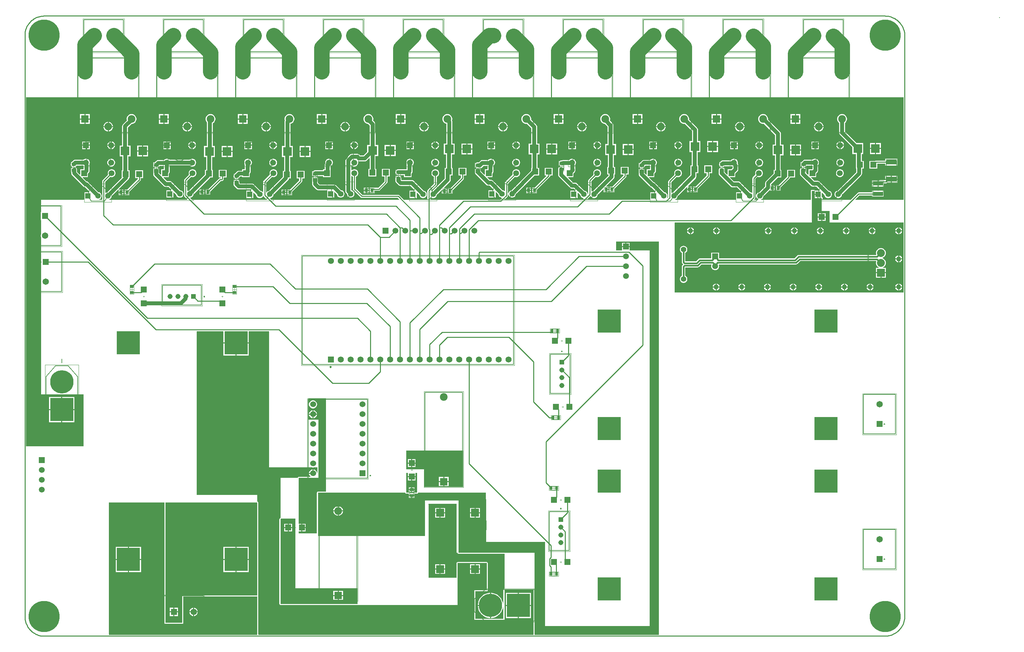
<source format=gtl>
%FSTAX23Y23*%
%MOIN*%
%SFA1B1*%

%IPPOS*%
%ADD11C,0.007874*%
%ADD12C,0.005000*%
%ADD13C,0.010000*%
%ADD16C,0.003937*%
%ADD17C,0.011024*%
%ADD18C,0.001969*%
%ADD19R,0.078740X0.078740*%
%ADD20R,0.059055X0.059055*%
%ADD21R,0.102362X0.047244*%
%ADD22R,0.035433X0.027559*%
%ADD23R,0.027559X0.035433*%
%ADD24R,0.059055X0.059055*%
%ADD25R,0.090551X0.090551*%
%ADD26R,0.102362X0.043307*%
%ADD60C,0.039370*%
%ADD61C,0.015000*%
%ADD62C,0.157480*%
%ADD63C,0.077953*%
%ADD64C,0.076181*%
%ADD65R,0.077953X0.077953*%
%ADD66C,0.058976*%
%ADD67R,0.058976X0.058976*%
%ADD68C,0.314960*%
%ADD69C,0.055118*%
%ADD70C,0.059055*%
%ADD71R,0.060236X0.060236*%
%ADD72C,0.060236*%
%ADD73R,0.080315X0.080315*%
%ADD74C,0.080315*%
%ADD75R,0.064960X0.064960*%
%ADD76C,0.064960*%
%ADD77C,0.051496*%
%ADD78R,0.051496X0.051496*%
%ADD79R,0.064960X0.064960*%
%ADD80C,0.236220*%
%ADD81R,0.236220X0.236220*%
%ADD82R,0.055118X0.055118*%
%ADD83R,0.236220X0.236220*%
%ADD84R,0.061417X0.061417*%
%ADD85C,0.061417*%
%ADD86R,0.051496X0.051496*%
%ADD87C,0.050000*%
%LNpcb1-1*%
%LPD*%
G36*
X04689Y04734D02*
X0466D01*
Y04682*
X04656Y0468*
X04619Y04716*
Y0472*
X04618Y04727*
X04617Y0473*
Y04739*
X04617*
X04617Y04739*
X04616Y0474*
X04619Y04745*
X0462Y04745*
X04627Y04748*
X04633Y04753*
X04648Y04767*
X04689*
Y04734*
G37*
G36*
X06335D02*
X063D01*
Y04682*
X06296Y0468*
X06279Y04696*
Y04715*
X06278Y04722*
X06277Y04725*
Y04739*
X06267*
X06264Y0474*
X06262Y04742*
Y04747*
X06264Y04748*
X06267Y0475*
X06277*
Y04759*
X06287Y0477*
X06335*
Y04734*
G37*
G36*
X0798Y04737D02*
X07977Y04734D01*
X0794*
Y04682*
X07936Y0468*
X07919Y04697*
X07917Y04701*
Y04749*
X07904*
X07901Y04751*
X07901Y04757*
X07904Y04758*
X07907Y0476*
X07917*
Y04769*
X07919Y04771*
X0798*
Y04737*
G37*
G36*
X0717Y04762D02*
Y04747D01*
X07157Y04734*
X0712*
Y04682*
X07116Y0468*
X07092Y04703*
Y04749*
X07079*
X07076Y04751*
X07076Y04757*
X07079Y04758*
X07082Y0476*
X07092*
Y04765*
X07167*
X0717Y04762*
G37*
G36*
X00594Y04769D02*
X00595Y04769D01*
Y04734*
X0056*
Y04682*
X00556Y0468*
X00529Y04706*
Y0473*
X00528Y04737*
X00525Y04744*
X00522Y04749*
Y04749*
X00522*
X00521Y04751*
X00515Y04755*
X00515Y04756*
X00517Y0476*
X00522*
Y04769*
X00524Y04771*
X00593*
X00594Y04769*
G37*
G36*
X08904Y04425D02*
X08417D01*
X08415Y04429*
X08455Y04469*
X08583*
Y04453*
X08706*
Y04516*
X08583*
Y045*
X08448*
X08443Y04499*
X08438Y04495*
X08367Y04425*
X08085*
Y04441*
X08085Y04442*
Y04443*
X08084Y04444*
X08084Y04445*
X08084Y04445*
X08084Y04445*
X08083Y04447*
X0808Y0445*
X08078Y04451*
X08077Y04451*
X08077Y04451*
X08076Y04452*
X08075Y04452*
X08075*
Y04495*
X08079Y04497*
X08102Y04475*
Y04475*
X08105Y04465*
X08109Y04456*
X08116Y04449*
X08125Y04445*
X08135Y04442*
X08144*
X08154Y04445*
X08163Y04449*
X0817Y04456*
X08175Y04465*
X08177Y04475*
Y04484*
X08175Y04494*
X0817Y04503*
X08163Y0451*
X08154Y04515*
X08144Y04517*
X08144*
X08055Y04607*
X08048Y04612*
X08041Y04615*
X08033Y04616*
X08*
X07965Y0465*
X07967Y04655*
X08019*
Y04692*
X08031Y04703*
X08035Y04709*
X08038Y04717*
X08039Y04724*
Y04779*
X08043Y04786*
X08046Y04796*
Y04806*
X08043Y04816*
X08038Y04825*
X08031Y04833*
X08022Y04838*
X08012Y0484*
X08001*
X07991Y04838*
X07982Y04833*
X07981Y04831*
X07906*
X07899Y0483*
X07891Y04827*
X07885Y04822*
X07871Y04808*
X07862*
Y04795*
X07861Y04792*
X0786Y04784*
X07861Y04776*
X07862Y04773*
Y0476*
X07872*
X07875Y04758*
X07875Y04758*
Y04753*
X0787Y0475*
X07867Y04749*
X07862*
Y04744*
X07859Y04739*
X07856Y04732*
X07855Y04725*
Y04689*
X07856Y04681*
X07859Y04674*
X07863Y04668*
X07966Y04564*
X07973Y0456*
X0798Y04557*
X07988Y04556*
X08021*
X08055Y04522*
X08053Y04517*
X08009*
X08009Y04517*
X08009Y04518*
X08008Y04519*
X08008Y0452*
X08008Y0452*
X08008*
X08007Y04521*
X08007Y04521*
X08006Y04522*
X08005Y04523*
X08004Y04523*
X08003Y04524*
X08003Y04524*
X08003Y04524*
X08002Y04524*
X08002Y04524*
X08001Y04524*
X08001Y04525*
X08*
X07999Y04525*
X07976*
X07975Y04525*
X07974*
X07973Y04524*
X07972Y04524*
X07972Y04524*
X07971Y04524*
X07969Y04523*
X07966Y0452*
X07965Y04518*
X07965Y04517*
X07965Y04517*
X07965Y04516*
X07965Y04515*
Y04514*
X07964Y04513*
Y04425*
X07462*
X07461Y0443*
X0747Y04434*
X07477Y04441*
X07482Y0445*
X07484Y0446*
Y0446*
X07547Y04522*
X07551Y0452*
Y04517*
X0757*
Y04545*
Y04572*
X07561*
Y04582*
X0763Y0465*
X07666*
Y04729*
X07659*
Y04874*
X07688*
Y04985*
X07662*
Y05093*
X07661Y051*
X0766Y05105*
X07658Y05108*
X07654Y05114*
X0753Y05238*
X0753Y05238*
Y05251*
X07526Y05263*
X0752Y05274*
X07511Y05284*
X075Y0529*
X07487Y05293*
X07474*
X07462Y0529*
X07451Y05284*
X07442Y05274*
X07435Y05263*
X07432Y05251*
Y05238*
X07435Y05225*
X07442Y05214*
X07451Y05205*
X07462Y05199*
X07474Y05195*
X07487*
X07487Y05195*
X07602Y0508*
Y04985*
X07577*
Y04874*
X076*
Y04729*
X07587*
Y04692*
X0751Y04615*
X07506Y04609*
X07503Y04602*
X07502Y04594*
Y04562*
X07442Y04502*
X07442*
X07432Y045*
X07424Y04495*
X07417Y04488*
X07412Y04479*
X07409Y04469*
Y0446*
X07412Y0445*
X07417Y04441*
X07424Y04434*
X07432Y0443*
X07432Y04425*
X07393*
X07391Y04429*
X07398Y04436*
X07401Y04441*
X07402Y04447*
Y04636*
X07424Y04658*
X07434Y04655*
X07444*
X07455Y04658*
X07464Y04663*
X07471Y0467*
X07476Y04679*
X07479Y04689*
Y047*
X07476Y0471*
X07471Y04719*
X07464Y04726*
X07455Y04731*
X07444Y04734*
X07434*
X07424Y04731*
X07415Y04726*
X07408Y04719*
X07402Y0471*
X074Y047*
Y04689*
X07402Y04679*
X07376Y04653*
X07373Y04648*
X07372Y04642*
Y04497*
X07367Y04495*
X07359Y045*
X07349Y04502*
X07349*
X0725Y04602*
X07243Y04607*
X07236Y0461*
X07228Y04611*
X07185*
X07145Y0465*
X07147Y04655*
X07199*
Y04692*
X07221Y04713*
X07225Y04719*
X07227Y04722*
X07228Y04727*
X07229Y04734*
Y04775*
X07228Y04782*
X07227Y04786*
X07225Y04789*
X07224Y04791*
X07225Y04796*
Y04806*
X07222Y04816*
X07217Y04825*
X0721Y04833*
X07201Y04838*
X07191Y0484*
X0718*
X0717Y04838*
X07161Y04833*
X07154Y04825*
X07154Y04824*
X07075*
X07067Y04823*
X0706Y0482*
X07054Y04816*
X07046Y04808*
X07037*
Y04795*
X07036Y04792*
X07035Y04784*
X07036Y04776*
X07037Y04773*
Y0476*
X07047*
X0705Y04758*
X0705Y04758*
Y04753*
X07045Y0475*
X07042Y04749*
X07037*
Y04744*
X07034Y04739*
X07031Y04732*
X0703Y04725*
Y04694*
X07031Y04686*
X07034Y04679*
X07038Y04673*
X07151Y04559*
X07158Y04555*
X07161Y04553*
X07165Y04552*
X07173Y04551*
X07216*
X0726Y04507*
X07258Y04502*
X07205*
Y04427*
X07201Y04425*
X06592*
X06591Y0443*
X066Y04434*
X06607Y04441*
X06612Y0445*
X06614Y0446*
Y0446*
X06707Y04552*
X06711Y0455*
Y04535*
X0673*
Y04557*
X06718*
X06717Y04562*
X06797Y04642*
X06802Y04648*
X06805Y04656*
X06806Y04663*
Y04695*
X06825*
Y04774*
X06818*
Y04909*
X06846*
Y0502*
X06821*
Y05134*
X0682Y05142*
X06818Y05146*
X06817Y05149*
X06812Y05155*
X0673Y05238*
X0673Y05238*
Y05251*
X06726Y05263*
X0672Y05274*
X06711Y05284*
X067Y0529*
X06687Y05293*
X06674*
X06662Y0529*
X06651Y05284*
X06642Y05274*
X06635Y05263*
X06632Y05251*
Y05238*
X06635Y05225*
X06642Y05214*
X06651Y05205*
X06662Y05199*
X06674Y05195*
X06687*
X06687Y05195*
X06761Y05122*
Y0502*
X06736*
Y04909*
X06758*
Y04774*
X06746*
Y04728*
X06746Y04726*
Y04676*
X06572Y04502*
X06572*
X06562Y045*
X06555Y04495*
X0655Y04497*
Y04603*
X06604Y04658*
X06614Y04655*
X06624*
X06635Y04658*
X06644Y04663*
X06651Y0467*
X06656Y04679*
X06659Y04689*
Y047*
X06656Y0471*
X06651Y04719*
X06644Y04726*
X06635Y04731*
X06624Y04734*
X06614*
X06604Y04731*
X06595Y04726*
X06588Y04719*
X06582Y0471*
X0658Y047*
Y04689*
X06582Y04679*
X06523Y0462*
X0652Y04615*
X06519Y0461*
Y04451*
X06512Y04445*
X06508Y04448*
X0651Y0445*
X06512Y0446*
Y04469*
X0651Y04479*
X06505Y04488*
X06498Y04495*
X06489Y045*
X06479Y04502*
X06479*
X06385Y04597*
X06378Y04602*
X06371Y04605*
X06371Y04605*
X06325Y0465*
X06327Y04655*
X06379*
Y04692*
X06386Y04698*
X0639Y04704*
X06392Y04707*
X06393Y04712*
X06394Y04719*
Y04775*
X06396Y04777*
X06402Y04786*
X06404Y04796*
Y04806*
X06402Y04816*
X06396Y04825*
X06389Y04833*
X0638Y04838*
X0637Y0484*
X0636*
X0635Y04838*
X06341Y04833*
X06337Y04829*
X06275*
X06267Y04828*
X0626Y04825*
X06254Y04821*
X06231Y04798*
X06222*
Y04785*
X06221Y04782*
X0622Y04774*
X06221Y04766*
X06222Y04763*
Y0475*
X06232*
X06235Y04748*
X06237Y04747*
Y04742*
X06235Y0474*
X06232Y04739*
X06222*
Y04725*
X06221Y04722*
X0622Y04715*
Y04684*
X06221Y04676*
X06224Y04669*
X06228Y04663*
X06336Y04554*
X06343Y0455*
X0635Y04547*
X0635Y04547*
X0639Y04507*
X06388Y04502*
X06335*
Y0443*
Y04427*
X0633Y04425*
X0605*
X06048Y04425*
X05698*
X05696Y04429*
X05728Y04461*
X05734Y04461*
X05737Y04456*
X05744Y04449*
X05752Y04445*
X05762Y04442*
X05772*
X05781Y04445*
X0579Y04449*
X05797Y04456*
X05802Y04465*
X05804Y04475*
Y04475*
X05862Y04532*
X05866Y0453*
Y04502*
X05885*
Y0453*
X0589*
Y04535*
X05914*
Y04557*
X05893*
X05891Y04562*
X05966Y04636*
X0597Y04643*
X05973Y0465*
X05974Y04658*
Y0468*
X0598*
Y04759*
X05968*
Y04879*
X05991*
Y0499*
X05966*
Y05179*
X05965Y05186*
X05962Y05194*
X05957Y052*
X05927Y0523*
X0593Y05238*
Y05251*
X05926Y05263*
X0592Y05274*
X05911Y05284*
X059Y0529*
X05887Y05293*
X05874*
X05862Y0529*
X05851Y05284*
X05842Y05274*
X05835Y05263*
X05832Y05251*
Y05238*
X05835Y05225*
X05842Y05214*
X05851Y05205*
X05862Y05199*
X05874Y05195*
X05877*
X05906Y05166*
Y0499*
X05881*
Y04879*
X05908*
Y04759*
X05901*
Y0468*
X05915*
Y0467*
X05762Y04517*
X05752Y04515*
X05745Y0451*
X0574Y04512*
Y04613*
X05784Y04658*
X05794Y04655*
X05804*
X05815Y04658*
X05824Y04663*
X05831Y0467*
X05836Y04679*
X05839Y04689*
Y047*
X05836Y0471*
X05831Y04719*
X05824Y04726*
X05815Y04731*
X05804Y04734*
X05794*
X05784Y04731*
X05775Y04726*
X05768Y04719*
X05762Y0471*
X0576Y047*
Y04689*
X05762Y04679*
X05713Y0463*
X0571Y04625*
X05709Y0462*
Y04487*
X05706Y04485*
X05701Y04487*
X057Y04494*
X05695Y04503*
X05688Y0451*
X05679Y04515*
X05669Y04517*
X05669*
X05598Y04589*
X05591Y04594*
X05584Y04597*
X05576Y04598*
X05558*
X05505Y0465*
X05507Y04655*
X05559*
Y04692*
X05571Y04703*
X05575Y04709*
X05578Y04717*
X05579Y04724*
Y04735*
X05578Y04742*
X05578Y04744*
Y0478*
X05581Y04786*
X05583Y04796*
Y04806*
X05581Y04816*
X05575Y04825*
X05568Y04833*
X05559Y04838*
X05549Y0484*
X05539*
X05529Y04838*
X0552Y04833*
X05514Y04827*
X05456*
X05448Y04826*
X05443Y04824*
X0544*
X05432Y04823*
X05425Y0482*
X05422Y04818*
X05412*
Y04805*
X05411Y04802*
X0541Y04794*
X05411Y04786*
X05412Y04783*
Y0477*
X05422*
X05425Y04768*
X05425Y04768*
Y04763*
X0542Y0476*
X05417Y04759*
X05412*
Y04754*
X05409Y04749*
X05406Y04742*
X05405Y04735*
Y04679*
X05406Y04671*
X05409Y04664*
X05413Y04658*
X05524Y04546*
X05531Y04542*
X05538Y04539*
X05546Y04538*
X05564*
X0558Y04522*
X05578Y04517*
X05525*
Y04442*
X056*
Y04495*
X05604Y04497*
X05627Y04475*
Y04475*
X0563Y04465*
X05634Y04456*
X05641Y04449*
X0565Y04445*
X05659Y04442*
X05661Y04437*
X05648Y04425*
X04863*
X04861Y04429*
X0489Y04459*
X04894Y04463*
X04895Y04469*
Y04477*
X049Y04478*
X04902Y0447*
X04907Y04461*
X04914Y04454*
X04922Y0445*
X04932Y04447*
X04942*
X04951Y0445*
X0496Y04454*
X04967Y04461*
X04972Y0447*
X04974Y0448*
Y0448*
X05165Y0467*
X0521*
Y04749*
X05196*
Y04884*
X05216*
Y04995*
X05191*
Y05164*
X0519Y05172*
X05188Y05176*
X05187Y05179*
X05182Y05185*
X0513Y05238*
X0513Y05238*
Y05251*
X05126Y05263*
X0512Y05274*
X05111Y05284*
X051Y0529*
X05087Y05293*
X05074*
X05062Y0529*
X05051Y05284*
X05042Y05274*
X05035Y05263*
X05032Y05251*
Y05238*
X05035Y05225*
X05042Y05214*
X05051Y05205*
X05062Y05199*
X05074Y05195*
X05087*
X05087Y05195*
X05131Y05152*
Y04995*
X05106*
Y04884*
X05136*
Y04749*
X05131*
Y04721*
X05131Y04721*
X04932Y04522*
X04932*
X04922Y0452*
X04914Y04515*
X04907Y04508*
X04902Y04499*
X049Y04491*
X04895Y04492*
Y04588*
X04964Y04658*
X04974Y04655*
X04984*
X04995Y04658*
X05004Y04663*
X05011Y0467*
X05016Y04679*
X05019Y04689*
Y047*
X05016Y0471*
X05011Y04719*
X05004Y04726*
X04995Y04731*
X04984Y04734*
X04974*
X04964Y04731*
X04955Y04726*
X04948Y04719*
X04942Y0471*
X0494Y047*
Y04689*
X04942Y04679*
X04869Y04606*
X04865Y04601*
X04864Y04595*
Y04514*
X0486Y04513*
X04858Y04515*
X04849Y0452*
X04839Y04522*
X04839*
X04745Y04617*
X04738Y04622*
X04731Y04625*
X04723Y04626*
X0471*
X04685Y0465*
X04687Y04655*
X04739*
Y04692*
X0474Y04693*
X04745Y04699*
X04748Y04706*
X04749Y04714*
Y04771*
X04755Y04777*
X0476Y04786*
X04763Y04796*
Y04806*
X0476Y04816*
X04755Y04825*
X04747Y04833*
X04738Y04838*
X04728Y0484*
X04718*
X04708Y04838*
X04699Y04833*
X04693Y04827*
X04635*
X04627Y04826*
X0462Y04823*
X04614Y04818*
X046Y04804*
X0459*
X04582Y04803*
X04575Y048*
X04572Y04798*
X04562*
Y04785*
X04561Y04782*
X0456Y04774*
X04561Y04766*
X04562Y04763*
Y0475*
X04568*
X0457Y04748*
X0457Y04742*
X04568Y04741*
X04567Y04739*
X04562*
Y0473*
X04561Y04727*
X0456Y0472*
Y04704*
X04561Y04696*
X04562Y04693*
Y04691*
X04563*
X04564Y04689*
X04568Y04683*
X04676Y04574*
X04683Y0457*
X0469Y04567*
X04698Y04566*
X04711*
X0475Y04527*
X04748Y04522*
X04695*
Y04447*
X0477*
Y045*
X04774Y04502*
X04797Y0448*
Y0448*
X048Y0447*
X04804Y04461*
X04811Y04454*
X0482Y0445*
X04829Y04447*
X04831Y04442*
X04813Y04425*
X04445*
X04443Y04425*
X0411*
Y04447*
X04115Y04449*
X04122Y04445*
X04132Y04442*
X04142*
X04151Y04445*
X0416Y04449*
X04167Y04456*
X04172Y04465*
X04174Y04475*
Y04475*
X04222Y04522*
X04226Y0452*
Y0452*
X0425*
X04274*
Y04542*
X04248*
X04247Y04547*
X04307Y04607*
X04312Y04613*
X04313Y04616*
X04315Y04621*
X04316Y04628*
Y0467*
X04335*
Y04749*
X04328*
Y04884*
X04356*
Y04995*
X04331*
Y05214*
X0433Y05221*
X04327Y05228*
X0433Y05238*
Y05251*
X04326Y05263*
X0432Y05274*
X04311Y05284*
X043Y0529*
X04287Y05293*
X04274*
X04262Y0529*
X04251Y05284*
X04242Y05274*
X04235Y05263*
X04232Y05251*
Y05238*
X04235Y05225*
X04242Y05214*
X04251Y05205*
X04262Y05199*
X04271Y05196*
Y04995*
X04246*
Y04884*
X04268*
Y04749*
X04256*
Y04702*
X04256Y047*
Y04641*
X04132Y04517*
X04132*
X04122Y04515*
X04119Y04513*
X04116Y04517*
X04131Y04532*
X04131*
X0417Y04571*
X04174Y04576*
X04175Y04582*
Y04595*
X04175Y04596*
Y04658*
X04184Y04663*
X04191Y0467*
X04196Y04679*
X04199Y04689*
Y047*
X04196Y0471*
X04191Y04719*
X04184Y04726*
X04175Y04731*
X04164Y04734*
X04154*
X04144Y04731*
X04135Y04726*
X04128Y04719*
X04122Y0471*
X0412Y047*
Y04689*
X04122Y04679*
X04128Y0467*
X04135Y04663*
X04144Y04658*
Y04595*
X04144Y04593*
Y04588*
X0411Y04553*
X04084Y04527*
X0408Y04522*
X04079Y04517*
Y04484*
X04079Y04483*
X04079Y0448*
X04079Y04476*
X04079Y04475*
Y04425*
X03841*
X03795Y0447*
X0379Y04474*
X03785Y04475*
X03421*
X03355Y04541*
Y04658*
X03364Y04663*
X03371Y0467*
X03376Y04679*
X03379Y04689*
Y047*
X03376Y0471*
X03371Y04719*
X03364Y04726*
X03355Y04731*
X03344Y04734*
X03334*
X03324Y04731*
X03315Y04726*
X03313Y04724*
X03308Y04726*
Y04768*
X03313Y0477*
X03313Y04769*
X03322Y04764*
X03332Y04761*
X03342*
X03352Y04764*
X03361Y04769*
X03369Y04777*
X03374Y04786*
X03377Y04796*
Y04806*
X03376Y0481*
X03377Y04812*
X0338Y04814*
X03386Y04813*
X03443*
X03451Y04814*
X03458Y04817*
X03464Y04822*
X03488Y04846*
X03493Y04844*
Y04739*
X03481*
Y0466*
X0356*
Y04739*
X03552*
Y04869*
X0358*
Y0498*
X03554*
Y0519*
X03553Y05198*
X03552Y05202*
X0355Y05205*
X03546Y05211*
X03527Y0523*
X0353Y05238*
Y05251*
X03526Y05263*
X0352Y05274*
X03511Y05284*
X035Y0529*
X03487Y05293*
X03474*
X03462Y0529*
X03451Y05284*
X03442Y05274*
X03435Y05263*
X03432Y05251*
Y05238*
X03435Y05225*
X03442Y05214*
X03451Y05205*
X03462Y05199*
X03474Y05195*
X03477*
X03495Y05178*
Y0498*
X03469*
Y04912*
X03431Y04873*
X03399*
X03391Y04881*
X03384Y04886*
X03377Y04889*
X0337Y0489*
X03313*
X03305Y04889*
X03298Y04886*
X03291Y04881*
X03257Y04847*
X03252Y0484*
X03249Y04833*
X03248Y04825*
Y04511*
X03249Y04503*
X03252Y04496*
X03257Y0449*
X03263Y04483*
X03264Y04483*
Y0448*
X03267Y0447*
X03272Y04461*
X03279Y04454*
X03287Y0445*
X03297Y04447*
X03307*
X03316Y0445*
X03325Y04454*
X03332Y04461*
X03337Y0447*
X03339Y0448*
Y04489*
X03337Y04499*
X03332Y04508*
X03325Y04515*
X03316Y0452*
X03309Y04522*
X03308Y04523*
Y04663*
X03313Y04665*
X03315Y04663*
X03324Y04658*
Y04535*
X03325Y04529*
X03328Y04524*
X03404Y04449*
X03409Y04445*
X03415Y04444*
X03778*
X03793Y04429*
X03791Y04425*
X02498*
X02485Y04437*
X02488Y04442*
X02496Y04445*
X02505Y04449*
X02512Y04456*
X02517Y04465*
X02519Y04475*
Y04475*
X02667Y04622*
X02672Y04628*
X02673Y04631*
X02675Y04636*
X02675Y0464*
X02695*
Y04719*
X02688*
Y04859*
X02716*
Y0497*
X02691*
Y05196*
X027Y05199*
X02711Y05205*
X0272Y05214*
X02726Y05225*
X0273Y05238*
Y05251*
X02726Y05263*
X0272Y05274*
X02711Y05284*
X027Y0529*
X02687Y05293*
X02674*
X02662Y0529*
X02651Y05284*
X02642Y05274*
X02635Y05263*
X02632Y05251*
Y05238*
X02634Y05228*
X02632Y05222*
X02631Y05214*
Y0497*
X02606*
Y04859*
X02628*
Y04719*
X02616*
Y04672*
X02616Y0467*
Y04656*
X02477Y04517*
X02477*
X02467Y04515*
X02459Y0451*
X02452Y04503*
X0245Y04499*
X02445Y045*
Y04598*
X02504Y04658*
X02514Y04655*
X02524*
X02535Y04658*
X02544Y04663*
X02551Y0467*
X02556Y04679*
X02559Y04689*
Y047*
X02556Y0471*
X02551Y04719*
X02544Y04726*
X02535Y04731*
X02524Y04734*
X02514*
X02504Y04731*
X02495Y04726*
X02488Y04719*
X02482Y0471*
X0248Y047*
Y04689*
X02482Y04679*
X02419Y04616*
X02415Y04611*
X02414Y04605*
Y04504*
X02412Y04503*
X02409Y04503*
X02403Y0451*
X02394Y04515*
X02384Y04517*
X02384*
X02321Y04581*
X02314Y04585*
X02307Y04588*
X023Y04589*
X0218*
X02174Y04595*
Y046*
X02173Y04607*
X02172Y0461*
Y04629*
X0215*
X02146Y04629*
Y04634*
X02148Y04635*
X02152Y04635*
X02159Y04638*
X02162Y0464*
X02172*
Y04649*
X02182Y0466*
X022*
Y04655*
X02279*
Y04692*
X02284Y04697*
X02287Y04705*
X02288Y04712*
Y04772*
X02292Y04777*
X02297Y04786*
X023Y04796*
Y04806*
X02297Y04816*
X02292Y04825*
X02285Y04833*
X02276Y04838*
X02266Y0484*
X02255*
X02245Y04838*
X02236Y04833*
X02229Y04825*
X02224Y04816*
X02221Y04806*
Y04796*
X02224Y04786*
X02228Y04779*
Y04734*
X022*
Y04719*
X0217*
X02162Y04718*
X02155Y04715*
X02149Y04711*
X02126Y04688*
X02117*
Y04675*
X02116Y04672*
X02115Y04664*
X02116Y04656*
X02117Y04653*
Y0464*
X02127*
X0213Y04638*
X02137Y04635*
X02141Y04635*
X02143Y04634*
Y04629*
X02139Y04629*
X02117*
Y0461*
X02116Y04607*
X02115Y046*
Y04583*
X02116Y04575*
X02119Y04568*
X02123Y04561*
X02146Y04538*
X02153Y04534*
X02156Y04532*
X0216Y04531*
X02168Y0453*
X02287*
X02295Y04522*
X02293Y04517*
X0224*
Y04442*
X02315*
Y04495*
X02319Y04497*
X02342Y04475*
Y04475*
X02345Y04465*
X02349Y04456*
X02356Y04449*
X02365Y04445*
X02375Y04442*
X02384*
X02394Y04445*
X02403Y04449*
X0241Y04456*
X02412Y04461*
X02418Y04462*
X02419Y04461*
X0245Y04429*
X02449Y04425*
X01693*
X01675Y04442*
X01678Y04447*
X01686Y04449*
X01695Y04454*
X01702Y04461*
X01707Y0447*
X01709Y04479*
Y04479*
X01877Y04647*
X01879Y0465*
X01905*
Y04729*
X01898*
Y04859*
X01926*
Y0497*
X01906*
Y05202*
X01911Y05205*
X0192Y05214*
X01926Y05225*
X0193Y05238*
Y05251*
X01926Y05263*
X0192Y05274*
X01911Y05284*
X019Y0529*
X01887Y05293*
X01874*
X01862Y0529*
X01851Y05284*
X01842Y05274*
X01835Y05263*
X01832Y05251*
Y05238*
X01835Y05225*
X01842Y05214*
X01846Y0521*
Y0497*
X01816*
Y04859*
X01838*
Y04729*
X01826*
Y04682*
X01826Y04681*
X01667Y04522*
X01667*
X01657Y04519*
X0165Y04515*
X01645Y04516*
Y04618*
X01684Y04658*
X01694Y04655*
X01704*
X01715Y04658*
X01724Y04663*
X01731Y0467*
X01736Y04679*
X01739Y04689*
Y047*
X01736Y0471*
X01731Y04719*
X01724Y04726*
X01715Y04731*
X01704Y04734*
X01694*
X01684Y04731*
X01675Y04726*
X01668Y04719*
X01662Y0471*
X0166Y047*
Y04689*
X01662Y04679*
X01618Y04635*
X01615Y0463*
X01614Y04625*
Y04466*
X01615Y04461*
X01618Y04456*
X01645Y04429*
X01643Y04425*
X00857*
X00856Y0443*
X00865Y04434*
X00872Y04441*
X00877Y0445*
X00879Y0446*
Y0446*
X00946Y04526*
X00951Y04524*
Y04505*
X0097*
Y04527*
X00954*
X00952Y04532*
X01046Y04626*
X0105Y04632*
X01053Y04639*
X01054Y04645*
X0106*
Y04724*
X01048*
Y04864*
X01071*
Y04975*
X01046*
Y05158*
X01083Y05195*
X01087*
X011Y05199*
X01111Y05205*
X0112Y05214*
X01126Y05225*
X0113Y05238*
Y05251*
X01126Y05263*
X0112Y05274*
X01111Y05284*
X011Y0529*
X01087Y05293*
X01074*
X01062Y0529*
X01051Y05284*
X01042Y05274*
X01035Y05263*
X01032Y05251*
Y05238*
X01034Y05231*
X00995Y05192*
X0099Y05185*
X00987Y05178*
X00986Y05171*
Y04975*
X00961*
Y04864*
X00988*
Y04724*
X00981*
Y04646*
X00837Y04502*
X00837*
X00827Y045*
X0082Y04495*
X00815Y04497*
Y04608*
X00864Y04658*
X00874Y04655*
X00884*
X00895Y04658*
X00904Y04663*
X00911Y0467*
X00916Y04679*
X00919Y04689*
Y047*
X00916Y0471*
X00911Y04719*
X00904Y04726*
X00895Y04731*
X00884Y04734*
X00874*
X00864Y04731*
X00855Y04726*
X00848Y04719*
X00842Y0471*
X0084Y047*
Y04689*
X00842Y04679*
X00788Y04625*
X00785Y0462*
X00784Y04615*
Y04425*
X00755*
X00754Y0443*
X00763Y04434*
X0077Y04441*
X00775Y0445*
X00777Y0446*
Y04469*
X00775Y04479*
X0077Y04488*
X00763Y04495*
X00754Y045*
X00744Y04502*
X00744*
X00645Y04602*
X00638Y04607*
X00631Y0461*
X00625Y0461*
X00585Y0465*
X00587Y04655*
X00639*
Y04692*
X00646Y04698*
X0065Y04704*
X00652Y04707*
X00653Y04712*
X00654Y04719*
Y04784*
X00655Y04786*
X00658Y04796*
Y04806*
X00655Y04816*
X0065Y04825*
X00643Y04833*
X00634Y04838*
X00624Y0484*
X00613*
X00603Y04838*
X00594Y04833*
X00593Y04831*
X00511*
X00504Y0483*
X00496Y04827*
X0049Y04822*
X00476Y04808*
X00467*
Y04795*
X00466Y04792*
X00465Y04784*
X00466Y04776*
X00467Y04773*
Y0476*
X00477*
X0048Y04758*
X0048Y04758*
X0048Y04752*
X00478Y04751*
X00477Y04749*
X00467*
Y04701*
X0047*
Y04694*
X00471Y04686*
X00474Y04679*
X00478Y04673*
X00591Y04559*
X00598Y04555*
X00601Y04553*
X00605Y04552*
X00611Y04551*
X00655Y04507*
X00653Y04502*
X006*
Y0443*
Y04427*
X00596Y04425*
X00165*
Y04302*
X00162*
Y04217*
X00165*
Y04074*
X00162Y04065*
Y04054*
X00165Y04045*
Y0245*
X00595*
Y01925*
X0001*
Y05465*
X08904*
Y04425*
G37*
G36*
X07999Y04514D02*
X08Y04514D01*
Y04485*
X08037*
Y0448*
X08042*
Y04442*
X08073*
X08074Y04442*
X08075Y04441*
Y04425*
Y0431*
X08155*
Y04195*
X08904*
Y03485*
X06585*
Y04195*
X07975*
Y04513*
X07975Y04514*
X07976Y04515*
X07999*
X07999Y04514*
G37*
G36*
X02475Y0171D02*
X02914D01*
X02914Y01709*
X02925*
X02925Y0171*
X02964*
Y01657*
X02959Y01656*
X02957Y01665*
X02952Y01674*
X02944Y01682*
X02935Y01687*
X02925Y0169*
X02925*
Y0165*
X0292*
Y01645*
X02879*
Y01644*
X02882Y01634*
X02887Y01625*
X02893Y0162*
X0289Y01615*
X02775*
X02771Y01614*
X02767Y01612*
X02765Y01608*
X02764Y01605*
X0259*
Y01198*
X02587Y01197*
X02582Y01192*
X0258Y01189*
X02579Y01185*
Y00326*
X0258Y00325*
Y00324*
X0258Y00323*
X0258Y00322*
X0258Y00322*
X0258Y00321*
X02581Y00319*
X02584Y00316*
X02586Y00315*
X02587Y00315*
X02587Y00315*
X02588Y00315*
X02589Y00315*
X0259*
X02591Y00314*
X03368*
X03369Y00315*
X04385*
Y0059*
X04385Y00591*
Y0074*
X0468*
Y00465*
X04555*
Y00315*
Y00175*
Y00165*
X0486*
Y00468*
X0486Y00469*
X0486Y00469*
X0486Y00469*
X04861Y0047*
X05154*
Y0001*
X0237Y0001*
X02365Y00015*
Y00315*
Y00398*
X02365Y00399*
Y004*
X02364Y00401*
X02364Y00402*
X02364Y00403*
X02363Y00404*
X02363Y00405*
X02363Y00405*
X02364Y00406*
X02364Y00407*
X02364Y00408*
X02365Y00409*
Y0041*
X02365Y00411*
Y01352*
X02365Y01353*
Y01354*
X02364Y01355*
X02364Y01356*
X02364Y01356*
X02364Y01356*
X02363Y01359*
X02361Y0136*
X02361Y01361*
X02361Y01361*
X0236Y01361*
X02359Y01362*
X02358Y01362*
X02357Y01363*
X02355Y01364*
X02355Y01364*
Y0143*
X0174*
Y03091*
X02012*
Y02978*
X0214*
X02268*
Y03091*
X02475*
Y0171*
G37*
G36*
X03975Y01455D02*
X03865D01*
Y01655*
X0388*
Y01621*
X0392*
X03959*
Y01655*
X03975*
Y01455*
G37*
G36*
X0444Y0151D02*
X04045D01*
Y0169*
X03865*
Y0188*
X0444*
Y0151*
G37*
G36*
X0305Y0149D02*
Y01465D01*
X0297*
X02969Y01465*
X02965*
Y01463*
X02962Y01462*
X0296Y01458*
X02959Y01455*
Y0104*
X02775*
Y0106*
X02802*
Y011*
Y01139*
X02775*
Y0159*
Y01605*
X02975*
Y02185*
Y0219*
Y02195*
X0287*
Y0241*
X0305*
Y0149*
G37*
G36*
X04375Y00845D02*
X04384D01*
X04385Y00841*
X04387Y00837*
X04391Y00835*
X04395Y00834*
X0486*
Y0048*
X04859*
X04858Y00479*
X04857Y00479*
X04857Y00479*
X04856Y00479*
X04854Y00478*
X04851Y00475*
X0485Y00473*
X0485Y00472*
X0485Y00472*
X0485Y00471*
X0485Y0047*
Y00469*
X04849Y00468*
Y00331*
X04844Y0033*
X04843Y0034*
X04836Y00359*
X04827Y00377*
X04815Y00394*
X04801Y00408*
X04785Y0042*
X04767Y00429*
X04748Y00435*
X04728Y00438*
X04723*
Y0031*
Y00182*
X04728*
X04748Y00185*
X04767Y00192*
X04785Y00201*
X04801Y00213*
X04815Y00227*
X04827Y00243*
X04836Y00261*
X04843Y0028*
X04844Y0029*
X04849Y0029*
Y00175*
X04565*
Y00315*
Y00454*
X0468*
X04683Y00455*
X04687Y00457*
X04689Y00461*
X0469Y00465*
Y0074*
X04689Y00743*
X04687Y00747*
X04683Y00749*
X0468Y0075*
X04385*
X04381Y00749*
X04377Y00747*
X04375Y00743*
X04375Y0074*
Y00591*
X04374Y0059*
Y0059*
X04371*
X0437Y00589*
X0437Y0059*
X0409*
Y00845*
Y01335*
X04089Y01335*
X04091Y0134*
X04375*
Y00845*
G37*
G36*
X0274Y00485D02*
X0337D01*
Y00326*
X03369Y00325*
X03368Y00325*
X02591*
X0259Y00325*
X0259Y00326*
Y01185*
X02594Y0119*
X0274*
Y00485*
G37*
G36*
X0235Y01355D02*
X02351Y01354D01*
X02354Y01353*
X02354Y01353*
X02355Y01352*
Y00411*
X02354Y0041*
X01606*
X01605Y0041*
X01604*
X01603Y00409*
X01602Y00409*
X01602Y00409*
X01601Y00409*
X01599Y00408*
X01596Y00405*
X01595Y00403*
X01595Y00402*
X01595Y00402*
X01595Y00401*
X01595Y004*
Y00399*
X01594Y00398*
Y00135*
X01425*
Y01355*
X0235*
X0235Y01355*
X0235*
G37*
G36*
X06425Y0391D02*
Y0001D01*
X05165*
Y00845*
X04395*
Y01075*
Y01375*
X04055*
Y01015*
X0297*
Y01453*
X0297Y01454*
X0297Y01455*
X03854*
X03855Y01451*
X03857Y01447*
X03861Y01445*
X03865Y01444*
X03892*
Y0143*
X0392*
X03947*
Y01444*
X03975*
X03978Y01445*
X03982Y01447*
X03984Y01451*
X03985Y01455*
X0467*
X04673Y0132*
X04675*
Y01265*
X04679Y01078*
X04676Y01075*
X04675*
Y00955*
X0527*
Y001*
X0633*
Y0391*
X06134*
X06129Y0391*
Y03915*
Y03945*
X0609*
X0605*
Y0391*
X06045Y0391*
X0599*
Y04*
X06425*
Y0391*
G37*
G36*
X01415Y00135D02*
Y00125D01*
X01605*
Y00398*
X01605Y00399*
X01606Y004*
X02354*
X02355Y00398*
Y0001*
X0085*
Y0003*
Y01355*
X01415*
Y00135*
G37*
%LNpcb1-2*%
%LPC*%
G36*
X07857Y05293D02*
X07813D01*
Y05249*
X07857*
Y05293*
G37*
G36*
X07057D02*
X07013D01*
Y05249*
X07057*
Y05293*
G37*
G36*
X07803D02*
X07759D01*
Y05249*
X07803*
Y05293*
G37*
G36*
X07003D02*
X06959D01*
Y05249*
X07003*
Y05293*
G37*
G36*
X01457D02*
X01413D01*
Y05249*
X01457*
Y05293*
G37*
G36*
X00657D02*
X00613D01*
Y05249*
X00657*
Y05293*
G37*
G36*
X01403D02*
X01359D01*
Y05249*
X01403*
Y05293*
G37*
G36*
X00603D02*
X00559D01*
Y05249*
X00603*
Y05293*
G37*
G36*
X06257D02*
X06213D01*
Y05249*
X06257*
Y05293*
G37*
G36*
X05457D02*
X05413D01*
Y05249*
X05457*
Y05293*
G37*
G36*
X04657D02*
X04613D01*
Y05249*
X04657*
Y05293*
G37*
G36*
X03857D02*
X03813D01*
Y05249*
X03857*
Y05293*
G37*
G36*
X03057D02*
X03013D01*
Y05249*
X03057*
Y05293*
G37*
G36*
X02257D02*
X02213D01*
Y05249*
X02257*
Y05293*
G37*
G36*
X06203D02*
X06159D01*
Y05249*
X06203*
Y05293*
G37*
G36*
X05403D02*
X05359D01*
Y05249*
X05403*
Y05293*
G37*
G36*
X04603D02*
X04559D01*
Y05249*
X04603*
Y05293*
G37*
G36*
X03803D02*
X03759D01*
Y05249*
X03803*
Y05293*
G37*
G36*
X03003D02*
X02959D01*
Y05249*
X03003*
Y05293*
G37*
G36*
X02203D02*
X02159D01*
Y05249*
X02203*
Y05293*
G37*
G36*
X07857Y05239D02*
X07813D01*
Y05195*
X07857*
Y05239*
G37*
G36*
X07803D02*
X07759D01*
Y05195*
X07803*
Y05239*
G37*
G36*
X07057D02*
X07013D01*
Y05195*
X07057*
Y05239*
G37*
G36*
X07003D02*
X06959D01*
Y05195*
X07003*
Y05239*
G37*
G36*
X06257D02*
X06213D01*
Y05195*
X06257*
Y05239*
G37*
G36*
X06203D02*
X06159D01*
Y05195*
X06203*
Y05239*
G37*
G36*
X05457D02*
X05413D01*
Y05195*
X05457*
Y05239*
G37*
G36*
X05403D02*
X05359D01*
Y05195*
X05403*
Y05239*
G37*
G36*
X04657D02*
X04613D01*
Y05195*
X04657*
Y05239*
G37*
G36*
X04603D02*
X04559D01*
Y05195*
X04603*
Y05239*
G37*
G36*
X03857D02*
X03813D01*
Y05195*
X03857*
Y05239*
G37*
G36*
X03803D02*
X03759D01*
Y05195*
X03803*
Y05239*
G37*
G36*
X03057D02*
X03013D01*
Y05195*
X03057*
Y05239*
G37*
G36*
X03003D02*
X02959D01*
Y05195*
X03003*
Y05239*
G37*
G36*
X02257D02*
X02213D01*
Y05195*
X02257*
Y05239*
G37*
G36*
X02203D02*
X02159D01*
Y05195*
X02203*
Y05239*
G37*
G36*
X01457D02*
X01413D01*
Y05195*
X01457*
Y05239*
G37*
G36*
X01403D02*
X01359D01*
Y05195*
X01403*
Y05239*
G37*
G36*
X00657D02*
X00613D01*
Y05195*
X00657*
Y05239*
G37*
G36*
X00603D02*
X00559D01*
Y05195*
X00603*
Y05239*
G37*
G36*
X08051Y05214D02*
X0805D01*
Y05171*
X08093*
Y05172*
X08089Y05184*
X08083Y05195*
X08074Y05204*
X08063Y0521*
X08051Y05214*
G37*
G36*
X07251D02*
X0725D01*
Y05171*
X07293*
Y05172*
X07289Y05184*
X07283Y05195*
X07274Y05204*
X07263Y0521*
X07251Y05214*
G37*
G36*
X06451D02*
X0645D01*
Y05171*
X06493*
Y05172*
X06489Y05184*
X06483Y05195*
X06474Y05204*
X06463Y0521*
X06451Y05214*
G37*
G36*
X05651D02*
X0565D01*
Y05171*
X05693*
Y05172*
X05689Y05184*
X05683Y05195*
X05674Y05204*
X05663Y0521*
X05651Y05214*
G37*
G36*
X04851D02*
X0485D01*
Y05171*
X04893*
Y05172*
X04889Y05184*
X04883Y05195*
X04874Y05204*
X04863Y0521*
X04851Y05214*
G37*
G36*
X04051D02*
X0405D01*
Y05171*
X04093*
Y05172*
X04089Y05184*
X04083Y05195*
X04074Y05204*
X04063Y0521*
X04051Y05214*
G37*
G36*
X03251D02*
X0325D01*
Y05171*
X03293*
Y05172*
X03289Y05184*
X03283Y05195*
X03274Y05204*
X03263Y0521*
X03251Y05214*
G37*
G36*
X02451D02*
X0245D01*
Y05171*
X02493*
Y05172*
X02489Y05184*
X02483Y05195*
X02474Y05204*
X02463Y0521*
X02451Y05214*
G37*
G36*
X01651D02*
X0165D01*
Y05171*
X01693*
Y05172*
X01689Y05184*
X01683Y05195*
X01674Y05204*
X01663Y0521*
X01651Y05214*
G37*
G36*
X00851D02*
X0085D01*
Y05171*
X00893*
Y05172*
X00889Y05184*
X00883Y05195*
X00874Y05204*
X00863Y0521*
X00851Y05214*
G37*
G36*
X0644D02*
X06438D01*
X06426Y0521*
X06415Y05204*
X06406Y05195*
X064Y05184*
X06396Y05172*
Y05171*
X0644*
Y05214*
G37*
G36*
X0564D02*
X05638D01*
X05626Y0521*
X05615Y05204*
X05606Y05195*
X056Y05184*
X05596Y05172*
Y05171*
X0564*
Y05214*
G37*
G36*
X0484D02*
X04838D01*
X04826Y0521*
X04815Y05204*
X04806Y05195*
X048Y05184*
X04796Y05172*
Y05171*
X0484*
Y05214*
G37*
G36*
X0404D02*
X04038D01*
X04026Y0521*
X04015Y05204*
X04006Y05195*
X04Y05184*
X03996Y05172*
Y05171*
X0404*
Y05214*
G37*
G36*
X0324D02*
X03238D01*
X03226Y0521*
X03215Y05204*
X03206Y05195*
X032Y05184*
X03196Y05172*
Y05171*
X0324*
Y05214*
G37*
G36*
X0244D02*
X02438D01*
X02426Y0521*
X02415Y05204*
X02406Y05195*
X024Y05184*
X02396Y05172*
Y05171*
X0244*
Y05214*
G37*
G36*
X0804D02*
X08038D01*
X08026Y0521*
X08015Y05204*
X08006Y05195*
X08Y05184*
X07996Y05172*
Y05171*
X0804*
Y05214*
G37*
G36*
X0724D02*
X07238D01*
X07226Y0521*
X07215Y05204*
X07206Y05195*
X072Y05184*
X07196Y05172*
Y05171*
X0724*
Y05214*
G37*
G36*
X0164D02*
X01638D01*
X01626Y0521*
X01615Y05204*
X01606Y05195*
X016Y05184*
X01596Y05172*
Y05171*
X0164*
Y05214*
G37*
G36*
X0084D02*
X00838D01*
X00826Y0521*
X00815Y05204*
X00806Y05195*
X008Y05184*
X00796Y05172*
Y05171*
X0084*
Y05214*
G37*
G36*
X08093Y05161D02*
X0805D01*
Y05118*
X08051*
X08063Y05121*
X08074Y05127*
X08083Y05136*
X08089Y05147*
X08093Y05159*
Y05161*
G37*
G36*
X0804D02*
X07996D01*
Y05159*
X08Y05147*
X08006Y05136*
X08015Y05127*
X08026Y05121*
X08038Y05118*
X0804*
Y05161*
G37*
G36*
X07293D02*
X0725D01*
Y05118*
X07251*
X07263Y05121*
X07274Y05127*
X07283Y05136*
X07289Y05147*
X07293Y05159*
Y05161*
G37*
G36*
X0724D02*
X07196D01*
Y05159*
X072Y05147*
X07206Y05136*
X07215Y05127*
X07226Y05121*
X07238Y05118*
X0724*
Y05161*
G37*
G36*
X06493D02*
X0645D01*
Y05118*
X06451*
X06463Y05121*
X06474Y05127*
X06483Y05136*
X06489Y05147*
X06493Y05159*
Y05161*
G37*
G36*
X0644D02*
X06396D01*
Y05159*
X064Y05147*
X06406Y05136*
X06415Y05127*
X06426Y05121*
X06438Y05118*
X0644*
Y05161*
G37*
G36*
X05693D02*
X0565D01*
Y05118*
X05651*
X05663Y05121*
X05674Y05127*
X05683Y05136*
X05689Y05147*
X05693Y05159*
Y05161*
G37*
G36*
X0564D02*
X05596D01*
Y05159*
X056Y05147*
X05606Y05136*
X05615Y05127*
X05626Y05121*
X05638Y05118*
X0564*
Y05161*
G37*
G36*
X04893D02*
X0485D01*
Y05118*
X04851*
X04863Y05121*
X04874Y05127*
X04883Y05136*
X04889Y05147*
X04893Y05159*
Y05161*
G37*
G36*
X0484D02*
X04796D01*
Y05159*
X048Y05147*
X04806Y05136*
X04815Y05127*
X04826Y05121*
X04838Y05118*
X0484*
Y05161*
G37*
G36*
X04093D02*
X0405D01*
Y05118*
X04051*
X04063Y05121*
X04074Y05127*
X04083Y05136*
X04089Y05147*
X04093Y05159*
Y05161*
G37*
G36*
X0404D02*
X03996D01*
Y05159*
X04Y05147*
X04006Y05136*
X04015Y05127*
X04026Y05121*
X04038Y05118*
X0404*
Y05161*
G37*
G36*
X03293D02*
X0325D01*
Y05118*
X03251*
X03263Y05121*
X03274Y05127*
X03283Y05136*
X03289Y05147*
X03293Y05159*
Y05161*
G37*
G36*
X0324D02*
X03196D01*
Y05159*
X032Y05147*
X03206Y05136*
X03215Y05127*
X03226Y05121*
X03238Y05118*
X0324*
Y05161*
G37*
G36*
X02493D02*
X0245D01*
Y05118*
X02451*
X02463Y05121*
X02474Y05127*
X02483Y05136*
X02489Y05147*
X02493Y05159*
Y05161*
G37*
G36*
X0244D02*
X02396D01*
Y05159*
X024Y05147*
X02406Y05136*
X02415Y05127*
X02426Y05121*
X02438Y05118*
X0244*
Y05161*
G37*
G36*
X01693D02*
X0165D01*
Y05118*
X01651*
X01663Y05121*
X01674Y05127*
X01683Y05136*
X01689Y05147*
X01693Y05159*
Y05161*
G37*
G36*
X0164D02*
X01596D01*
Y05159*
X016Y05147*
X01606Y05136*
X01615Y05127*
X01626Y05121*
X01638Y05118*
X0164*
Y05161*
G37*
G36*
X00893D02*
X0085D01*
Y05118*
X00851*
X00863Y05121*
X00874Y05127*
X00883Y05136*
X00889Y05147*
X00893Y05159*
Y05161*
G37*
G36*
X0084D02*
X00796D01*
Y05159*
X008Y05147*
X00806Y05136*
X00815Y05127*
X00826Y05121*
X00838Y05118*
X0084*
Y05161*
G37*
G36*
X08268Y05018D02*
X08267D01*
Y04983*
X08302*
Y04983*
X08299Y04993*
X08294Y05002*
X08287Y0501*
X08278Y05015*
X08268Y05018*
G37*
G36*
X08257D02*
X08257D01*
X08247Y05015*
X08238Y0501*
X08231Y05002*
X08226Y04993*
X08223Y04983*
Y04983*
X08257*
Y05018*
G37*
G36*
X08046D02*
X08012D01*
Y04983*
X08046*
Y05018*
G37*
G36*
X08002D02*
X07967D01*
Y04983*
X08002*
Y05018*
G37*
G36*
X07447D02*
X07447D01*
Y04983*
X07481*
Y04983*
X07478Y04993*
X07473Y05002*
X07466Y0501*
X07457Y05015*
X07447Y05018*
G37*
G36*
X07437D02*
X07436D01*
X07426Y05015*
X07417Y0501*
X0741Y05002*
X07405Y04993*
X07402Y04983*
Y04983*
X07437*
Y05018*
G37*
G36*
X07225D02*
X07191D01*
Y04983*
X07225*
Y05018*
G37*
G36*
X07181D02*
X07146D01*
Y04983*
X07181*
Y05018*
G37*
G36*
X06626D02*
X06626D01*
Y04983*
X0666*
Y04983*
X06657Y04993*
X06652Y05002*
X06645Y0501*
X06636Y05015*
X06626Y05018*
G37*
G36*
X06616D02*
X06615D01*
X06605Y05015*
X06596Y0501*
X06589Y05002*
X06584Y04993*
X06581Y04983*
Y04983*
X06616*
Y05018*
G37*
G36*
X06404D02*
X0637D01*
Y04983*
X06404*
Y05018*
G37*
G36*
X0636D02*
X06325D01*
Y04983*
X0636*
Y05018*
G37*
G36*
X05805D02*
X05805D01*
Y04983*
X05839*
Y04983*
X05837Y04993*
X05831Y05002*
X05824Y0501*
X05815Y05015*
X05805Y05018*
G37*
G36*
X05795D02*
X05795D01*
X05785Y05015*
X05776Y0501*
X05768Y05002*
X05763Y04993*
X0576Y04983*
Y04983*
X05795*
Y05018*
G37*
G36*
X05583D02*
X05549D01*
Y04983*
X05583*
Y05018*
G37*
G36*
X05539D02*
X05504D01*
Y04983*
X05539*
Y05018*
G37*
G36*
X04984D02*
X04984D01*
Y04983*
X05018*
Y04983*
X05016Y04993*
X05011Y05002*
X05003Y0501*
X04994Y05015*
X04984Y05018*
G37*
G36*
X04974D02*
X04974D01*
X04964Y05015*
X04955Y0501*
X04947Y05002*
X04942Y04993*
X04939Y04983*
Y04983*
X04974*
Y05018*
G37*
G36*
X04763D02*
X04728D01*
Y04983*
X04763*
Y05018*
G37*
G36*
X04718D02*
X04684D01*
Y04983*
X04718*
Y05018*
G37*
G36*
X04163D02*
X04163D01*
Y04983*
X04198*
Y04983*
X04195Y04993*
X0419Y05002*
X04182Y0501*
X04173Y05015*
X04163Y05018*
G37*
G36*
X04153D02*
X04153D01*
X04143Y05015*
X04134Y0501*
X04126Y05002*
X04121Y04993*
X04119Y04983*
Y04983*
X04153*
Y05018*
G37*
G36*
X03942D02*
X03907D01*
Y04983*
X03942*
Y05018*
G37*
G36*
X03897D02*
X03863D01*
Y04983*
X03897*
Y05018*
G37*
G36*
X03342D02*
X03342D01*
Y04983*
X03377*
Y04983*
X03374Y04993*
X03369Y05002*
X03361Y0501*
X03352Y05015*
X03342Y05018*
G37*
G36*
X03332D02*
X03332D01*
X03322Y05015*
X03313Y0501*
X03306Y05002*
X033Y04993*
X03298Y04983*
Y04983*
X03332*
Y05018*
G37*
G36*
X03121D02*
X03086D01*
Y04983*
X03121*
Y05018*
G37*
G36*
X03076D02*
X03042D01*
Y04983*
X03076*
Y05018*
G37*
G36*
X02521D02*
X02521D01*
Y04983*
X02556*
Y04983*
X02553Y04993*
X02548Y05002*
X02541Y0501*
X02532Y05015*
X02521Y05018*
G37*
G36*
X02511D02*
X02511D01*
X02501Y05015*
X02492Y0501*
X02485Y05002*
X02479Y04993*
X02477Y04983*
Y04983*
X02511*
Y05018*
G37*
G36*
X023D02*
X02265D01*
Y04983*
X023*
Y05018*
G37*
G36*
X02255D02*
X02221D01*
Y04983*
X02255*
Y05018*
G37*
G36*
X01701D02*
X017D01*
Y04983*
X01735*
Y04983*
X01732Y04993*
X01727Y05002*
X0172Y0501*
X01711Y05015*
X01701Y05018*
G37*
G36*
X0169D02*
X0169D01*
X0168Y05015*
X01671Y0501*
X01664Y05002*
X01659Y04993*
X01656Y04983*
Y04983*
X0169*
Y05018*
G37*
G36*
X01479D02*
X01444D01*
Y04983*
X01479*
Y05018*
G37*
G36*
X01434D02*
X014D01*
Y04983*
X01434*
Y05018*
G37*
G36*
X0088D02*
X0088D01*
Y04983*
X00914*
Y04983*
X00911Y04993*
X00906Y05002*
X00899Y0501*
X0089Y05015*
X0088Y05018*
G37*
G36*
X0087D02*
X00869D01*
X00859Y05015*
X0085Y0501*
X00843Y05002*
X00838Y04993*
X00835Y04983*
Y04983*
X0087*
Y05018*
G37*
G36*
X00658D02*
X00624D01*
Y04983*
X00658*
Y05018*
G37*
G36*
X00614D02*
X00579D01*
Y04983*
X00614*
Y05018*
G37*
G36*
X07023Y0502D02*
X06973D01*
Y0497*
X07023*
Y0502*
G37*
G36*
X06963D02*
X06913D01*
Y0497*
X06963*
Y0502*
G37*
G36*
X08673Y05D02*
X08623D01*
Y0495*
X08673*
Y05*
G37*
G36*
X08613D02*
X08563D01*
Y0495*
X08613*
Y05*
G37*
G36*
X05393Y04995D02*
X05343D01*
Y04945*
X05393*
Y04995*
G37*
G36*
X05333D02*
X05283D01*
Y04945*
X05333*
Y04995*
G37*
G36*
X04533D02*
X04483D01*
Y04945*
X04533*
Y04995*
G37*
G36*
X04473D02*
X04423D01*
Y04945*
X04473*
Y04995*
G37*
G36*
X06168Y0499D02*
X06118D01*
Y0494*
X06168*
Y0499*
G37*
G36*
X06108D02*
X06058D01*
Y0494*
X06108*
Y0499*
G37*
G36*
X08302Y04973D02*
X08267D01*
Y04939*
X08268*
X08278Y04941*
X08287Y04946*
X08294Y04954*
X08299Y04963*
X08302Y04973*
Y04973*
G37*
G36*
X08257D02*
X08223D01*
Y04973*
X08226Y04963*
X08231Y04954*
X08238Y04946*
X08247Y04941*
X08257Y04939*
X08257*
Y04973*
G37*
G36*
X08046D02*
X08012D01*
Y04939*
X08046*
Y04973*
G37*
G36*
X08002D02*
X07967D01*
Y04939*
X08002*
Y04973*
G37*
G36*
X07481D02*
X07447D01*
Y04939*
X07447*
X07457Y04941*
X07466Y04946*
X07473Y04954*
X07478Y04963*
X07481Y04973*
Y04973*
G37*
G36*
X07437D02*
X07402D01*
Y04973*
X07405Y04963*
X0741Y04954*
X07417Y04946*
X07426Y04941*
X07436Y04939*
X07437*
Y04973*
G37*
G36*
X07225D02*
X07191D01*
Y04939*
X07225*
Y04973*
G37*
G36*
X07181D02*
X07146D01*
Y04939*
X07181*
Y04973*
G37*
G36*
X0666D02*
X06626D01*
Y04939*
X06626*
X06636Y04941*
X06645Y04946*
X06652Y04954*
X06657Y04963*
X0666Y04973*
Y04973*
G37*
G36*
X06616D02*
X06581D01*
Y04973*
X06584Y04963*
X06589Y04954*
X06596Y04946*
X06605Y04941*
X06615Y04939*
X06616*
Y04973*
G37*
G36*
X06404D02*
X0637D01*
Y04939*
X06404*
Y04973*
G37*
G36*
X0636D02*
X06325D01*
Y04939*
X0636*
Y04973*
G37*
G36*
X05839D02*
X05805D01*
Y04939*
X05805*
X05815Y04941*
X05824Y04946*
X05831Y04954*
X05837Y04963*
X05839Y04973*
Y04973*
G37*
G36*
X05795D02*
X0576D01*
Y04973*
X05763Y04963*
X05768Y04954*
X05776Y04946*
X05785Y04941*
X05795Y04939*
X05795*
Y04973*
G37*
G36*
X05583D02*
X05549D01*
Y04939*
X05583*
Y04973*
G37*
G36*
X05539D02*
X05504D01*
Y04939*
X05539*
Y04973*
G37*
G36*
X05018D02*
X04984D01*
Y04939*
X04984*
X04994Y04941*
X05003Y04946*
X05011Y04954*
X05016Y04963*
X05018Y04973*
Y04973*
G37*
G36*
X04974D02*
X04939D01*
Y04973*
X04942Y04963*
X04947Y04954*
X04955Y04946*
X04964Y04941*
X04974Y04939*
X04974*
Y04973*
G37*
G36*
X04763D02*
X04728D01*
Y04939*
X04763*
Y04973*
G37*
G36*
X04718D02*
X04684D01*
Y04939*
X04718*
Y04973*
G37*
G36*
X04198D02*
X04163D01*
Y04939*
X04163*
X04173Y04941*
X04182Y04946*
X0419Y04954*
X04195Y04963*
X04198Y04973*
Y04973*
G37*
G36*
X04153D02*
X04119D01*
Y04973*
X04121Y04963*
X04126Y04954*
X04134Y04946*
X04143Y04941*
X04153Y04939*
X04153*
Y04973*
G37*
G36*
X03942D02*
X03907D01*
Y04939*
X03942*
Y04973*
G37*
G36*
X03897D02*
X03863D01*
Y04939*
X03897*
Y04973*
G37*
G36*
X03377D02*
X03342D01*
Y04939*
X03342*
X03352Y04941*
X03361Y04946*
X03369Y04954*
X03374Y04963*
X03377Y04973*
Y04973*
G37*
G36*
X03332D02*
X03298D01*
Y04973*
X033Y04963*
X03306Y04954*
X03313Y04946*
X03322Y04941*
X03332Y04939*
X03332*
Y04973*
G37*
G36*
X03121D02*
X03086D01*
Y04939*
X03121*
Y04973*
G37*
G36*
X03076D02*
X03042D01*
Y04939*
X03076*
Y04973*
G37*
G36*
X02556D02*
X02521D01*
Y04939*
X02521*
X02532Y04941*
X02541Y04946*
X02548Y04954*
X02553Y04963*
X02556Y04973*
Y04973*
G37*
G36*
X02511D02*
X02477D01*
Y04973*
X02479Y04963*
X02485Y04954*
X02492Y04946*
X02501Y04941*
X02511Y04939*
X02511*
Y04973*
G37*
G36*
X023D02*
X02265D01*
Y04939*
X023*
Y04973*
G37*
G36*
X02255D02*
X02221D01*
Y04939*
X02255*
Y04973*
G37*
G36*
X01735D02*
X017D01*
Y04939*
X01701*
X01711Y04941*
X0172Y04946*
X01727Y04954*
X01732Y04963*
X01735Y04973*
Y04973*
G37*
G36*
X0169D02*
X01656D01*
Y04973*
X01659Y04963*
X01664Y04954*
X01671Y04946*
X0168Y04941*
X0169Y04939*
X0169*
Y04973*
G37*
G36*
X01479D02*
X01444D01*
Y04939*
X01479*
Y04973*
G37*
G36*
X01434D02*
X014D01*
Y04939*
X01434*
Y04973*
G37*
G36*
X00914D02*
X0088D01*
Y04939*
X0088*
X0089Y04941*
X00899Y04946*
X00906Y04954*
X00911Y04963*
X00914Y04973*
Y04973*
G37*
G36*
X0087D02*
X00835D01*
Y04973*
X00838Y04963*
X00843Y04954*
X0085Y04946*
X00859Y04941*
X00869Y04939*
X0087*
Y04973*
G37*
G36*
X00658D02*
X00624D01*
Y04939*
X00658*
Y04973*
G37*
G36*
X00614D02*
X00579D01*
Y04939*
X00614*
Y04973*
G37*
G36*
X07865Y04985D02*
X07815D01*
Y04935*
X07865*
Y04985*
G37*
G36*
X07805D02*
X07754D01*
Y04935*
X07805*
Y04985*
G37*
G36*
X03757Y0498D02*
X03707D01*
Y0493*
X03757*
Y0498*
G37*
G36*
X03697D02*
X03646D01*
Y0493*
X03697*
Y0498*
G37*
G36*
X01248Y04975D02*
X01198D01*
Y04925*
X01248*
Y04975*
G37*
G36*
X01188D02*
X01138D01*
Y04925*
X01188*
Y04975*
G37*
G36*
X02893Y0497D02*
X02843D01*
Y0492*
X02893*
Y0497*
G37*
G36*
X02833D02*
X02783D01*
Y0492*
X02833*
Y0497*
G37*
G36*
X02103D02*
X02053D01*
Y0492*
X02103*
Y0497*
G37*
G36*
X02043D02*
X01993D01*
Y0492*
X02043*
Y0497*
G37*
G36*
X07023Y0496D02*
X06973D01*
Y04909*
X07023*
Y0496*
G37*
G36*
X06963D02*
X06913D01*
Y04909*
X06963*
Y0496*
G37*
G36*
X08673Y0494D02*
X08623D01*
Y04889*
X08673*
Y0494*
G37*
G36*
X08613D02*
X08563D01*
Y04889*
X08613*
Y0494*
G37*
G36*
X05393Y04935D02*
X05343D01*
Y04884*
X05393*
Y04935*
G37*
G36*
X05333D02*
X05283D01*
Y04884*
X05333*
Y04935*
G37*
G36*
X04533D02*
X04483D01*
Y04884*
X04533*
Y04935*
G37*
G36*
X04473D02*
X04423D01*
Y04884*
X04473*
Y04935*
G37*
G36*
X06168Y0493D02*
X06118D01*
Y04879*
X06168*
Y0493*
G37*
G36*
X06108D02*
X06058D01*
Y04879*
X06108*
Y0493*
G37*
G36*
X07865Y04925D02*
X07815D01*
Y04874*
X07865*
Y04925*
G37*
G36*
X07805D02*
X07754D01*
Y04874*
X07805*
Y04925*
G37*
G36*
X03757Y0492D02*
X03707D01*
Y04869*
X03757*
Y0492*
G37*
G36*
X03697D02*
X03646D01*
Y04869*
X03697*
Y0492*
G37*
G36*
X01248Y04915D02*
X01198D01*
Y04864*
X01248*
Y04915*
G37*
G36*
X01188D02*
X01138D01*
Y04864*
X01188*
Y04915*
G37*
G36*
X02893Y0491D02*
X02843D01*
Y04859*
X02893*
Y0491*
G37*
G36*
X02833D02*
X02783D01*
Y04859*
X02833*
Y0491*
G37*
G36*
X02103D02*
X02053D01*
Y04859*
X02103*
Y0491*
G37*
G36*
X02043D02*
X01993D01*
Y04859*
X02043*
Y0491*
G37*
G36*
X01701Y0484D02*
X0169D01*
X0168Y04838*
X01671Y04833*
X01669Y04831*
X01465*
X01464Y04833*
X01455Y04838*
X01445Y0484*
X01434*
X01424Y04838*
X01415Y04833*
X0141Y04827*
X01352*
X01344Y04826*
X01337Y04823*
X01331Y04818*
X01319Y04807*
X01315Y04805*
X01312Y04803*
X01302*
Y0479*
X01301Y04787*
X013Y04779*
X01301Y04771*
X01302Y04768*
Y04755*
X01312*
X01315Y04753*
X01317Y04752*
Y04747*
X01315Y04746*
X01312Y04744*
X01302*
Y04731*
X01301Y04728*
X013Y0472*
Y04684*
X01301Y04676*
X01304Y04669*
X01308Y04663*
X01407Y04564*
X01413Y04559*
X01416Y04558*
X0142Y04556*
X01428Y04555*
X01456*
X01485Y04526*
X01483Y04522*
X0143*
Y04447*
X01505*
Y045*
X01509Y04502*
X01532Y04479*
Y04479*
X01535Y0447*
X01539Y04461*
X01546Y04454*
X01555Y04449*
X01565Y04447*
X01574*
X01584Y04449*
X01593Y04454*
X016Y04461*
X01605Y0447*
X01607Y04479*
Y04489*
X01605Y04499*
X016Y04507*
X01593Y04514*
X01584Y04519*
X01574Y04522*
X01574*
X01489Y04607*
X01483Y04611*
X01476Y04614*
X01468Y04615*
X0144*
X01405Y0465*
X01407Y04655*
X01459*
Y04692*
X01464Y04697*
X01465Y047*
X01467Y04705*
X01468Y04712*
Y04771*
X01669*
X01671Y04769*
X0168Y04764*
X0169Y04761*
X01701*
X01711Y04764*
X0172Y04769*
X01727Y04777*
X01732Y04786*
X01735Y04796*
Y04806*
X01732Y04816*
X01727Y04825*
X0172Y04833*
X01711Y04838*
X01701Y0484*
G37*
G36*
X08841Y0484D02*
X08718D01*
Y04821*
X08625*
X08619Y0482*
X08617Y04819*
X08559*
Y0474*
X08638*
Y04791*
X08718*
Y04772*
X08841*
Y0484*
G37*
G36*
X08268Y0484D02*
X08257D01*
X08247Y04838*
X08238Y04833*
X08231Y04825*
X08226Y04816*
X08223Y04806*
Y04796*
X08226Y04786*
X08231Y04777*
X08238Y04769*
X08247Y04764*
X08257Y04761*
X08268*
X08278Y04764*
X08287Y04769*
X08294Y04777*
X08299Y04786*
X08302Y04796*
Y04806*
X08299Y04816*
X08294Y04825*
X08287Y04833*
X08278Y04838*
X08268Y0484*
G37*
G36*
X07447D02*
X07436D01*
X07426Y04838*
X07417Y04833*
X0741Y04825*
X07405Y04816*
X07402Y04806*
Y04796*
X07405Y04786*
X0741Y04777*
X07417Y04769*
X07426Y04764*
X07436Y04761*
X07447*
X07457Y04764*
X07466Y04769*
X07473Y04777*
X07478Y04786*
X07481Y04796*
Y04806*
X07478Y04816*
X07473Y04825*
X07466Y04833*
X07457Y04838*
X07447Y0484*
G37*
G36*
X06626D02*
X06615D01*
X06605Y04838*
X06596Y04833*
X06589Y04825*
X06584Y04816*
X06581Y04806*
Y04796*
X06584Y04786*
X06589Y04777*
X06596Y04769*
X06605Y04764*
X06615Y04761*
X06626*
X06636Y04764*
X06645Y04769*
X06652Y04777*
X06657Y04786*
X0666Y04796*
Y04806*
X06657Y04816*
X06652Y04825*
X06645Y04833*
X06636Y04838*
X06626Y0484*
G37*
G36*
X05805D02*
X05795D01*
X05785Y04838*
X05776Y04833*
X05768Y04825*
X05763Y04816*
X0576Y04806*
Y04796*
X05763Y04786*
X05768Y04777*
X05776Y04769*
X05785Y04764*
X05795Y04761*
X05805*
X05815Y04764*
X05824Y04769*
X05831Y04777*
X05837Y04786*
X05839Y04796*
Y04806*
X05837Y04816*
X05831Y04825*
X05824Y04833*
X05815Y04838*
X05805Y0484*
G37*
G36*
X04984D02*
X04974D01*
X04964Y04838*
X04955Y04833*
X04947Y04825*
X04942Y04816*
X04939Y04806*
Y04796*
X04942Y04786*
X04947Y04777*
X04955Y04769*
X04964Y04764*
X04974Y04761*
X04984*
X04994Y04764*
X05003Y04769*
X05011Y04777*
X05016Y04786*
X05018Y04796*
Y04806*
X05016Y04816*
X05011Y04825*
X05003Y04833*
X04994Y04838*
X04984Y0484*
G37*
G36*
X04163D02*
X04153D01*
X04143Y04838*
X04134Y04833*
X04126Y04825*
X04121Y04816*
X04119Y04806*
Y04796*
X04121Y04786*
X04126Y04777*
X04134Y04769*
X04143Y04764*
X04153Y04761*
X04163*
X04173Y04764*
X04182Y04769*
X0419Y04777*
X04195Y04786*
X04198Y04796*
Y04806*
X04195Y04816*
X0419Y04825*
X04182Y04833*
X04173Y04838*
X04163Y0484*
G37*
G36*
X02521D02*
X02511D01*
X02501Y04838*
X02492Y04833*
X02485Y04825*
X02479Y04816*
X02477Y04806*
Y04796*
X02479Y04786*
X02485Y04777*
X02492Y04769*
X02501Y04764*
X02511Y04761*
X02521*
X02532Y04764*
X02541Y04769*
X02548Y04777*
X02553Y04786*
X02556Y04796*
Y04806*
X02553Y04816*
X02548Y04825*
X02541Y04833*
X02532Y04838*
X02521Y0484*
G37*
G36*
X0088D02*
X00869D01*
X00859Y04838*
X0085Y04833*
X00843Y04825*
X00838Y04816*
X00835Y04806*
Y04796*
X00838Y04786*
X00843Y04777*
X0085Y04769*
X00859Y04764*
X00869Y04761*
X0088*
X0089Y04764*
X00899Y04769*
X00906Y04777*
X00911Y04786*
X00914Y04796*
Y04806*
X00911Y04816*
X00906Y04825*
X00899Y04833*
X0089Y04838*
X0088Y0484*
G37*
G36*
X03907D02*
X03897D01*
X03887Y04838*
X03878Y04833*
X03871Y04825*
X03865Y04816*
X03863Y04806*
Y04796*
X03865Y04786*
X03868Y0478*
Y04734*
X03863*
X0386Y04734*
X03785*
X03777Y04733*
X0377Y0473*
X03767Y04728*
X03757*
Y04715*
X03756Y04712*
X03755Y04705*
X03756Y04697*
X03757Y04694*
Y04681*
X03767*
X0377Y04679*
X03777Y04676*
X03785Y04675*
X0384*
Y04655*
X03919*
Y04692*
X0392Y04692*
X03924Y04698*
X03927Y04705*
X03928Y04713*
Y04771*
X03934Y04777*
X03939Y04786*
X03942Y04796*
Y04806*
X03939Y04816*
X03934Y04825*
X03926Y04833*
X03917Y04838*
X03907Y0484*
G37*
G36*
X08264Y04734D02*
X08254D01*
X08244Y04731*
X08235Y04726*
X08228Y04719*
X08222Y0471*
X0822Y047*
Y04689*
X08222Y04679*
X08228Y0467*
X08235Y04663*
X08244Y04658*
X08254Y04655*
X08264*
X08275Y04658*
X08284Y04663*
X08291Y0467*
X08296Y04679*
X08299Y04689*
Y047*
X08296Y0471*
X08291Y04719*
X08284Y04726*
X08275Y04731*
X08264Y04734*
G37*
G36*
X03086Y0484D02*
X03076D01*
X03066Y04838*
X03057Y04833*
X0305Y04825*
X03044Y04816*
X03042Y04806*
Y04796*
X03042Y04796*
X0304Y04791*
X03039Y04783*
Y04734*
X0302*
Y04724*
X02945*
X02937Y04723*
X0293Y0472*
X02924Y04716*
X02921Y04713*
X02912*
Y047*
X02911Y04697*
X0291Y04689*
X02911Y04681*
X02912Y04678*
Y04665*
X02922*
X02925Y04663*
X02932Y0466*
X02936Y0466*
X02938Y04659*
Y04654*
X02934Y04654*
X02912*
Y04635*
X02911Y04632*
X0291Y04625*
Y04585*
X02911Y04577*
X02914Y0457*
X02918Y04563*
X02953Y04528*
X0296Y04524*
X02967Y04521*
X02975Y0452*
X0306*
Y04447*
X03135*
Y045*
X03139Y04502*
X03162Y0448*
Y0448*
X03165Y0447*
X03169Y04461*
X03176Y04454*
X03185Y0445*
X03195Y04447*
X03204*
X03214Y0445*
X03223Y04454*
X0323Y04461*
X03235Y0447*
X03237Y0448*
Y04489*
X03235Y04499*
X0323Y04508*
X03223Y04515*
X03214Y0452*
X03204Y04522*
X03204*
X03156Y04571*
X03149Y04575*
X03142Y04578*
X03135Y04579*
X02987*
X02969Y04597*
Y04625*
X02968Y04632*
X02967Y04635*
Y04654*
X02945*
X02941Y04654*
Y04659*
X02943Y0466*
X02947Y0466*
X02954Y04663*
X02956Y04665*
X0302*
Y04655*
X03099*
Y04734*
X03099*
Y04765*
X03105Y04769*
X03113Y04777*
X03118Y04786*
X03121Y04796*
Y04806*
X03118Y04816*
X03113Y04825*
X03105Y04833*
X03096Y04838*
X03086Y0484*
G37*
G36*
X08841Y04667D02*
X08785D01*
Y04638*
X08841*
Y04667*
G37*
G36*
X08775D02*
X08718D01*
Y04638*
X08775*
Y04667*
G37*
G36*
X08841Y04628D02*
X08785D01*
Y04599*
X08841*
Y04628*
G37*
G36*
X0864Y04622D02*
X08583D01*
Y04596*
X0864*
Y04622*
G37*
G36*
X08775Y04628D02*
X08718D01*
Y04623*
X08661*
X0866Y04622*
X0865*
Y04591*
Y04559*
X08706*
Y04592*
X08727*
X08732Y04593*
X08737Y04597*
X0874Y04599*
X08775*
Y04628*
G37*
G36*
X0864Y04586D02*
X08583D01*
Y04559*
X0864*
Y04586*
G37*
G36*
X07599Y04572D02*
X0758D01*
Y0455*
X07599*
Y04572*
G37*
G36*
X06759Y04557D02*
X0674D01*
Y04535*
X06759*
Y04557*
G37*
G36*
X05129Y04547D02*
X0511D01*
Y04525*
X05129*
Y04547*
G37*
G36*
X03484D02*
X03465D01*
Y04525*
X03484*
Y04547*
G37*
G36*
X051D02*
X05081D01*
Y04525*
X051*
Y04547*
G37*
G36*
X03455D02*
X03436D01*
Y04525*
X03455*
Y04547*
G37*
G36*
X07804Y04729D02*
X07725D01*
Y04666*
X07725Y04665*
Y04661*
X07636Y04572*
X0761*
Y04517*
X07658*
Y04551*
X07751Y04644*
X07754Y04649*
X07754Y0465*
X07804*
Y04729*
G37*
G36*
X07599Y0454D02*
X0758D01*
Y04517*
X07599*
Y0454*
G37*
G36*
X01818Y04532D02*
X018D01*
Y0451*
X01818*
Y04532*
G37*
G36*
X0179D02*
X01771D01*
Y0451*
X0179*
Y04532*
G37*
G36*
X00998Y04527D02*
X0098D01*
Y04505*
X00998*
Y04527*
G37*
G36*
X02649D02*
X0263D01*
Y04505*
X02649*
Y04527*
G37*
G36*
X0262D02*
X02601D01*
Y04505*
X0262*
Y04527*
G37*
G36*
X06963Y04774D02*
X06884D01*
Y04695*
X06908*
Y04669*
X06796Y04557*
X0677*
Y04502*
X06818*
Y04536*
X06934Y04652*
X06938Y04657*
X06939Y04663*
Y04695*
X06963*
Y04774*
G37*
G36*
X06759Y04525D02*
X0674D01*
Y04502*
X06759*
Y04525*
G37*
G36*
X0673D02*
X06711D01*
Y04502*
X0673*
Y04525*
G37*
G36*
X06118Y04759D02*
X06039D01*
Y0468*
X06064*
Y0467*
X05951Y04557*
X05925*
Y04502*
X05973*
Y04536*
X0609Y04653*
X06094Y04658*
X06095Y04664*
Y0468*
X06118*
Y04759*
G37*
G36*
X05914Y04525D02*
X05895D01*
Y04502*
X05914*
Y04525*
G37*
G36*
X05348Y04749D02*
X05269D01*
Y0467*
X05282*
X05284Y04665*
X05166Y04547*
X0514*
Y04492*
X05188*
Y04526*
X05319Y04657*
X05323Y04662*
X05324Y04668*
Y0467*
X05348*
Y04749*
G37*
G36*
X05129Y04515D02*
X0511D01*
Y04492*
X05129*
Y04515*
G37*
G36*
X051D02*
X05081D01*
Y04492*
X051*
Y04515*
G37*
G36*
X03698Y04739D02*
X03619D01*
Y0466*
X03643*
Y0461*
X03581Y04548*
X03528*
X03526Y04547*
X03495*
Y04492*
X03543*
Y04517*
X03587*
X03593Y04518*
X03598Y04521*
X03669Y04593*
X03673Y04598*
X03674Y04603*
Y0466*
X03698*
Y04739*
G37*
G36*
X03484Y04515D02*
X03465D01*
Y04492*
X03484*
Y04515*
G37*
G36*
X03455D02*
X03436D01*
Y04492*
X03455*
Y04515*
G37*
G36*
X04473Y04749D02*
X04394D01*
Y0467*
X04418*
Y04649*
X04311Y04542*
X04285*
Y04487*
X04333*
Y04521*
X04444Y04632*
X04448Y04637*
X04449Y04643*
Y0467*
X04473*
Y04749*
G37*
G36*
X04274Y0451D02*
X04255D01*
Y04487*
X04274*
Y0451*
G37*
G36*
X04245D02*
X04226D01*
Y04487*
X04245*
Y0451*
G37*
G36*
X02043Y04729D02*
X01964D01*
Y0465*
X01984*
Y04645*
X01979*
X01973Y04644*
X01968Y0464*
X0186Y04532*
X0183*
Y04477*
X01877*
Y04507*
X01985Y04614*
X01994*
X01999Y04615*
X02004Y04619*
X0201Y04625*
X02014Y0463*
X02015Y04635*
Y0465*
X02043*
Y04729*
G37*
G36*
X01818Y045D02*
X018D01*
Y04477*
X01818*
Y045*
G37*
G36*
X0179D02*
X01771D01*
Y04477*
X0179*
Y045*
G37*
G36*
X01198Y04724D02*
X01119D01*
Y04645*
X01144*
Y04636*
X01036Y04527*
X0101*
Y04472*
X01057*
Y04506*
X0117Y04619*
X01174Y04624*
X01175Y04629*
Y04645*
X01198*
Y04724*
G37*
G36*
X00998Y04495D02*
X0098D01*
Y04472*
X00998*
Y04495*
G37*
G36*
X0097D02*
X00951D01*
Y04472*
X0097*
Y04495*
G37*
G36*
X02833Y04719D02*
X02754D01*
Y0464*
X02779*
Y0462*
X02686Y04527*
X0266*
Y04472*
X02708*
Y04506*
X02805Y04603*
X02809Y04608*
X0281Y04614*
Y0464*
X02833*
Y04719*
G37*
G36*
X02649Y04495D02*
X0263D01*
Y04472*
X02649*
Y04495*
G37*
G36*
X0262D02*
X02601D01*
Y04472*
X0262*
Y04495*
G37*
G36*
X08287Y05293D02*
X08274D01*
X08262Y0529*
X08251Y05284*
X08242Y05274*
X08235Y05263*
X08232Y05251*
Y05238*
X08235Y05225*
X08242Y05214*
X08251Y05205*
X08251Y05205*
Y05105*
X08252Y05097*
X08255Y0509*
X0826Y05084*
X08386Y04957*
Y04889*
X08421*
Y04789*
X08421Y04787*
Y0474*
X08423*
Y04703*
X08237Y04517*
X08237*
X08227Y04515*
X08219Y0451*
X08212Y04503*
X08207Y04494*
X08204Y04484*
Y04475*
X08207Y04465*
X08212Y04456*
X08219Y04449*
X08227Y04445*
X08237Y04442*
X08247*
X08256Y04445*
X08265Y04449*
X08272Y04456*
X08277Y04465*
X08279Y04475*
Y04475*
X08474Y0467*
X08479Y04676*
X0848Y04679*
X08482Y04683*
X08483Y04691*
Y0474*
X085*
Y04819*
X08481*
Y04889*
X08496*
Y05*
X08428*
X08311Y05117*
Y05205*
X08311Y05205*
X0832Y05214*
X08326Y05225*
X0833Y05238*
Y05251*
X08326Y05263*
X0832Y05274*
X08311Y05284*
X083Y0529*
X08287Y05293*
G37*
G36*
X03785Y04669D02*
X03783Y04669D01*
X03757*
Y0465*
X03756Y04647*
X03755Y0464*
Y04618*
X03756Y0461*
X03759Y04603*
X03763Y04596*
X03786Y04573*
X03793Y04569*
X03796Y04567*
X038Y04566*
X03808Y04565*
X03907*
X0395Y04522*
X03948Y04517*
X03895*
Y04442*
X0397*
Y04495*
X03974Y04497*
X03997Y04475*
Y04475*
X04Y04465*
X04004Y04456*
X04011Y04449*
X0402Y04445*
X0403Y04442*
X04039*
X04049Y04445*
X04058Y04449*
X04065Y04456*
X0407Y04465*
X04072Y04475*
Y04484*
X0407Y04494*
X04065Y04503*
X04058Y0451*
X04049Y04515*
X04039Y04517*
X04039*
X03941Y04616*
X03934Y0462*
X03927Y04623*
X0392Y04624*
X0382*
X03814Y0463*
Y0464*
X03813Y04647*
X03812Y0465*
Y04669*
X03786*
X03785Y04669*
G37*
G36*
X00502Y02424D02*
X00379D01*
Y02301*
X00502*
Y02424*
G37*
G36*
X00369D02*
X00246D01*
Y02301*
X00369*
Y02424*
G37*
G36*
X00502Y02291D02*
X00379D01*
Y02168*
X00502*
Y02291*
G37*
G36*
X00369D02*
X00246D01*
Y02168*
X00369*
Y02291*
G37*
G36*
X08032Y04475D02*
X08D01*
Y04442*
X08032*
Y04475*
G37*
G36*
X08115Y04289D02*
X08081D01*
Y04255*
X08115*
Y04289*
G37*
G36*
X08071D02*
X08036D01*
Y04255*
X08071*
Y04289*
G37*
G36*
X08115Y04245D02*
X08081D01*
Y0421*
X08115*
Y04245*
G37*
G36*
X08071D02*
X08036D01*
Y0421*
X08071*
Y04245*
G37*
G36*
X0886Y04144D02*
Y04115D01*
X08889*
X08887Y04123*
X08883Y04131*
X08876Y04138*
X08868Y04142*
X0886Y04144*
G37*
G36*
X0885D02*
X08841Y04142D01*
X08833Y04138*
X08826Y04131*
X08822Y04123*
X0882Y04115*
X0885*
Y04144*
G37*
G36*
X08591D02*
Y04115D01*
X08621*
X08619Y04123*
X08614Y04131*
X08608Y04138*
X086Y04142*
X08591Y04144*
G37*
G36*
X08581D02*
X08573Y04142D01*
X08565Y04138*
X08558Y04131*
X08554Y04123*
X08551Y04115*
X08581*
Y04144*
G37*
G36*
X08328D02*
Y04115D01*
X08358*
X08356Y04123*
X08351Y04131*
X08345Y04138*
X08337Y04142*
X08328Y04144*
G37*
G36*
X08318D02*
X0831Y04142D01*
X08302Y04138*
X08295Y04131*
X08291Y04123*
X08288Y04115*
X08318*
Y04144*
G37*
G36*
X08065D02*
Y04115D01*
X08095*
X08093Y04123*
X08088Y04131*
X08082Y04138*
X08074Y04142*
X08065Y04144*
G37*
G36*
X08055D02*
X08047Y04142D01*
X08039Y04138*
X08032Y04131*
X08028Y04123*
X08025Y04115*
X08055*
Y04144*
G37*
G36*
X07802D02*
Y04115D01*
X07832*
X0783Y04123*
X07825Y04131*
X07818Y04138*
X07811Y04142*
X07802Y04144*
G37*
G36*
X07792D02*
X07783Y04142D01*
X07776Y04138*
X07769Y04131*
X07764Y04123*
X07762Y04115*
X07792*
Y04144*
G37*
G36*
X07539D02*
Y04115D01*
X07569*
X07566Y04123*
X07562Y04131*
X07555Y04138*
X07547Y04142*
X07539Y04144*
G37*
G36*
X07529D02*
X0752Y04142D01*
X07512Y04138*
X07506Y04131*
X07501Y04123*
X07499Y04115*
X07529*
Y04144*
G37*
G36*
X07013D02*
Y04115D01*
X07043*
X0704Y04123*
X07036Y04131*
X07029Y04138*
X07021Y04142*
X07013Y04144*
G37*
G36*
X07003D02*
X06994Y04142D01*
X06986Y04138*
X0698Y04131*
X06975Y04123*
X06973Y04115*
X07003*
Y04144*
G37*
G36*
X0675D02*
Y04115D01*
X06779*
X06777Y04123*
X06773Y04131*
X06766Y04138*
X06758Y04142*
X0675Y04144*
G37*
G36*
X0674D02*
X06731Y04142D01*
X06723Y04138*
X06716Y04131*
X06712Y04123*
X0671Y04115*
X0674*
Y04144*
G37*
G36*
X08889Y04105D02*
X0886D01*
Y04075*
X08868Y04077*
X08876Y04081*
X08883Y04088*
X08887Y04096*
X08889Y04105*
G37*
G36*
X0885D02*
X0882D01*
X08822Y04096*
X08826Y04088*
X08833Y04081*
X08841Y04077*
X0885Y04075*
Y04105*
G37*
G36*
X08621D02*
X08591D01*
Y04075*
X086Y04077*
X08608Y04081*
X08614Y04088*
X08619Y04096*
X08621Y04105*
G37*
G36*
X08581D02*
X08551D01*
X08554Y04096*
X08558Y04088*
X08565Y04081*
X08573Y04077*
X08581Y04075*
Y04105*
G37*
G36*
X08358D02*
X08328D01*
Y04075*
X08337Y04077*
X08345Y04081*
X08351Y04088*
X08356Y04096*
X08358Y04105*
G37*
G36*
X08318D02*
X08288D01*
X08291Y04096*
X08295Y04088*
X08302Y04081*
X0831Y04077*
X08318Y04075*
Y04105*
G37*
G36*
X08095D02*
X08065D01*
Y04075*
X08074Y04077*
X08082Y04081*
X08088Y04088*
X08093Y04096*
X08095Y04105*
G37*
G36*
X08055D02*
X08025D01*
X08028Y04096*
X08032Y04088*
X08039Y04081*
X08047Y04077*
X08055Y04075*
Y04105*
G37*
G36*
X07832D02*
X07802D01*
Y04075*
X07811Y04077*
X07818Y04081*
X07825Y04088*
X0783Y04096*
X07832Y04105*
G37*
G36*
X07792D02*
X07762D01*
X07764Y04096*
X07769Y04088*
X07776Y04081*
X07783Y04077*
X07792Y04075*
Y04105*
G37*
G36*
X07569D02*
X07539D01*
Y04075*
X07547Y04077*
X07555Y04081*
X07562Y04088*
X07566Y04096*
X07569Y04105*
G37*
G36*
X07529D02*
X07499D01*
X07501Y04096*
X07506Y04088*
X07512Y04081*
X0752Y04077*
X07529Y04075*
Y04105*
G37*
G36*
X07043D02*
X07013D01*
Y04075*
X07021Y04077*
X07029Y04081*
X07036Y04088*
X0704Y04096*
X07043Y04105*
G37*
G36*
X07003D02*
X06973D01*
X06975Y04096*
X0698Y04088*
X06986Y04081*
X06994Y04077*
X07003Y04075*
Y04105*
G37*
G36*
X06779D02*
X0675D01*
Y04075*
X06758Y04077*
X06766Y04081*
X06773Y04088*
X06777Y04096*
X06779Y04105*
G37*
G36*
X0674D02*
X0671D01*
X06712Y04096*
X06716Y04088*
X06723Y04081*
X06731Y04077*
X0674Y04075*
Y04105*
G37*
G36*
X0886Y03859D02*
Y0383D01*
X08889*
X08887Y03838*
X08883Y03846*
X08876Y03853*
X08868Y03857*
X0886Y03859*
G37*
G36*
X0885D02*
X08841Y03857D01*
X08833Y03853*
X08826Y03846*
X08822Y03838*
X0882Y0383*
X0885*
Y03859*
G37*
G36*
X08889Y0382D02*
X0886D01*
Y0379*
X08868Y03792*
X08876Y03796*
X08883Y03803*
X08887Y03811*
X08889Y0382*
G37*
G36*
X0885D02*
X0882D01*
X08822Y03811*
X08826Y03803*
X08833Y03796*
X08841Y03792*
X0885Y0379*
Y0382*
G37*
G36*
X06679Y03957D02*
X0667D01*
X0666Y03955*
X06651Y0395*
X06644Y03943*
X0664Y03934*
X06637Y03924*
Y03915*
X0664Y03905*
X06644Y03896*
X06651Y03889*
X06657Y03886*
Y03791*
X06658Y03784*
X06662Y03778*
X06671Y0377*
X06662Y03761*
X06658Y03755*
X06657Y03748*
Y03653*
X06651Y0365*
X06644Y03643*
X0664Y03634*
X06637Y03624*
Y03615*
X0664Y03605*
X06644Y03596*
X06651Y03589*
X0666Y03585*
X0667Y03582*
X06679*
X06689Y03585*
X06698Y03589*
X06705Y03596*
X0671Y03605*
X06712Y03615*
Y03624*
X0671Y03634*
X06705Y03643*
X06698Y0365*
X06692Y03653*
Y03739*
X06818*
X06824Y03741*
X0683Y03744*
X06855Y03769*
X06956*
X06957Y03767*
X06958Y03764*
X06955Y03755*
Y03744*
X06958Y03734*
X06963Y03725*
X06971Y03718*
X0698Y03713*
X0699Y0371*
X07*
X0701Y03713*
X07019Y03718*
X07027Y03725*
X07032Y03734*
X07035Y03744*
Y03755*
X07032Y03764*
X07033Y03767*
X07034Y03769*
X07815*
X07822Y03771*
X07828Y03774*
X07858Y03804*
X08623*
X08627Y03799*
X08624Y03791*
Y03778*
X08628Y03765*
X08634Y03754*
X08644Y03744*
X08652Y0374*
X08651Y03735*
X08624*
Y0369*
X08675*
X08725*
Y03735*
X08698*
X08697Y0374*
X08705Y03744*
X08715Y03754*
X08721Y03765*
X08725Y03778*
Y03791*
X08721Y03804*
X08715Y03815*
X08705Y03825*
X08694Y03831*
X08691Y03832*
Y03837*
X08694Y03838*
X08705Y03844*
X08715Y03854*
X08721Y03865*
X08725Y03878*
Y03891*
X08721Y03904*
X08715Y03915*
X08705Y03925*
X08694Y03931*
X08681Y03935*
X08668*
X08655Y03931*
X08644Y03925*
X08634Y03915*
X08628Y03904*
X08624Y03891*
Y03878*
X08627Y0387*
X08623Y03865*
X0784*
X07833Y03863*
X07827Y0386*
X07797Y0383*
X07035*
Y03889*
X06955*
Y0383*
X06837*
X0683Y03828*
X06825Y03825*
X068Y038*
X06692*
Y03886*
X06698Y03889*
X06705Y03896*
X0671Y03905*
X06712Y03915*
Y03924*
X0671Y03934*
X06705Y03943*
X06698Y0395*
X06689Y03955*
X06679Y03957*
G37*
G36*
X08725Y0368D02*
X0868D01*
Y03634*
X08725*
Y0368*
G37*
G36*
X0867D02*
X08624D01*
Y03634*
X0867*
Y0368*
G37*
G36*
X0886Y03574D02*
Y03545D01*
X08889*
X08887Y03553*
X08883Y03561*
X08876Y03568*
X08868Y03572*
X0886Y03574*
G37*
G36*
X0885D02*
X08841Y03572D01*
X08833Y03568*
X08826Y03561*
X08822Y03553*
X0882Y03545*
X0885*
Y03574*
G37*
G36*
X0857D02*
Y03545D01*
X08599*
X08597Y03553*
X08593Y03561*
X08586Y03568*
X08578Y03572*
X0857Y03574*
G37*
G36*
X0856D02*
X08551Y03572D01*
X08543Y03568*
X08536Y03561*
X08532Y03553*
X0853Y03545*
X0856*
Y03574*
G37*
G36*
X0831D02*
Y03545D01*
X08339*
X08337Y03553*
X08333Y03561*
X08326Y03568*
X08318Y03572*
X0831Y03574*
G37*
G36*
X083D02*
X08291Y03572D01*
X08283Y03568*
X08276Y03561*
X08272Y03553*
X0827Y03545*
X083*
Y03574*
G37*
G36*
X0805D02*
Y03545D01*
X08079*
X08077Y03553*
X08073Y03561*
X08066Y03568*
X08058Y03572*
X0805Y03574*
G37*
G36*
X0804D02*
X08031Y03572D01*
X08023Y03568*
X08016Y03561*
X08012Y03553*
X0801Y03545*
X0804*
Y03574*
G37*
G36*
X0779D02*
Y03545D01*
X07819*
X07817Y03553*
X07813Y03561*
X07806Y03568*
X07798Y03572*
X0779Y03574*
G37*
G36*
X0778D02*
X07771Y03572D01*
X07763Y03568*
X07756Y03561*
X07752Y03553*
X0775Y03545*
X0778*
Y03574*
G37*
G36*
X0753D02*
Y03545D01*
X07559*
X07557Y03553*
X07553Y03561*
X07546Y03568*
X07538Y03572*
X0753Y03574*
G37*
G36*
X0752D02*
X07511Y03572D01*
X07503Y03568*
X07496Y03561*
X07492Y03553*
X0749Y03545*
X0752*
Y03574*
G37*
G36*
X0727D02*
Y03545D01*
X07299*
X07297Y03553*
X07293Y03561*
X07286Y03568*
X07278Y03572*
X0727Y03574*
G37*
G36*
X0726D02*
X07251Y03572D01*
X07243Y03568*
X07236Y03561*
X07232Y03553*
X0723Y03545*
X0726*
Y03574*
G37*
G36*
X0701D02*
Y03545D01*
X07039*
X07037Y03553*
X07033Y03561*
X07026Y03568*
X07018Y03572*
X0701Y03574*
G37*
G36*
X07D02*
X06991Y03572D01*
X06983Y03568*
X06976Y03561*
X06972Y03553*
X0697Y03545*
X07*
Y03574*
G37*
G36*
X08889Y03535D02*
X0886D01*
Y03505*
X08868Y03507*
X08876Y03511*
X08883Y03518*
X08887Y03526*
X08889Y03535*
G37*
G36*
X0885D02*
X0882D01*
X08822Y03526*
X08826Y03518*
X08833Y03511*
X08841Y03507*
X0885Y03505*
Y03535*
G37*
G36*
X08599D02*
X0857D01*
Y03505*
X08578Y03507*
X08586Y03511*
X08593Y03518*
X08597Y03526*
X08599Y03535*
G37*
G36*
X0856D02*
X0853D01*
X08532Y03526*
X08536Y03518*
X08543Y03511*
X08551Y03507*
X0856Y03505*
Y03535*
G37*
G36*
X08339D02*
X0831D01*
Y03505*
X08318Y03507*
X08326Y03511*
X08333Y03518*
X08337Y03526*
X08339Y03535*
G37*
G36*
X083D02*
X0827D01*
X08272Y03526*
X08276Y03518*
X08283Y03511*
X08291Y03507*
X083Y03505*
Y03535*
G37*
G36*
X08079D02*
X0805D01*
Y03505*
X08058Y03507*
X08066Y03511*
X08073Y03518*
X08077Y03526*
X08079Y03535*
G37*
G36*
X0804D02*
X0801D01*
X08012Y03526*
X08016Y03518*
X08023Y03511*
X08031Y03507*
X0804Y03505*
Y03535*
G37*
G36*
X07819D02*
X0779D01*
Y03505*
X07798Y03507*
X07806Y03511*
X07813Y03518*
X07817Y03526*
X07819Y03535*
G37*
G36*
X0778D02*
X0775D01*
X07752Y03526*
X07756Y03518*
X07763Y03511*
X07771Y03507*
X0778Y03505*
Y03535*
G37*
G36*
X07559D02*
X0753D01*
Y03505*
X07538Y03507*
X07546Y03511*
X07553Y03518*
X07557Y03526*
X07559Y03535*
G37*
G36*
X0752D02*
X0749D01*
X07492Y03526*
X07496Y03518*
X07503Y03511*
X07511Y03507*
X0752Y03505*
Y03535*
G37*
G36*
X07299D02*
X0727D01*
Y03505*
X07278Y03507*
X07286Y03511*
X07293Y03518*
X07297Y03526*
X07299Y03535*
G37*
G36*
X0726D02*
X0723D01*
X07232Y03526*
X07236Y03518*
X07243Y03511*
X07251Y03507*
X0726Y03505*
Y03535*
G37*
G36*
X07039D02*
X0701D01*
Y03505*
X07018Y03507*
X07026Y03511*
X07033Y03518*
X07037Y03526*
X07039Y03535*
G37*
G36*
X07D02*
X0697D01*
X06972Y03526*
X06976Y03518*
X06983Y03511*
X06991Y03507*
X07Y03505*
Y03535*
G37*
G36*
X02268Y02968D02*
X02145D01*
Y02845*
X02268*
Y02968*
G37*
G36*
X02135D02*
X02012D01*
Y02845*
X02135*
Y02968*
G37*
G36*
X02915Y0169D02*
X02914D01*
X02904Y01687*
X02895Y01682*
X02887Y01674*
X02882Y01665*
X02879Y01655*
Y01655*
X02915*
Y0169*
G37*
G36*
X04611Y00728D02*
X04567D01*
Y00684*
X04611*
Y00728*
G37*
G36*
X04557D02*
X04512D01*
Y00684*
X04557*
Y00728*
G37*
G36*
X04611Y00674D02*
X04567D01*
Y0063*
X04611*
Y00674*
G37*
G36*
X04557D02*
X04512D01*
Y0063*
X04557*
Y00674*
G37*
G36*
X05129Y00438D02*
X05006D01*
Y00315*
X05129*
Y00438*
G37*
G36*
X04996D02*
X04873D01*
Y00315*
X04996*
Y00438*
G37*
G36*
X05129Y00305D02*
X05006D01*
Y00182*
X05129*
Y00305*
G37*
G36*
X04996D02*
X04873D01*
Y00182*
X04996*
Y00305*
G37*
G36*
X03959Y01611D02*
X03925D01*
Y01576*
X03959*
Y01611*
G37*
G36*
X03915D02*
X0388D01*
Y01576*
X03915*
Y01611*
G37*
G36*
X03947Y01508D02*
X03925D01*
Y0149*
X03947*
Y01508*
G37*
G36*
X03915D02*
X03892D01*
Y0149*
X03915*
Y01508*
G37*
G36*
X03947Y0148D02*
X03925D01*
Y01461*
X03947*
Y0148*
G37*
G36*
X03915D02*
X03892D01*
Y01461*
X03915*
Y0148*
G37*
G36*
X03959Y01793D02*
X03925D01*
Y01758*
X03959*
Y01793*
G37*
G36*
X03915D02*
X0388D01*
Y01758*
X03915*
Y01793*
G37*
G36*
X03959Y01748D02*
X03925D01*
Y01714*
X03959*
Y01748*
G37*
G36*
X03915D02*
X0388D01*
Y01714*
X03915*
Y01748*
G37*
G36*
X04293Y01614D02*
X0425D01*
Y0157*
X04293*
Y01614*
G37*
G36*
X0424D02*
X04196D01*
Y0157*
X0424*
Y01614*
G37*
G36*
X04293Y0156D02*
X0425D01*
Y01516*
X04293*
Y0156*
G37*
G36*
X0424D02*
X04196D01*
Y01516*
X0424*
Y0156*
G37*
G36*
X02925Y0239D02*
X02914D01*
X02904Y02387*
X02895Y02382*
X02887Y02374*
X02882Y02365*
X02879Y02355*
Y02344*
X02882Y02334*
X02887Y02325*
X02895Y02317*
X02904Y02312*
X02914Y02309*
X02925*
X02935Y02312*
X02944Y02317*
X02952Y02325*
X02957Y02334*
X0296Y02344*
Y02355*
X02957Y02365*
X02952Y02374*
X02944Y02382*
X02935Y02387*
X02925Y0239*
G37*
G36*
Y0229D02*
X02925D01*
Y02255*
X0296*
Y02255*
X02957Y02265*
X02952Y02274*
X02944Y02282*
X02935Y02287*
X02925Y0229*
G37*
G36*
X02915D02*
X02914D01*
X02904Y02287*
X02895Y02282*
X02887Y02274*
X02882Y02265*
X02879Y02255*
Y02255*
X02915*
Y0229*
G37*
G36*
X0296Y02245D02*
X02925D01*
Y02209*
X02925*
X02935Y02212*
X02944Y02217*
X02952Y02225*
X02957Y02234*
X0296Y02244*
Y02245*
G37*
G36*
X02915D02*
X02879D01*
Y02244*
X02882Y02234*
X02887Y02225*
X02895Y02217*
X02904Y02212*
X02914Y02209*
X02915*
Y02245*
G37*
G36*
X02846Y01139D02*
X02812D01*
Y01105*
X02846*
Y01139*
G37*
G36*
Y01095D02*
X02812D01*
Y0106*
X02846*
Y01095*
G37*
G36*
X04257Y01299D02*
X04212D01*
Y01255*
X04257*
Y01299*
G37*
G36*
X04202D02*
X04158D01*
Y01255*
X04202*
Y01299*
G37*
G36*
X04257Y01245D02*
X04212D01*
Y01201*
X04257*
Y01245*
G37*
G36*
X04202D02*
X04158D01*
Y01201*
X04202*
Y01245*
G37*
G36*
X04257Y00728D02*
X04212D01*
Y00684*
X04257*
Y00728*
G37*
G36*
X04202D02*
X04158D01*
Y00684*
X04202*
Y00728*
G37*
G36*
X04257Y00674D02*
X04212D01*
Y0063*
X04257*
Y00674*
G37*
G36*
X04202D02*
X04158D01*
Y0063*
X04202*
Y00674*
G37*
G36*
X04713Y00438D02*
X04708D01*
X04688Y00435*
X04669Y00429*
X04651Y0042*
X04634Y00408*
X0462Y00394*
X04608Y00377*
X04599Y00359*
X04593Y0034*
X0459Y0032*
Y00315*
X04713*
Y00438*
G37*
G36*
Y00305D02*
X0459D01*
Y003*
X04593Y0028*
X04599Y00261*
X04608Y00243*
X0462Y00227*
X04634Y00213*
X04651Y00201*
X04669Y00192*
X04688Y00185*
X04708Y00182*
X04713*
Y00305*
G37*
G36*
X02708Y01139D02*
X02674D01*
Y01105*
X02708*
Y01139*
G37*
G36*
X02664D02*
X02629D01*
Y01105*
X02664*
Y01139*
G37*
G36*
X02708Y01095D02*
X02674D01*
Y0106*
X02708*
Y01095*
G37*
G36*
X02664D02*
X02629D01*
Y0106*
X02664*
Y01095*
G37*
G36*
X03223Y00459D02*
X0318D01*
Y00415*
X03223*
Y00459*
G37*
G36*
X0317D02*
X03126D01*
Y00415*
X0317*
Y00459*
G37*
G36*
X03223Y00405D02*
X0318D01*
Y00361*
X03223*
Y00405*
G37*
G36*
X0317D02*
X03126D01*
Y00361*
X0317*
Y00405*
G37*
G36*
X02268Y00904D02*
X02145D01*
Y00781*
X02268*
Y00904*
G37*
G36*
X02135D02*
X02012D01*
Y00781*
X02135*
Y00904*
G37*
G36*
X02268Y00771D02*
X02145D01*
Y00648*
X02268*
Y00771*
G37*
G36*
X02135D02*
X02012D01*
Y00648*
X02135*
Y00771*
G37*
G36*
X01552Y00287D02*
X01515D01*
Y0025*
X01552*
Y00287*
G37*
G36*
X01505D02*
X01467D01*
Y0025*
X01505*
Y00287*
G37*
G36*
X01552Y0024D02*
X01515D01*
Y00202*
X01552*
Y0024*
G37*
G36*
X01505D02*
X01467D01*
Y00202*
X01505*
Y0024*
G37*
G36*
X06129Y03989D02*
X06095D01*
Y03955*
X06129*
Y03989*
G37*
G36*
X06085D02*
X0605D01*
Y03955*
X06085*
Y03989*
G37*
G36*
X03947Y0142D02*
X03925D01*
Y01402*
X03947*
Y0142*
G37*
G36*
X03915D02*
X03892D01*
Y01402*
X03915*
Y0142*
G37*
G36*
X03181Y01318D02*
X0318D01*
Y01274*
X03223*
Y01276*
X0322Y01288*
X03214Y01299*
X03205Y01309*
X03193Y01315*
X03181Y01318*
G37*
G36*
X0317D02*
X03168D01*
X03156Y01315*
X03144Y01309*
X03135Y01299*
X03129Y01288*
X03126Y01276*
Y01274*
X0317*
Y01318*
G37*
G36*
X04611Y01299D02*
X04567D01*
Y01255*
X04611*
Y01299*
G37*
G36*
X04557D02*
X04512D01*
Y01255*
X04557*
Y01299*
G37*
G36*
X03223Y01264D02*
X0318D01*
Y0122*
X03181*
X03193Y01224*
X03205Y0123*
X03214Y01239*
X0322Y01251*
X03223Y01263*
Y01264*
G37*
G36*
X0317D02*
X03126D01*
Y01263*
X03129Y01251*
X03135Y01239*
X03144Y0123*
X03156Y01224*
X03168Y0122*
X0317*
Y01264*
G37*
G36*
X04557Y01245D02*
X04512D01*
Y01201*
X04557*
Y01245*
G37*
G36*
X04611D02*
X04567D01*
Y01201*
X04595*
X04596Y012*
X04598Y01201*
X04611*
Y01214*
X04611Y01216*
X04611Y01217*
Y01245*
G37*
G36*
X01177Y00904D02*
X01054D01*
Y00781*
X01177*
Y00904*
G37*
G36*
X01044D02*
X00921D01*
Y00781*
X01044*
Y00904*
G37*
G36*
X01177Y00771D02*
X01054D01*
Y00648*
X01177*
Y00771*
G37*
G36*
X01044D02*
X00921D01*
Y00648*
X01044*
Y00771*
G37*
G36*
X01715Y00287D02*
X01715D01*
Y0025*
X01752*
Y0025*
X01749Y00261*
X01743Y00271*
X01736Y00278*
X01726Y00284*
X01715Y00287*
G37*
G36*
X01705D02*
X01704D01*
X01693Y00284*
X01683Y00278*
X01676Y00271*
X0167Y00261*
X01667Y0025*
Y0025*
X01705*
Y00287*
G37*
G36*
X01752Y0024D02*
X01715D01*
Y00202*
X01715*
X01726Y00205*
X01736Y00211*
X01743Y00218*
X01749Y00228*
X01752Y00239*
Y0024*
G37*
G36*
X01705D02*
X01667D01*
Y00239*
X0167Y00228*
X01676Y00218*
X01683Y00211*
X01693Y00205*
X01704Y00202*
X01705*
Y0024*
G37*
%LNpcb1-3*%
%LPD*%
G36*
X01408Y04734D02*
X0138D01*
Y04682*
X01376Y0468*
X01359Y04696*
Y0472*
X01358Y04728*
X01357Y04731*
Y04744*
X01347*
X01344Y04746*
X01344Y04746*
X01344Y04749*
X01344Y04751*
X01349Y04753*
X01351Y04755*
X01357*
Y0476*
X01364Y04767*
X01408*
Y04734*
G37*
G54D11*
X03504Y01627D02*
D01*
X03504Y01628*
X03504Y01628*
X03504Y01628*
X03504Y01629*
X03504Y01629*
X03504Y01629*
X03504Y01629*
X03504Y0163*
X03503Y0163*
X03503Y0163*
X03503Y0163*
X03503Y0163*
X03503Y01631*
X03502Y01631*
X03502Y01631*
X03502Y01631*
X03502Y01631*
X03501Y01631*
X03501Y01631*
X03501Y01631*
X03501Y01631*
X035Y01631*
X035*
X035Y01631*
X035Y01631*
X03499Y01631*
X03499Y01631*
X03499Y01631*
X03498Y01631*
X03498Y01631*
X03498Y01631*
X03498Y01631*
X03498Y0163*
X03497Y0163*
X03497Y0163*
X03497Y0163*
X03497Y0163*
X03497Y01629*
X03497Y01629*
X03497Y01629*
X03496Y01629*
X03496Y01628*
X03496Y01628*
X03496Y01628*
X03496Y01627*
X03496Y01627*
X03496Y01627*
X03496Y01627*
X03496Y01626*
X03497Y01626*
X03497Y01626*
X03497Y01626*
X03497Y01625*
X03497Y01625*
X03497Y01625*
X03497Y01625*
X03498Y01625*
X03498Y01624*
X03498Y01624*
X03498Y01624*
X03498Y01624*
X03499Y01624*
X03499Y01624*
X03499Y01624*
X035Y01624*
X035Y01624*
X035Y01624*
X035*
X03501Y01624*
X03501Y01624*
X03501Y01624*
X03501Y01624*
X03502Y01624*
X03502Y01624*
X03502Y01624*
X03502Y01624*
X03503Y01624*
X03503Y01625*
X03503Y01625*
X03503Y01625*
X03503Y01625*
X03504Y01625*
X03504Y01626*
X03504Y01626*
X03504Y01626*
X03504Y01626*
X03504Y01627*
X03504Y01627*
X03504Y01627*
X03504Y01627*
X08678Y03605D02*
D01*
X08678Y03605*
X08678Y03605*
X08678Y03605*
X08678Y03606*
X08678Y03606*
X08678Y03606*
X08678Y03606*
X08678Y03607*
X08678Y03607*
X08678Y03607*
X08677Y03607*
X08677Y03607*
X08677Y03608*
X08677Y03608*
X08676Y03608*
X08676Y03608*
X08676Y03608*
X08676Y03608*
X08675Y03608*
X08675Y03608*
X08675Y03608*
X08675Y03608*
X08674*
X08674Y03608*
X08674Y03608*
X08674Y03608*
X08673Y03608*
X08673Y03608*
X08673Y03608*
X08673Y03608*
X08672Y03608*
X08672Y03608*
X08672Y03607*
X08672Y03607*
X08671Y03607*
X08671Y03607*
X08671Y03607*
X08671Y03606*
X08671Y03606*
X08671Y03606*
X08671Y03606*
X08671Y03605*
X08671Y03605*
X08671Y03605*
X08671Y03605*
X08671Y03604*
X08671Y03604*
X08671Y03604*
X08671Y03603*
X08671Y03603*
X08671Y03603*
X08671Y03603*
X08671Y03602*
X08671Y03602*
X08671Y03602*
X08672Y03602*
X08672Y03602*
X08672Y03601*
X08672Y03601*
X08673Y03601*
X08673Y03601*
X08673Y03601*
X08673Y03601*
X08674Y03601*
X08674Y03601*
X08674Y03601*
X08674Y03601*
X08675*
X08675Y03601*
X08675Y03601*
X08675Y03601*
X08676Y03601*
X08676Y03601*
X08676Y03601*
X08676Y03601*
X08677Y03601*
X08677Y03601*
X08677Y03602*
X08677Y03602*
X08678Y03602*
X08678Y03602*
X08678Y03602*
X08678Y03603*
X08678Y03603*
X08678Y03603*
X08678Y03603*
X08678Y03604*
X08678Y03604*
X08678Y03604*
X08678Y03605*
X08193Y0614D02*
D01*
X08193Y0614*
X08193Y0614*
X08193Y0614*
X08193Y06141*
X08193Y06141*
X08193Y06141*
X08193Y06141*
X08193Y06142*
X08193Y06142*
X08193Y06142*
X08192Y06142*
X08192Y06142*
X08192Y06143*
X08192Y06143*
X08191Y06143*
X08191Y06143*
X08191Y06143*
X08191Y06143*
X0819Y06143*
X0819Y06143*
X0819Y06143*
X0819Y06143*
X08189*
X08189Y06143*
X08189Y06143*
X08189Y06143*
X08188Y06143*
X08188Y06143*
X08188Y06143*
X08188Y06143*
X08187Y06143*
X08187Y06143*
X08187Y06142*
X08187Y06142*
X08186Y06142*
X08186Y06142*
X08186Y06142*
X08186Y06141*
X08186Y06141*
X08186Y06141*
X08186Y06141*
X08186Y0614*
X08186Y0614*
X08186Y0614*
X08186Y0614*
X08186Y06139*
X08186Y06139*
X08186Y06139*
X08186Y06138*
X08186Y06138*
X08186Y06138*
X08186Y06138*
X08186Y06137*
X08186Y06137*
X08186Y06137*
X08187Y06137*
X08187Y06137*
X08187Y06136*
X08187Y06136*
X08188Y06136*
X08188Y06136*
X08188Y06136*
X08188Y06136*
X08189Y06136*
X08189Y06136*
X08189Y06136*
X08189Y06136*
X0819*
X0819Y06136*
X0819Y06136*
X0819Y06136*
X08191Y06136*
X08191Y06136*
X08191Y06136*
X08191Y06136*
X08192Y06136*
X08192Y06136*
X08192Y06137*
X08192Y06137*
X08193Y06137*
X08193Y06137*
X08193Y06137*
X08193Y06138*
X08193Y06138*
X08193Y06138*
X08193Y06138*
X08193Y06139*
X08193Y06139*
X08193Y06139*
X08193Y0614*
X07383D02*
D01*
X07383Y0614*
X07383Y0614*
X07383Y0614*
X07383Y06141*
X07383Y06141*
X07383Y06141*
X07383Y06141*
X07383Y06142*
X07382Y06142*
X07382Y06142*
X07382Y06142*
X07382Y06142*
X07382Y06143*
X07381Y06143*
X07381Y06143*
X07381Y06143*
X07381Y06143*
X0738Y06143*
X0738Y06143*
X0738Y06143*
X0738Y06143*
X07379Y06143*
X07379*
X07379Y06143*
X07379Y06143*
X07378Y06143*
X07378Y06143*
X07378Y06143*
X07377Y06143*
X07377Y06143*
X07377Y06143*
X07377Y06143*
X07377Y06142*
X07376Y06142*
X07376Y06142*
X07376Y06142*
X07376Y06142*
X07376Y06141*
X07376Y06141*
X07375Y06141*
X07375Y06141*
X07375Y0614*
X07375Y0614*
X07375Y0614*
X07375Y0614*
X07375Y06139*
X07375Y06139*
X07375Y06139*
X07375Y06138*
X07375Y06138*
X07376Y06138*
X07376Y06138*
X07376Y06137*
X07376Y06137*
X07376Y06137*
X07376Y06137*
X07377Y06137*
X07377Y06136*
X07377Y06136*
X07377Y06136*
X07377Y06136*
X07378Y06136*
X07378Y06136*
X07378Y06136*
X07379Y06136*
X07379Y06136*
X07379Y06136*
X07379*
X0738Y06136*
X0738Y06136*
X0738Y06136*
X0738Y06136*
X07381Y06136*
X07381Y06136*
X07381Y06136*
X07381Y06136*
X07382Y06136*
X07382Y06137*
X07382Y06137*
X07382Y06137*
X07382Y06137*
X07383Y06137*
X07383Y06138*
X07383Y06138*
X07383Y06138*
X07383Y06138*
X07383Y06139*
X07383Y06139*
X07383Y06139*
X07383Y0614*
X06573D02*
D01*
X06573Y0614*
X06573Y0614*
X06573Y0614*
X06573Y06141*
X06573Y06141*
X06572Y06141*
X06572Y06141*
X06572Y06142*
X06572Y06142*
X06572Y06142*
X06572Y06142*
X06572Y06142*
X06571Y06143*
X06571Y06143*
X06571Y06143*
X06571Y06143*
X0657Y06143*
X0657Y06143*
X0657Y06143*
X0657Y06143*
X06569Y06143*
X06569Y06143*
X06569*
X06568Y06143*
X06568Y06143*
X06568Y06143*
X06568Y06143*
X06567Y06143*
X06567Y06143*
X06567Y06143*
X06567Y06143*
X06566Y06143*
X06566Y06142*
X06566Y06142*
X06566Y06142*
X06566Y06142*
X06566Y06142*
X06565Y06141*
X06565Y06141*
X06565Y06141*
X06565Y06141*
X06565Y0614*
X06565Y0614*
X06565Y0614*
X06565Y0614*
X06565Y06139*
X06565Y06139*
X06565Y06139*
X06565Y06138*
X06565Y06138*
X06565Y06138*
X06565Y06138*
X06566Y06137*
X06566Y06137*
X06566Y06137*
X06566Y06137*
X06566Y06137*
X06566Y06136*
X06567Y06136*
X06567Y06136*
X06567Y06136*
X06567Y06136*
X06568Y06136*
X06568Y06136*
X06568Y06136*
X06568Y06136*
X06569Y06136*
X06569*
X06569Y06136*
X0657Y06136*
X0657Y06136*
X0657Y06136*
X0657Y06136*
X06571Y06136*
X06571Y06136*
X06571Y06136*
X06571Y06136*
X06572Y06137*
X06572Y06137*
X06572Y06137*
X06572Y06137*
X06572Y06137*
X06572Y06138*
X06572Y06138*
X06573Y06138*
X06573Y06138*
X06573Y06139*
X06573Y06139*
X06573Y06139*
X06573Y0614*
X01822Y03443D02*
D01*
X01822Y03443*
X01822Y03444*
X01822Y03444*
X01822Y03444*
X01822Y03445*
X01822Y03445*
X01822Y03445*
X01822Y03445*
X01822Y03445*
X01821Y03446*
X01821Y03446*
X01821Y03446*
X01821Y03446*
X01821Y03446*
X0182Y03447*
X0182Y03447*
X0182Y03447*
X0182Y03447*
X01819Y03447*
X01819Y03447*
X01819Y03447*
X01819Y03447*
X01818*
X01818Y03447*
X01818Y03447*
X01818Y03447*
X01817Y03447*
X01817Y03447*
X01817Y03447*
X01817Y03447*
X01816Y03446*
X01816Y03446*
X01816Y03446*
X01816Y03446*
X01815Y03446*
X01815Y03445*
X01815Y03445*
X01815Y03445*
X01815Y03445*
X01815Y03445*
X01815Y03444*
X01815Y03444*
X01815Y03444*
X01815Y03443*
X01815Y03443*
X01815Y03443*
X01815Y03443*
X01815Y03442*
X01815Y03442*
X01815Y03442*
X01815Y03442*
X01815Y03441*
X01815Y03441*
X01815Y03441*
X01815Y03441*
X01816Y0344*
X01816Y0344*
X01816Y0344*
X01816Y0344*
X01817Y0344*
X01817Y0344*
X01817Y0344*
X01817Y03439*
X01818Y03439*
X01818Y03439*
X01818Y03439*
X01818Y03439*
X01819*
X01819Y03439*
X01819Y03439*
X01819Y03439*
X0182Y03439*
X0182Y0344*
X0182Y0344*
X0182Y0344*
X01821Y0344*
X01821Y0344*
X01821Y0344*
X01821Y0344*
X01821Y03441*
X01822Y03441*
X01822Y03441*
X01822Y03441*
X01822Y03442*
X01822Y03442*
X01822Y03442*
X01822Y03442*
X01822Y03443*
X01822Y03443*
X01822Y03443*
X00163Y03795D02*
D01*
X00163Y03795*
X00163Y03795*
X00163Y03795*
X00163Y03796*
X00163Y03796*
X00163Y03796*
X00163Y03796*
X00163Y03797*
X00163Y03797*
X00163Y03797*
X00162Y03797*
X00162Y03797*
X00162Y03798*
X00162Y03798*
X00161Y03798*
X00161Y03798*
X00161Y03798*
X00161Y03798*
X0016Y03798*
X0016Y03798*
X0016Y03798*
X0016Y03798*
X00159*
X00159Y03798*
X00159Y03798*
X00159Y03798*
X00158Y03798*
X00158Y03798*
X00158Y03798*
X00158Y03798*
X00157Y03798*
X00157Y03798*
X00157Y03797*
X00157Y03797*
X00156Y03797*
X00156Y03797*
X00156Y03797*
X00156Y03796*
X00156Y03796*
X00156Y03796*
X00156Y03796*
X00156Y03795*
X00156Y03795*
X00156Y03795*
X00156Y03795*
X00156Y03794*
X00156Y03794*
X00156Y03794*
X00156Y03793*
X00156Y03793*
X00156Y03793*
X00156Y03793*
X00156Y03792*
X00156Y03792*
X00156Y03792*
X00157Y03792*
X00157Y03792*
X00157Y03791*
X00157Y03791*
X00158Y03791*
X00158Y03791*
X00158Y03791*
X00158Y03791*
X00159Y03791*
X00159Y03791*
X00159Y03791*
X00159Y03791*
X0016*
X0016Y03791*
X0016Y03791*
X0016Y03791*
X00161Y03791*
X00161Y03791*
X00161Y03791*
X00161Y03791*
X00162Y03791*
X00162Y03791*
X00162Y03792*
X00162Y03792*
X00163Y03792*
X00163Y03792*
X00163Y03792*
X00163Y03793*
X00163Y03793*
X00163Y03793*
X00163Y03793*
X00163Y03794*
X00163Y03794*
X00163Y03794*
X00163Y03795*
X01513Y00195D02*
D01*
X01513Y00195*
X01513Y00195*
X01513Y00195*
X01513Y00196*
X01513Y00196*
X01513Y00196*
X01513Y00196*
X01513Y00197*
X01513Y00197*
X01513Y00197*
X01512Y00197*
X01512Y00197*
X01512Y00198*
X01512Y00198*
X01511Y00198*
X01511Y00198*
X01511Y00198*
X01511Y00198*
X0151Y00198*
X0151Y00198*
X0151Y00198*
X0151Y00198*
X01509*
X01509Y00198*
X01509Y00198*
X01509Y00198*
X01508Y00198*
X01508Y00198*
X01508Y00198*
X01508Y00198*
X01507Y00198*
X01507Y00198*
X01507Y00197*
X01507Y00197*
X01506Y00197*
X01506Y00197*
X01506Y00197*
X01506Y00196*
X01506Y00196*
X01506Y00196*
X01506Y00196*
X01506Y00195*
X01506Y00195*
X01506Y00195*
X01506Y00195*
X01506Y00194*
X01506Y00194*
X01506Y00194*
X01506Y00193*
X01506Y00193*
X01506Y00193*
X01506Y00193*
X01506Y00192*
X01506Y00192*
X01506Y00192*
X01507Y00192*
X01507Y00192*
X01507Y00191*
X01507Y00191*
X01508Y00191*
X01508Y00191*
X01508Y00191*
X01508Y00191*
X01509Y00191*
X01509Y00191*
X01509Y00191*
X01509Y00191*
X0151*
X0151Y00191*
X0151Y00191*
X0151Y00191*
X01511Y00191*
X01511Y00191*
X01511Y00191*
X01511Y00191*
X01512Y00191*
X01512Y00191*
X01512Y00192*
X01512Y00192*
X01513Y00192*
X01513Y00192*
X01513Y00192*
X01513Y00193*
X01513Y00193*
X01513Y00193*
X01513Y00193*
X01513Y00194*
X01513Y00194*
X01513Y00194*
X01513Y00195*
X00901Y0614D02*
D01*
X00901Y0614*
X00901Y0614*
X00901Y0614*
X00901Y06141*
X009Y06141*
X009Y06141*
X009Y06141*
X009Y06142*
X009Y06142*
X009Y06142*
X009Y06142*
X00899Y06142*
X00899Y06143*
X00899Y06143*
X00899Y06143*
X00898Y06143*
X00898Y06143*
X00898Y06143*
X00898Y06143*
X00897Y06143*
X00897Y06143*
X00897Y06143*
X00897*
X00896Y06143*
X00896Y06143*
X00896Y06143*
X00896Y06143*
X00895Y06143*
X00895Y06143*
X00895Y06143*
X00895Y06143*
X00894Y06143*
X00894Y06142*
X00894Y06142*
X00894Y06142*
X00894Y06142*
X00893Y06142*
X00893Y06141*
X00893Y06141*
X00893Y06141*
X00893Y06141*
X00893Y0614*
X00893Y0614*
X00893Y0614*
X00893Y0614*
X00893Y06139*
X00893Y06139*
X00893Y06139*
X00893Y06138*
X00893Y06138*
X00893Y06138*
X00893Y06138*
X00893Y06137*
X00894Y06137*
X00894Y06137*
X00894Y06137*
X00894Y06137*
X00894Y06136*
X00895Y06136*
X00895Y06136*
X00895Y06136*
X00895Y06136*
X00896Y06136*
X00896Y06136*
X00896Y06136*
X00896Y06136*
X00897Y06136*
X00897*
X00897Y06136*
X00897Y06136*
X00898Y06136*
X00898Y06136*
X00898Y06136*
X00898Y06136*
X00899Y06136*
X00899Y06136*
X00899Y06136*
X00899Y06137*
X009Y06137*
X009Y06137*
X009Y06137*
X009Y06137*
X009Y06138*
X009Y06138*
X009Y06138*
X00901Y06138*
X00901Y06139*
X00901Y06139*
X00901Y06139*
X00901Y0614*
X01711D02*
D01*
X01711Y0614*
X01711Y0614*
X01711Y0614*
X01711Y06141*
X01711Y06141*
X01711Y06141*
X01711Y06141*
X0171Y06142*
X0171Y06142*
X0171Y06142*
X0171Y06142*
X0171Y06142*
X01709Y06143*
X01709Y06143*
X01709Y06143*
X01709Y06143*
X01709Y06143*
X01708Y06143*
X01708Y06143*
X01708Y06143*
X01707Y06143*
X01707Y06143*
X01707*
X01707Y06143*
X01706Y06143*
X01706Y06143*
X01706Y06143*
X01706Y06143*
X01705Y06143*
X01705Y06143*
X01705Y06143*
X01705Y06143*
X01704Y06142*
X01704Y06142*
X01704Y06142*
X01704Y06142*
X01704Y06142*
X01704Y06141*
X01703Y06141*
X01703Y06141*
X01703Y06141*
X01703Y0614*
X01703Y0614*
X01703Y0614*
X01703Y0614*
X01703Y06139*
X01703Y06139*
X01703Y06139*
X01703Y06138*
X01703Y06138*
X01703Y06138*
X01704Y06138*
X01704Y06137*
X01704Y06137*
X01704Y06137*
X01704Y06137*
X01704Y06137*
X01705Y06136*
X01705Y06136*
X01705Y06136*
X01705Y06136*
X01706Y06136*
X01706Y06136*
X01706Y06136*
X01706Y06136*
X01707Y06136*
X01707Y06136*
X01707*
X01707Y06136*
X01708Y06136*
X01708Y06136*
X01708Y06136*
X01709Y06136*
X01709Y06136*
X01709Y06136*
X01709Y06136*
X01709Y06136*
X0171Y06137*
X0171Y06137*
X0171Y06137*
X0171Y06137*
X0171Y06137*
X01711Y06138*
X01711Y06138*
X01711Y06138*
X01711Y06138*
X01711Y06139*
X01711Y06139*
X01711Y06139*
X01711Y0614*
X02521D02*
D01*
X02521Y0614*
X02521Y0614*
X02521Y0614*
X02521Y06141*
X02521Y06141*
X02521Y06141*
X02521Y06141*
X02521Y06142*
X02521Y06142*
X0252Y06142*
X0252Y06142*
X0252Y06142*
X0252Y06143*
X0252Y06143*
X02519Y06143*
X02519Y06143*
X02519Y06143*
X02519Y06143*
X02518Y06143*
X02518Y06143*
X02518Y06143*
X02517Y06143*
X02517*
X02517Y06143*
X02517Y06143*
X02516Y06143*
X02516Y06143*
X02516Y06143*
X02516Y06143*
X02515Y06143*
X02515Y06143*
X02515Y06143*
X02515Y06142*
X02515Y06142*
X02514Y06142*
X02514Y06142*
X02514Y06142*
X02514Y06141*
X02514Y06141*
X02514Y06141*
X02514Y06141*
X02513Y0614*
X02513Y0614*
X02513Y0614*
X02513Y0614*
X02513Y06139*
X02513Y06139*
X02513Y06139*
X02514Y06138*
X02514Y06138*
X02514Y06138*
X02514Y06138*
X02514Y06137*
X02514Y06137*
X02514Y06137*
X02515Y06137*
X02515Y06137*
X02515Y06136*
X02515Y06136*
X02515Y06136*
X02516Y06136*
X02516Y06136*
X02516Y06136*
X02516Y06136*
X02517Y06136*
X02517Y06136*
X02517Y06136*
X02517*
X02518Y06136*
X02518Y06136*
X02518Y06136*
X02519Y06136*
X02519Y06136*
X02519Y06136*
X02519Y06136*
X0252Y06136*
X0252Y06136*
X0252Y06137*
X0252Y06137*
X0252Y06137*
X02521Y06137*
X02521Y06137*
X02521Y06138*
X02521Y06138*
X02521Y06138*
X02521Y06138*
X02521Y06139*
X02521Y06139*
X02521Y06139*
X02521Y0614*
X03332D02*
D01*
X03332Y0614*
X03332Y0614*
X03332Y0614*
X03331Y06141*
X03331Y06141*
X03331Y06141*
X03331Y06141*
X03331Y06142*
X03331Y06142*
X03331Y06142*
X0333Y06142*
X0333Y06142*
X0333Y06143*
X0333Y06143*
X0333Y06143*
X03329Y06143*
X03329Y06143*
X03329Y06143*
X03329Y06143*
X03328Y06143*
X03328Y06143*
X03328Y06143*
X03328*
X03327Y06143*
X03327Y06143*
X03327Y06143*
X03326Y06143*
X03326Y06143*
X03326Y06143*
X03326Y06143*
X03325Y06143*
X03325Y06143*
X03325Y06142*
X03325Y06142*
X03325Y06142*
X03324Y06142*
X03324Y06142*
X03324Y06141*
X03324Y06141*
X03324Y06141*
X03324Y06141*
X03324Y0614*
X03324Y0614*
X03324Y0614*
X03324Y0614*
X03324Y06139*
X03324Y06139*
X03324Y06139*
X03324Y06138*
X03324Y06138*
X03324Y06138*
X03324Y06138*
X03324Y06137*
X03324Y06137*
X03325Y06137*
X03325Y06137*
X03325Y06137*
X03325Y06136*
X03325Y06136*
X03326Y06136*
X03326Y06136*
X03326Y06136*
X03326Y06136*
X03327Y06136*
X03327Y06136*
X03327Y06136*
X03328Y06136*
X03328*
X03328Y06136*
X03328Y06136*
X03329Y06136*
X03329Y06136*
X03329Y06136*
X03329Y06136*
X0333Y06136*
X0333Y06136*
X0333Y06136*
X0333Y06137*
X0333Y06137*
X03331Y06137*
X03331Y06137*
X03331Y06137*
X03331Y06138*
X03331Y06138*
X03331Y06138*
X03331Y06138*
X03332Y06139*
X03332Y06139*
X03332Y06139*
X03332Y0614*
X04142D02*
D01*
X04142Y0614*
X04142Y0614*
X04142Y0614*
X04142Y06141*
X04142Y06141*
X04142Y06141*
X04141Y06141*
X04141Y06142*
X04141Y06142*
X04141Y06142*
X04141Y06142*
X04141Y06142*
X0414Y06143*
X0414Y06143*
X0414Y06143*
X0414Y06143*
X04139Y06143*
X04139Y06143*
X04139Y06143*
X04139Y06143*
X04138Y06143*
X04138Y06143*
X04138*
X04138Y06143*
X04137Y06143*
X04137Y06143*
X04137Y06143*
X04136Y06143*
X04136Y06143*
X04136Y06143*
X04136Y06143*
X04136Y06143*
X04135Y06142*
X04135Y06142*
X04135Y06142*
X04135Y06142*
X04135Y06142*
X04134Y06141*
X04134Y06141*
X04134Y06141*
X04134Y06141*
X04134Y0614*
X04134Y0614*
X04134Y0614*
X04134Y0614*
X04134Y06139*
X04134Y06139*
X04134Y06139*
X04134Y06138*
X04134Y06138*
X04134Y06138*
X04134Y06138*
X04135Y06137*
X04135Y06137*
X04135Y06137*
X04135Y06137*
X04135Y06137*
X04136Y06136*
X04136Y06136*
X04136Y06136*
X04136Y06136*
X04136Y06136*
X04137Y06136*
X04137Y06136*
X04137Y06136*
X04138Y06136*
X04138Y06136*
X04138*
X04138Y06136*
X04139Y06136*
X04139Y06136*
X04139Y06136*
X04139Y06136*
X0414Y06136*
X0414Y06136*
X0414Y06136*
X0414Y06136*
X04141Y06137*
X04141Y06137*
X04141Y06137*
X04141Y06137*
X04141Y06137*
X04141Y06138*
X04142Y06138*
X04142Y06138*
X04142Y06138*
X04142Y06139*
X04142Y06139*
X04142Y06139*
X04142Y0614*
X04952D02*
D01*
X04952Y0614*
X04952Y0614*
X04952Y0614*
X04952Y06141*
X04952Y06141*
X04952Y06141*
X04952Y06141*
X04952Y06142*
X04951Y06142*
X04951Y06142*
X04951Y06142*
X04951Y06142*
X04951Y06143*
X0495Y06143*
X0495Y06143*
X0495Y06143*
X0495Y06143*
X04949Y06143*
X04949Y06143*
X04949Y06143*
X04949Y06143*
X04948Y06143*
X04948*
X04948Y06143*
X04948Y06143*
X04947Y06143*
X04947Y06143*
X04947Y06143*
X04947Y06143*
X04946Y06143*
X04946Y06143*
X04946Y06143*
X04946Y06142*
X04945Y06142*
X04945Y06142*
X04945Y06142*
X04945Y06142*
X04945Y06141*
X04945Y06141*
X04945Y06141*
X04944Y06141*
X04944Y0614*
X04944Y0614*
X04944Y0614*
X04944Y0614*
X04944Y06139*
X04944Y06139*
X04944Y06139*
X04944Y06138*
X04945Y06138*
X04945Y06138*
X04945Y06138*
X04945Y06137*
X04945Y06137*
X04945Y06137*
X04945Y06137*
X04946Y06137*
X04946Y06136*
X04946Y06136*
X04946Y06136*
X04947Y06136*
X04947Y06136*
X04947Y06136*
X04947Y06136*
X04948Y06136*
X04948Y06136*
X04948Y06136*
X04948*
X04949Y06136*
X04949Y06136*
X04949Y06136*
X04949Y06136*
X0495Y06136*
X0495Y06136*
X0495Y06136*
X0495Y06136*
X04951Y06136*
X04951Y06137*
X04951Y06137*
X04951Y06137*
X04951Y06137*
X04952Y06137*
X04952Y06138*
X04952Y06138*
X04952Y06138*
X04952Y06138*
X04952Y06139*
X04952Y06139*
X04952Y06139*
X04952Y0614*
X05763D02*
D01*
X05763Y0614*
X05762Y0614*
X05762Y0614*
X05762Y06141*
X05762Y06141*
X05762Y06141*
X05762Y06141*
X05762Y06142*
X05762Y06142*
X05762Y06142*
X05761Y06142*
X05761Y06142*
X05761Y06143*
X05761Y06143*
X05761Y06143*
X0576Y06143*
X0576Y06143*
X0576Y06143*
X0576Y06143*
X05759Y06143*
X05759Y06143*
X05759Y06143*
X05758*
X05758Y06143*
X05758Y06143*
X05758Y06143*
X05757Y06143*
X05757Y06143*
X05757Y06143*
X05757Y06143*
X05756Y06143*
X05756Y06143*
X05756Y06142*
X05756Y06142*
X05756Y06142*
X05755Y06142*
X05755Y06142*
X05755Y06141*
X05755Y06141*
X05755Y06141*
X05755Y06141*
X05755Y0614*
X05755Y0614*
X05755Y0614*
X05755Y0614*
X05755Y06139*
X05755Y06139*
X05755Y06139*
X05755Y06138*
X05755Y06138*
X05755Y06138*
X05755Y06138*
X05755Y06137*
X05755Y06137*
X05756Y06137*
X05756Y06137*
X05756Y06137*
X05756Y06136*
X05756Y06136*
X05757Y06136*
X05757Y06136*
X05757Y06136*
X05757Y06136*
X05758Y06136*
X05758Y06136*
X05758Y06136*
X05758Y06136*
X05759*
X05759Y06136*
X05759Y06136*
X0576Y06136*
X0576Y06136*
X0576Y06136*
X0576Y06136*
X05761Y06136*
X05761Y06136*
X05761Y06136*
X05761Y06137*
X05761Y06137*
X05762Y06137*
X05762Y06137*
X05762Y06137*
X05762Y06138*
X05762Y06138*
X05762Y06138*
X05762Y06138*
X05762Y06139*
X05762Y06139*
X05763Y06139*
X05763Y0614*
X08713Y0078D02*
D01*
X08713Y0078*
X08713Y0078*
X08713Y0078*
X08713Y00781*
X08713Y00781*
X08713Y00781*
X08713Y00781*
X08713Y00782*
X08713Y00782*
X08713Y00782*
X08712Y00782*
X08712Y00782*
X08712Y00783*
X08712Y00783*
X08711Y00783*
X08711Y00783*
X08711Y00783*
X08711Y00783*
X0871Y00783*
X0871Y00783*
X0871Y00783*
X0871Y00783*
X08709*
X08709Y00783*
X08709Y00783*
X08709Y00783*
X08708Y00783*
X08708Y00783*
X08708Y00783*
X08708Y00783*
X08707Y00783*
X08707Y00783*
X08707Y00782*
X08707Y00782*
X08706Y00782*
X08706Y00782*
X08706Y00782*
X08706Y00781*
X08706Y00781*
X08706Y00781*
X08706Y00781*
X08706Y0078*
X08706Y0078*
X08706Y0078*
X08706Y0078*
X08706Y00779*
X08706Y00779*
X08706Y00779*
X08706Y00778*
X08706Y00778*
X08706Y00778*
X08706Y00778*
X08706Y00777*
X08706Y00777*
X08706Y00777*
X08707Y00777*
X08707Y00777*
X08707Y00776*
X08707Y00776*
X08708Y00776*
X08708Y00776*
X08708Y00776*
X08708Y00776*
X08709Y00776*
X08709Y00776*
X08709Y00776*
X08709Y00776*
X0871*
X0871Y00776*
X0871Y00776*
X0871Y00776*
X08711Y00776*
X08711Y00776*
X08711Y00776*
X08711Y00776*
X08712Y00776*
X08712Y00776*
X08712Y00777*
X08712Y00777*
X08713Y00777*
X08713Y00777*
X08713Y00777*
X08713Y00778*
X08713Y00778*
X08713Y00778*
X08713Y00778*
X08713Y00779*
X08713Y00779*
X08713Y00779*
X08713Y0078*
X00158Y0426D02*
D01*
X00158Y0426*
X00158Y0426*
X00158Y0426*
X00158Y04261*
X00158Y04261*
X00158Y04261*
X00158Y04261*
X00158Y04262*
X00158Y04262*
X00158Y04262*
X00157Y04262*
X00157Y04262*
X00157Y04263*
X00157Y04263*
X00156Y04263*
X00156Y04263*
X00156Y04263*
X00156Y04263*
X00155Y04263*
X00155Y04263*
X00155Y04263*
X00155Y04263*
X00154*
X00154Y04263*
X00154Y04263*
X00154Y04263*
X00153Y04263*
X00153Y04263*
X00153Y04263*
X00153Y04263*
X00152Y04263*
X00152Y04263*
X00152Y04262*
X00152Y04262*
X00151Y04262*
X00151Y04262*
X00151Y04262*
X00151Y04261*
X00151Y04261*
X00151Y04261*
X00151Y04261*
X00151Y0426*
X00151Y0426*
X00151Y0426*
X00151Y0426*
X00151Y04259*
X00151Y04259*
X00151Y04259*
X00151Y04258*
X00151Y04258*
X00151Y04258*
X00151Y04258*
X00151Y04257*
X00151Y04257*
X00151Y04257*
X00152Y04257*
X00152Y04257*
X00152Y04256*
X00152Y04256*
X00153Y04256*
X00153Y04256*
X00153Y04256*
X00153Y04256*
X00154Y04256*
X00154Y04256*
X00154Y04256*
X00154Y04256*
X00155*
X00155Y04256*
X00155Y04256*
X00155Y04256*
X00156Y04256*
X00156Y04256*
X00156Y04256*
X00156Y04256*
X00157Y04256*
X00157Y04256*
X00157Y04257*
X00157Y04257*
X00158Y04257*
X00158Y04257*
X00158Y04257*
X00158Y04258*
X00158Y04258*
X00158Y04258*
X00158Y04258*
X00158Y04259*
X00158Y04259*
X00158Y04259*
X00158Y0426*
X08713Y0215D02*
D01*
X08713Y0215*
X08713Y0215*
X08713Y0215*
X08713Y02151*
X08713Y02151*
X08713Y02151*
X08713Y02151*
X08713Y02152*
X08713Y02152*
X08713Y02152*
X08712Y02152*
X08712Y02152*
X08712Y02153*
X08712Y02153*
X08711Y02153*
X08711Y02153*
X08711Y02153*
X08711Y02153*
X0871Y02153*
X0871Y02153*
X0871Y02153*
X0871Y02153*
X08709*
X08709Y02153*
X08709Y02153*
X08709Y02153*
X08708Y02153*
X08708Y02153*
X08708Y02153*
X08708Y02153*
X08707Y02153*
X08707Y02153*
X08707Y02152*
X08707Y02152*
X08706Y02152*
X08706Y02152*
X08706Y02152*
X08706Y02151*
X08706Y02151*
X08706Y02151*
X08706Y02151*
X08706Y0215*
X08706Y0215*
X08706Y0215*
X08706Y0215*
X08706Y02149*
X08706Y02149*
X08706Y02149*
X08706Y02148*
X08706Y02148*
X08706Y02148*
X08706Y02148*
X08706Y02147*
X08706Y02147*
X08706Y02147*
X08707Y02147*
X08707Y02147*
X08707Y02146*
X08707Y02146*
X08708Y02146*
X08708Y02146*
X08708Y02146*
X08708Y02146*
X08709Y02146*
X08709Y02146*
X08709Y02146*
X08709Y02146*
X0871*
X0871Y02146*
X0871Y02146*
X0871Y02146*
X08711Y02146*
X08711Y02146*
X08711Y02146*
X08711Y02146*
X08712Y02146*
X08712Y02146*
X08712Y02147*
X08712Y02147*
X08713Y02147*
X08713Y02147*
X08713Y02147*
X08713Y02148*
X08713Y02148*
X08713Y02148*
X08713Y02148*
X08713Y02149*
X08713Y02149*
X08713Y02149*
X08713Y0215*
X05435Y01292D02*
D01*
X05435Y01292*
X05435Y01293*
X05435Y01293*
X05435Y01293*
X05435Y01294*
X05434Y01294*
X05434Y01294*
X05434Y01294*
X05434Y01295*
X05434Y01295*
X05434Y01295*
X05433Y01295*
X05433Y01295*
X05433Y01295*
X05433Y01296*
X05433Y01296*
X05432Y01296*
X05432Y01296*
X05432Y01296*
X05432Y01296*
X05431Y01296*
X05431Y01296*
X05431*
X0543Y01296*
X0543Y01296*
X0543Y01296*
X0543Y01296*
X05429Y01296*
X05429Y01296*
X05429Y01296*
X05429Y01295*
X05428Y01295*
X05428Y01295*
X05428Y01295*
X05428Y01295*
X05428Y01295*
X05427Y01294*
X05427Y01294*
X05427Y01294*
X05427Y01294*
X05427Y01293*
X05427Y01293*
X05427Y01293*
X05427Y01292*
X05427Y01292*
X05427Y01292*
X05427Y01292*
X05427Y01291*
X05427Y01291*
X05427Y01291*
X05427Y01291*
X05427Y0129*
X05427Y0129*
X05428Y0129*
X05428Y0129*
X05428Y01289*
X05428Y01289*
X05428Y01289*
X05429Y01289*
X05429Y01289*
X05429Y01289*
X05429Y01289*
X0543Y01288*
X0543Y01288*
X0543Y01288*
X0543Y01288*
X05431Y01288*
X05431*
X05431Y01288*
X05432Y01288*
X05432Y01288*
X05432Y01288*
X05432Y01289*
X05433Y01289*
X05433Y01289*
X05433Y01289*
X05433Y01289*
X05433Y01289*
X05434Y01289*
X05434Y0129*
X05434Y0129*
X05434Y0129*
X05434Y0129*
X05434Y01291*
X05435Y01291*
X05435Y01291*
X05435Y01291*
X05435Y01292*
X05435Y01292*
X05435Y01292*
X05445Y02887D02*
D01*
X05445Y02887*
X05445Y02888*
X05445Y02888*
X05445Y02888*
X05445Y02889*
X05444Y02889*
X05444Y02889*
X05444Y02889*
X05444Y0289*
X05444Y0289*
X05444Y0289*
X05443Y0289*
X05443Y0289*
X05443Y0289*
X05443Y02891*
X05443Y02891*
X05442Y02891*
X05442Y02891*
X05442Y02891*
X05442Y02891*
X05441Y02891*
X05441Y02891*
X05441*
X0544Y02891*
X0544Y02891*
X0544Y02891*
X0544Y02891*
X05439Y02891*
X05439Y02891*
X05439Y02891*
X05439Y0289*
X05438Y0289*
X05438Y0289*
X05438Y0289*
X05438Y0289*
X05438Y0289*
X05437Y02889*
X05437Y02889*
X05437Y02889*
X05437Y02889*
X05437Y02888*
X05437Y02888*
X05437Y02888*
X05437Y02887*
X05437Y02887*
X05437Y02887*
X05437Y02887*
X05437Y02886*
X05437Y02886*
X05437Y02886*
X05437Y02886*
X05437Y02885*
X05437Y02885*
X05438Y02885*
X05438Y02885*
X05438Y02884*
X05438Y02884*
X05438Y02884*
X05439Y02884*
X05439Y02884*
X05439Y02884*
X05439Y02884*
X0544Y02883*
X0544Y02883*
X0544Y02883*
X0544Y02883*
X05441Y02883*
X05441*
X05441Y02883*
X05442Y02883*
X05442Y02883*
X05442Y02883*
X05442Y02884*
X05443Y02884*
X05443Y02884*
X05443Y02884*
X05443Y02884*
X05443Y02884*
X05444Y02884*
X05444Y02885*
X05444Y02885*
X05444Y02885*
X05444Y02885*
X05444Y02886*
X05445Y02886*
X05445Y02886*
X05445Y02886*
X05445Y02887*
X05445Y02887*
X05445Y02887*
G54D12*
X03278Y0489D02*
D01*
X03278Y04894*
X03278Y04899*
X03277Y04904*
X03276Y04909*
X03274Y04913*
X03272Y04918*
X0327Y04922*
X03268Y04926*
X03265Y0493*
X03262Y04934*
X03259Y04937*
X03255Y04941*
X03252Y04944*
X03248Y04947*
X03244Y04949*
X03239Y04952*
X03235Y04954*
X03231Y04955*
X03226Y04957*
X03221Y04958*
X03216Y04958*
X03212Y04959*
X03207*
X03202Y04958*
X03197Y04958*
X03192Y04957*
X03188Y04955*
X03183Y04954*
X03179Y04952*
X03175Y04949*
X03171Y04947*
X03167Y04944*
X03163Y04941*
X03159Y04937*
X03156Y04934*
X03153Y0493*
X03151Y04926*
X03148Y04922*
X03146Y04918*
X03144Y04913*
X03143Y04909*
X03142Y04904*
X03141Y04899*
X0314Y04894*
X0314Y0489*
X0314Y04885*
X03141Y0488*
X03142Y04875*
X03143Y0487*
X03144Y04866*
X03146Y04861*
X03148Y04857*
X03151Y04853*
X03153Y04849*
X03156Y04845*
X03159Y04842*
X03163Y04838*
X03167Y04835*
X03171Y04832*
X03175Y0483*
X03179Y04827*
X03183Y04825*
X03188Y04824*
X03192Y04822*
X03197Y04821*
X03202Y04821*
X03207Y0482*
X03212*
X03216Y04821*
X03221Y04821*
X03226Y04822*
X03231Y04824*
X03235Y04825*
X03239Y04827*
X03244Y0483*
X03248Y04832*
X03252Y04835*
X03255Y04838*
X03259Y04842*
X03262Y04845*
X03265Y04849*
X03268Y04853*
X0327Y04857*
X03272Y04861*
X03274Y04866*
X03276Y0487*
X03277Y04875*
X03278Y0488*
X03278Y04885*
X03278Y0489*
X07383D02*
D01*
X07383Y04894*
X07382Y04899*
X07381Y04904*
X0738Y04909*
X07379Y04913*
X07377Y04918*
X07375Y04922*
X07372Y04926*
X0737Y0493*
X07367Y04934*
X07363Y04937*
X0736Y04941*
X07356Y04944*
X07352Y04947*
X07348Y04949*
X07344Y04952*
X0734Y04954*
X07335Y04955*
X0733Y04957*
X07326Y04958*
X07321Y04958*
X07316Y04959*
X07311*
X07306Y04958*
X07302Y04958*
X07297Y04957*
X07292Y04955*
X07288Y04954*
X07283Y04952*
X07279Y04949*
X07275Y04947*
X07271Y04944*
X07267Y04941*
X07264Y04937*
X07261Y04934*
X07258Y0493*
X07255Y04926*
X07253Y04922*
X0725Y04918*
X07249Y04913*
X07247Y04909*
X07246Y04904*
X07245Y04899*
X07245Y04894*
X07245Y0489*
X07245Y04885*
X07245Y0488*
X07246Y04875*
X07247Y0487*
X07249Y04866*
X0725Y04861*
X07253Y04857*
X07255Y04853*
X07258Y04849*
X07261Y04845*
X07264Y04842*
X07267Y04838*
X07271Y04835*
X07275Y04832*
X07279Y0483*
X07283Y04827*
X07288Y04825*
X07292Y04824*
X07297Y04822*
X07302Y04821*
X07306Y04821*
X07311Y0482*
X07316*
X07321Y04821*
X07326Y04821*
X0733Y04822*
X07335Y04824*
X0734Y04825*
X07344Y04827*
X07348Y0483*
X07352Y04832*
X07356Y04835*
X0736Y04838*
X07363Y04842*
X07367Y04845*
X0737Y04849*
X07372Y04853*
X07375Y04857*
X07377Y04861*
X07379Y04866*
X0738Y0487*
X07381Y04875*
X07382Y0488*
X07383Y04885*
X07383Y0489*
X06562D02*
D01*
X06562Y04894*
X06561Y04899*
X0656Y04904*
X06559Y04909*
X06558Y04913*
X06556Y04918*
X06554Y04922*
X06551Y04926*
X06549Y0493*
X06546Y04934*
X06542Y04937*
X06539Y04941*
X06535Y04944*
X06531Y04947*
X06527Y04949*
X06523Y04952*
X06519Y04954*
X06514Y04955*
X06509Y04957*
X06505Y04958*
X065Y04958*
X06495Y04959*
X0649*
X06486Y04958*
X06481Y04958*
X06476Y04957*
X06471Y04955*
X06467Y04954*
X06462Y04952*
X06458Y04949*
X06454Y04947*
X0645Y04944*
X06446Y04941*
X06443Y04937*
X0644Y04934*
X06437Y0493*
X06434Y04926*
X06432Y04922*
X0643Y04918*
X06428Y04913*
X06426Y04909*
X06425Y04904*
X06424Y04899*
X06424Y04894*
X06424Y0489*
X06424Y04885*
X06424Y0488*
X06425Y04875*
X06426Y0487*
X06428Y04866*
X0643Y04861*
X06432Y04857*
X06434Y04853*
X06437Y04849*
X0644Y04845*
X06443Y04842*
X06446Y04838*
X0645Y04835*
X06454Y04832*
X06458Y0483*
X06462Y04827*
X06467Y04825*
X06471Y04824*
X06476Y04822*
X06481Y04821*
X06486Y04821*
X0649Y0482*
X06495*
X065Y04821*
X06505Y04821*
X06509Y04822*
X06514Y04824*
X06519Y04825*
X06523Y04827*
X06527Y0483*
X06531Y04832*
X06535Y04835*
X06539Y04838*
X06542Y04842*
X06546Y04845*
X06549Y04849*
X06551Y04853*
X06554Y04857*
X06556Y04861*
X06558Y04866*
X06559Y0487*
X0656Y04875*
X06561Y0488*
X06562Y04885*
X06562Y0489*
X05741D02*
D01*
X05741Y04894*
X0574Y04899*
X05739Y04904*
X05738Y04909*
X05737Y04913*
X05735Y04918*
X05733Y04922*
X0573Y04926*
X05728Y0493*
X05725Y04934*
X05722Y04937*
X05718Y04941*
X05714Y04944*
X0571Y04947*
X05706Y04949*
X05702Y04952*
X05698Y04954*
X05693Y04955*
X05689Y04957*
X05684Y04958*
X05679Y04958*
X05674Y04959*
X05669*
X05665Y04958*
X0566Y04958*
X05655Y04957*
X0565Y04955*
X05646Y04954*
X05642Y04952*
X05637Y04949*
X05633Y04947*
X05629Y04944*
X05626Y04941*
X05622Y04937*
X05619Y04934*
X05616Y0493*
X05613Y04926*
X05611Y04922*
X05609Y04918*
X05607Y04913*
X05605Y04909*
X05604Y04904*
X05603Y04899*
X05603Y04894*
X05603Y0489*
X05603Y04885*
X05603Y0488*
X05604Y04875*
X05605Y0487*
X05607Y04866*
X05609Y04861*
X05611Y04857*
X05613Y04853*
X05616Y04849*
X05619Y04845*
X05622Y04842*
X05626Y04838*
X05629Y04835*
X05633Y04832*
X05637Y0483*
X05642Y04827*
X05646Y04825*
X0565Y04824*
X05655Y04822*
X0566Y04821*
X05665Y04821*
X05669Y0482*
X05674*
X05679Y04821*
X05684Y04821*
X05689Y04822*
X05693Y04824*
X05698Y04825*
X05702Y04827*
X05706Y0483*
X0571Y04832*
X05714Y04835*
X05718Y04838*
X05722Y04842*
X05725Y04845*
X05728Y04849*
X0573Y04853*
X05733Y04857*
X05735Y04861*
X05737Y04866*
X05738Y0487*
X05739Y04875*
X0574Y0488*
X05741Y04885*
X05741Y0489*
X0492D02*
D01*
X0492Y04894*
X04919Y04899*
X04919Y04904*
X04917Y04909*
X04916Y04913*
X04914Y04918*
X04912Y04922*
X0491Y04926*
X04907Y0493*
X04904Y04934*
X04901Y04937*
X04897Y04941*
X04894Y04944*
X0489Y04947*
X04886Y04949*
X04881Y04952*
X04877Y04954*
X04872Y04955*
X04868Y04957*
X04863Y04958*
X04858Y04958*
X04853Y04959*
X04849*
X04844Y04958*
X04839Y04958*
X04834Y04957*
X0483Y04955*
X04825Y04954*
X04821Y04952*
X04816Y04949*
X04812Y04947*
X04808Y04944*
X04805Y04941*
X04801Y04937*
X04798Y04934*
X04795Y0493*
X04792Y04926*
X0479Y04922*
X04788Y04918*
X04786Y04913*
X04785Y04909*
X04783Y04904*
X04783Y04899*
X04782Y04894*
X04782Y0489*
X04782Y04885*
X04783Y0488*
X04783Y04875*
X04785Y0487*
X04786Y04866*
X04788Y04861*
X0479Y04857*
X04792Y04853*
X04795Y04849*
X04798Y04845*
X04801Y04842*
X04805Y04838*
X04808Y04835*
X04812Y04832*
X04816Y0483*
X04821Y04827*
X04825Y04825*
X0483Y04824*
X04834Y04822*
X04839Y04821*
X04844Y04821*
X04849Y0482*
X04853*
X04858Y04821*
X04863Y04821*
X04868Y04822*
X04872Y04824*
X04877Y04825*
X04881Y04827*
X04886Y0483*
X0489Y04832*
X04894Y04835*
X04897Y04838*
X04901Y04842*
X04904Y04845*
X04907Y04849*
X0491Y04853*
X04912Y04857*
X04914Y04861*
X04916Y04866*
X04917Y0487*
X04919Y04875*
X04919Y0488*
X0492Y04885*
X0492Y0489*
X04099D02*
D01*
X04099Y04894*
X04099Y04899*
X04098Y04904*
X04097Y04909*
X04095Y04913*
X04093Y04918*
X04091Y04922*
X04089Y04926*
X04086Y0493*
X04083Y04934*
X0408Y04937*
X04076Y04941*
X04073Y04944*
X04069Y04947*
X04065Y04949*
X0406Y04952*
X04056Y04954*
X04051Y04955*
X04047Y04957*
X04042Y04958*
X04037Y04958*
X04032Y04959*
X04028*
X04023Y04958*
X04018Y04958*
X04013Y04957*
X04009Y04955*
X04004Y04954*
X04Y04952*
X03996Y04949*
X03991Y04947*
X03988Y04944*
X03984Y04941*
X0398Y04937*
X03977Y04934*
X03974Y0493*
X03971Y04926*
X03969Y04922*
X03967Y04918*
X03965Y04913*
X03964Y04909*
X03962Y04904*
X03962Y04899*
X03961Y04894*
X03961Y0489*
X03961Y04885*
X03962Y0488*
X03962Y04875*
X03964Y0487*
X03965Y04866*
X03967Y04861*
X03969Y04857*
X03971Y04853*
X03974Y04849*
X03977Y04845*
X0398Y04842*
X03984Y04838*
X03988Y04835*
X03991Y04832*
X03996Y0483*
X04Y04827*
X04004Y04825*
X04009Y04824*
X04013Y04822*
X04018Y04821*
X04023Y04821*
X04028Y0482*
X04032*
X04037Y04821*
X04042Y04821*
X04047Y04822*
X04051Y04824*
X04056Y04825*
X0406Y04827*
X04065Y0483*
X04069Y04832*
X04073Y04835*
X04076Y04838*
X0408Y04842*
X04083Y04845*
X04086Y04849*
X04089Y04853*
X04091Y04857*
X04093Y04861*
X04095Y04866*
X04097Y0487*
X04098Y04875*
X04099Y0488*
X04099Y04885*
X04099Y0489*
X02457D02*
D01*
X02457Y04894*
X02457Y04899*
X02456Y04904*
X02455Y04909*
X02453Y04913*
X02451Y04918*
X02449Y04922*
X02447Y04926*
X02444Y0493*
X02441Y04934*
X02438Y04937*
X02435Y04941*
X02431Y04944*
X02427Y04947*
X02423Y04949*
X02419Y04952*
X02414Y04954*
X0241Y04955*
X02405Y04957*
X024Y04958*
X02396Y04958*
X02391Y04959*
X02386*
X02381Y04958*
X02376Y04958*
X02372Y04957*
X02367Y04955*
X02362Y04954*
X02358Y04952*
X02354Y04949*
X0235Y04947*
X02346Y04944*
X02342Y04941*
X02339Y04937*
X02335Y04934*
X02332Y0493*
X0233Y04926*
X02327Y04922*
X02325Y04918*
X02323Y04913*
X02322Y04909*
X02321Y04904*
X0232Y04899*
X02319Y04894*
X02319Y0489*
X02319Y04885*
X0232Y0488*
X02321Y04875*
X02322Y0487*
X02323Y04866*
X02325Y04861*
X02327Y04857*
X0233Y04853*
X02332Y04849*
X02335Y04845*
X02339Y04842*
X02342Y04838*
X02346Y04835*
X0235Y04832*
X02354Y0483*
X02358Y04827*
X02362Y04825*
X02367Y04824*
X02372Y04822*
X02376Y04821*
X02381Y04821*
X02386Y0482*
X02391*
X02396Y04821*
X024Y04821*
X02405Y04822*
X0241Y04824*
X02414Y04825*
X02419Y04827*
X02423Y0483*
X02427Y04832*
X02431Y04835*
X02435Y04838*
X02438Y04842*
X02441Y04845*
X02444Y04849*
X02447Y04853*
X02449Y04857*
X02451Y04861*
X02453Y04866*
X02455Y0487*
X02456Y04875*
X02457Y0488*
X02457Y04885*
X02457Y0489*
X01637D02*
D01*
X01636Y04894*
X01636Y04899*
X01635Y04904*
X01634Y04909*
X01632Y04913*
X01631Y04918*
X01628Y04922*
X01626Y04926*
X01623Y0493*
X0162Y04934*
X01617Y04937*
X01614Y04941*
X0161Y04944*
X01606Y04947*
X01602Y04949*
X01598Y04952*
X01593Y04954*
X01589Y04955*
X01584Y04957*
X01579Y04958*
X01575Y04958*
X0157Y04959*
X01565*
X0156Y04958*
X01555Y04958*
X01551Y04957*
X01546Y04955*
X01542Y04954*
X01537Y04952*
X01533Y04949*
X01529Y04947*
X01525Y04944*
X01521Y04941*
X01518Y04937*
X01515Y04934*
X01512Y0493*
X01509Y04926*
X01506Y04922*
X01504Y04918*
X01503Y04913*
X01501Y04909*
X015Y04904*
X01499Y04899*
X01499Y04894*
X01498Y0489*
X01499Y04885*
X01499Y0488*
X015Y04875*
X01501Y0487*
X01503Y04866*
X01504Y04861*
X01506Y04857*
X01509Y04853*
X01512Y04849*
X01515Y04845*
X01518Y04842*
X01521Y04838*
X01525Y04835*
X01529Y04832*
X01533Y0483*
X01537Y04827*
X01542Y04825*
X01546Y04824*
X01551Y04822*
X01555Y04821*
X0156Y04821*
X01565Y0482*
X0157*
X01575Y04821*
X01579Y04821*
X01584Y04822*
X01589Y04824*
X01593Y04825*
X01598Y04827*
X01602Y0483*
X01606Y04832*
X0161Y04835*
X01614Y04838*
X01617Y04842*
X0162Y04845*
X01623Y04849*
X01626Y04853*
X01628Y04857*
X01631Y04861*
X01632Y04866*
X01634Y0487*
X01635Y04875*
X01636Y0488*
X01636Y04885*
X01637Y0489*
X00816D02*
D01*
X00815Y04894*
X00815Y04899*
X00814Y04904*
X00813Y04909*
X00811Y04913*
X0081Y04918*
X00808Y04922*
X00805Y04926*
X00802Y0493*
X00799Y04934*
X00796Y04937*
X00793Y04941*
X00789Y04944*
X00785Y04947*
X00781Y04949*
X00777Y04952*
X00772Y04954*
X00768Y04955*
X00763Y04957*
X00759Y04958*
X00754Y04958*
X00749Y04959*
X00744*
X00739Y04958*
X00735Y04958*
X0073Y04957*
X00725Y04955*
X00721Y04954*
X00716Y04952*
X00712Y04949*
X00708Y04947*
X00704Y04944*
X007Y04941*
X00697Y04937*
X00694Y04934*
X00691Y0493*
X00688Y04926*
X00686Y04922*
X00683Y04918*
X00682Y04913*
X0068Y04909*
X00679Y04904*
X00678Y04899*
X00678Y04894*
X00677Y0489*
X00678Y04885*
X00678Y0488*
X00679Y04875*
X0068Y0487*
X00682Y04866*
X00683Y04861*
X00686Y04857*
X00688Y04853*
X00691Y04849*
X00694Y04845*
X00697Y04842*
X007Y04838*
X00704Y04835*
X00708Y04832*
X00712Y0483*
X00716Y04827*
X00721Y04825*
X00725Y04824*
X0073Y04822*
X00735Y04821*
X00739Y04821*
X00744Y0482*
X00749*
X00754Y04821*
X00759Y04821*
X00763Y04822*
X00768Y04824*
X00772Y04825*
X00777Y04827*
X00781Y0483*
X00785Y04832*
X00789Y04835*
X00793Y04838*
X00796Y04842*
X00799Y04845*
X00802Y04849*
X00805Y04853*
X00808Y04857*
X0081Y04861*
X00811Y04866*
X00813Y0487*
X00814Y04875*
X00815Y0488*
X00815Y04885*
X00816Y0489*
X04739Y04485D02*
D01*
X04743Y04474*
X04747Y04464*
X04753Y04454*
X04758Y04444*
X04765Y04435*
X04767Y04433*
X04902D02*
D01*
X04909Y04442*
X04915Y04451*
X0492Y04461*
X04925Y04472*
X04929Y04482*
X0493Y04485*
X04929Y04484D02*
D01*
X0493Y04491*
X0493Y04498*
X0493Y04504*
X04929Y04511*
X04928Y04518*
X04927Y04524*
X04925Y0453*
X04922Y04537*
X04919Y04543*
X04916Y04548*
X04912Y04554*
X04908Y04559*
X04903Y04564*
X04899Y04569*
X04894Y04573*
X04888Y04577*
X04882Y04581*
X04877Y04584*
X0487Y04586*
X04864Y04589*
X04858Y04591*
X04851Y04592*
X04845Y04593*
X04838Y04593*
X04831*
X04824Y04593*
X04818Y04592*
X04811Y04591*
X04805Y04589*
X04799Y04586*
X04792Y04584*
X04787Y04581*
X04781Y04577*
X04775Y04573*
X0477Y04569*
X04766Y04564*
X04761Y04559*
X04757Y04554*
X04753Y04548*
X0475Y04543*
X04747Y04537*
X04744Y0453*
X04742Y04524*
X04741Y04518*
X0474Y04511*
X04739Y04504*
X04739Y04498*
X04739Y04491*
X0474Y04484*
X00644Y04465D02*
D01*
X00648Y04454*
X00652Y04444*
X00658Y04434*
X00663Y04424*
X0067Y04415*
X00672Y04413*
X00807D02*
D01*
X00814Y04422*
X0082Y04431*
X00825Y04441*
X0083Y04452*
X00834Y04462*
X00835Y04465*
X00834Y04464D02*
D01*
X00835Y04471*
X00835Y04478*
X00835Y04484*
X00834Y04491*
X00833Y04498*
X00832Y04504*
X0083Y0451*
X00827Y04517*
X00824Y04523*
X00821Y04528*
X00817Y04534*
X00813Y04539*
X00808Y04544*
X00804Y04549*
X00799Y04553*
X00793Y04557*
X00787Y04561*
X00782Y04564*
X00775Y04566*
X00769Y04569*
X00763Y04571*
X00756Y04572*
X0075Y04573*
X00743Y04573*
X00736*
X00729Y04573*
X00723Y04572*
X00716Y04571*
X0071Y04569*
X00704Y04566*
X00697Y04564*
X00692Y04561*
X00686Y04557*
X0068Y04553*
X00675Y04549*
X00671Y04544*
X00666Y04539*
X00662Y04534*
X00658Y04528*
X00655Y04523*
X00652Y04517*
X00649Y0451*
X00647Y04504*
X00646Y04498*
X00645Y04491*
X00644Y04484*
X00644Y04478*
X00644Y04471*
X00645Y04464*
X01474Y04484D02*
D01*
X01478Y04474*
X01482Y04463*
X01488Y04453*
X01493Y04444*
X015Y04435*
X01502Y04432*
X01637D02*
D01*
X01644Y04441*
X0165Y04451*
X01655Y04461*
X0166Y04471*
X01664Y04482*
X01665Y04484*
X01664Y04484D02*
D01*
X01665Y04491*
X01665Y04497*
X01665Y04504*
X01664Y04511*
X01663Y04517*
X01662Y04524*
X0166Y0453*
X01657Y04536*
X01654Y04542*
X01651Y04548*
X01647Y04554*
X01643Y04559*
X01638Y04564*
X01634Y04568*
X01629Y04573*
X01623Y04577*
X01617Y0458*
X01612Y04583*
X01605Y04586*
X01599Y04588*
X01593Y0459*
X01586Y04592*
X0158Y04593*
X01573Y04593*
X01566*
X01559Y04593*
X01553Y04592*
X01546Y0459*
X0154Y04588*
X01534Y04586*
X01527Y04583*
X01522Y0458*
X01516Y04577*
X0151Y04573*
X01505Y04568*
X01501Y04564*
X01496Y04559*
X01492Y04554*
X01488Y04548*
X01485Y04542*
X01482Y04536*
X01479Y0453*
X01477Y04524*
X01476Y04517*
X01475Y04511*
X01474Y04504*
X01474Y04497*
X01474Y04491*
X01475Y04484*
X02284Y0448D02*
D01*
X02288Y04469*
X02292Y04459*
X02298Y04449*
X02303Y04439*
X0231Y0443*
X02312Y04428*
X02447D02*
D01*
X02454Y04437*
X0246Y04446*
X02465Y04456*
X0247Y04467*
X02474Y04477*
X02475Y0448*
X02474Y04479D02*
D01*
X02475Y04486*
X02475Y04493*
X02475Y04499*
X02474Y04506*
X02473Y04513*
X02472Y04519*
X0247Y04525*
X02467Y04532*
X02464Y04538*
X02461Y04543*
X02457Y04549*
X02453Y04554*
X02448Y04559*
X02444Y04564*
X02439Y04568*
X02433Y04572*
X02427Y04576*
X02422Y04579*
X02415Y04581*
X02409Y04584*
X02403Y04586*
X02396Y04587*
X0239Y04588*
X02383Y04588*
X02376*
X02369Y04588*
X02363Y04587*
X02356Y04586*
X0235Y04584*
X02344Y04581*
X02337Y04579*
X02332Y04576*
X02326Y04572*
X0232Y04568*
X02315Y04564*
X02311Y04559*
X02306Y04554*
X02302Y04549*
X02298Y04543*
X02295Y04538*
X02292Y04532*
X02289Y04525*
X02287Y04519*
X02286Y04513*
X02285Y04506*
X02284Y04499*
X02284Y04493*
X02284Y04486*
X02285Y04479*
X03104Y04485D02*
D01*
X03108Y04474*
X03112Y04464*
X03118Y04454*
X03123Y04444*
X0313Y04435*
X03132Y04433*
X03267D02*
D01*
X03274Y04442*
X0328Y04451*
X03285Y04461*
X0329Y04472*
X03294Y04482*
X03295Y04485*
X03294Y04484D02*
D01*
X03295Y04491*
X03295Y04498*
X03295Y04504*
X03294Y04511*
X03293Y04518*
X03292Y04524*
X0329Y0453*
X03287Y04537*
X03284Y04543*
X03281Y04548*
X03277Y04554*
X03273Y04559*
X03268Y04564*
X03264Y04569*
X03259Y04573*
X03253Y04577*
X03247Y04581*
X03242Y04584*
X03235Y04586*
X03229Y04589*
X03223Y04591*
X03216Y04592*
X0321Y04593*
X03203Y04593*
X03196*
X03189Y04593*
X03183Y04592*
X03176Y04591*
X0317Y04589*
X03164Y04586*
X03157Y04584*
X03152Y04581*
X03146Y04577*
X0314Y04573*
X03135Y04569*
X03131Y04564*
X03126Y04559*
X03122Y04554*
X03118Y04548*
X03115Y04543*
X03112Y04537*
X03109Y0453*
X03107Y04524*
X03106Y04518*
X03105Y04511*
X03104Y04504*
X03104Y04498*
X03104Y04491*
X03105Y04484*
X05569Y0448D02*
D01*
X05573Y04469*
X05577Y04459*
X05583Y04449*
X05588Y04439*
X05595Y0443*
X05597Y04428*
X05732D02*
D01*
X05739Y04437*
X05745Y04446*
X0575Y04456*
X05755Y04467*
X05759Y04477*
X0576Y0448*
X05759Y04479D02*
D01*
X0576Y04486*
X0576Y04493*
X0576Y04499*
X05759Y04506*
X05758Y04513*
X05757Y04519*
X05755Y04525*
X05752Y04532*
X05749Y04538*
X05746Y04543*
X05742Y04549*
X05738Y04554*
X05733Y04559*
X05729Y04564*
X05724Y04568*
X05718Y04572*
X05712Y04576*
X05707Y04579*
X057Y04581*
X05694Y04584*
X05688Y04586*
X05681Y04587*
X05675Y04588*
X05668Y04588*
X05661*
X05654Y04588*
X05648Y04587*
X05641Y04586*
X05635Y04584*
X05629Y04581*
X05622Y04579*
X05617Y04576*
X05611Y04572*
X05605Y04568*
X056Y04564*
X05596Y04559*
X05591Y04554*
X05587Y04549*
X05583Y04543*
X0558Y04538*
X05577Y04532*
X05574Y04525*
X05572Y04519*
X05571Y04513*
X0557Y04506*
X05569Y04499*
X05569Y04493*
X05569Y04486*
X0557Y04479*
X08044Y0448D02*
D01*
X08048Y04469*
X08052Y04459*
X08058Y04449*
X08063Y04439*
X0807Y0443*
X08072Y04428*
X08207D02*
D01*
X08214Y04437*
X0822Y04446*
X08225Y04456*
X0823Y04467*
X08234Y04477*
X08235Y0448*
X08234Y04479D02*
D01*
X08235Y04486*
X08235Y04493*
X08235Y04499*
X08234Y04506*
X08233Y04513*
X08232Y04519*
X0823Y04525*
X08227Y04532*
X08224Y04538*
X08221Y04543*
X08217Y04549*
X08213Y04554*
X08208Y04559*
X08204Y04564*
X08199Y04568*
X08193Y04572*
X08187Y04576*
X08182Y04579*
X08175Y04581*
X08169Y04584*
X08163Y04586*
X08156Y04587*
X0815Y04588*
X08143Y04588*
X08136*
X08129Y04588*
X08123Y04587*
X08116Y04586*
X0811Y04584*
X08104Y04581*
X08097Y04579*
X08092Y04576*
X08086Y04572*
X0808Y04568*
X08075Y04564*
X08071Y04559*
X08066Y04554*
X08062Y04549*
X08058Y04543*
X08055Y04538*
X08052Y04532*
X08049Y04525*
X08047Y04519*
X08046Y04513*
X08045Y04506*
X08044Y04499*
X08044Y04493*
X08044Y04486*
X08045Y04479*
X03939Y0448D02*
D01*
X03943Y04469*
X03947Y04459*
X03953Y04449*
X03958Y04439*
X03965Y0443*
X03967Y04428*
X04102D02*
D01*
X04109Y04437*
X04115Y04446*
X0412Y04456*
X04125Y04467*
X04129Y04477*
X0413Y0448*
X04129Y04479D02*
D01*
X0413Y04486*
X0413Y04493*
X0413Y04499*
X04129Y04506*
X04128Y04513*
X04127Y04519*
X04125Y04525*
X04122Y04532*
X04119Y04538*
X04116Y04543*
X04112Y04549*
X04108Y04554*
X04103Y04559*
X04099Y04564*
X04094Y04568*
X04088Y04572*
X04082Y04576*
X04077Y04579*
X0407Y04581*
X04064Y04584*
X04058Y04586*
X04051Y04587*
X04045Y04588*
X04038Y04588*
X04031*
X04024Y04588*
X04018Y04587*
X04011Y04586*
X04005Y04584*
X03999Y04581*
X03992Y04579*
X03987Y04576*
X03981Y04572*
X03975Y04568*
X0397Y04564*
X03966Y04559*
X03961Y04554*
X03957Y04549*
X03953Y04543*
X0395Y04538*
X03947Y04532*
X03944Y04525*
X03942Y04519*
X03941Y04513*
X0394Y04506*
X03939Y04499*
X03939Y04493*
X03939Y04486*
X0394Y04479*
X06379Y04465D02*
D01*
X06383Y04454*
X06387Y04444*
X06393Y04434*
X06398Y04424*
X06405Y04415*
X06407Y04413*
X06542D02*
D01*
X06549Y04422*
X06555Y04431*
X0656Y04441*
X06565Y04452*
X06569Y04462*
X0657Y04465*
X06569Y04464D02*
D01*
X0657Y04471*
X0657Y04478*
X0657Y04484*
X06569Y04491*
X06568Y04498*
X06567Y04504*
X06565Y0451*
X06562Y04517*
X06559Y04523*
X06556Y04528*
X06552Y04534*
X06548Y04539*
X06543Y04544*
X06539Y04549*
X06534Y04553*
X06528Y04557*
X06522Y04561*
X06517Y04564*
X0651Y04566*
X06504Y04569*
X06498Y04571*
X06491Y04572*
X06485Y04573*
X06478Y04573*
X06471*
X06464Y04573*
X06458Y04572*
X06451Y04571*
X06445Y04569*
X06439Y04566*
X06432Y04564*
X06427Y04561*
X06421Y04557*
X06415Y04553*
X0641Y04549*
X06406Y04544*
X06401Y04539*
X06397Y04534*
X06393Y04528*
X0639Y04523*
X06387Y04517*
X06384Y0451*
X06382Y04504*
X06381Y04498*
X0638Y04491*
X06379Y04484*
X06379Y04478*
X06379Y04471*
X0638Y04464*
X07249Y04465D02*
D01*
X07253Y04454*
X07257Y04444*
X07263Y04434*
X07268Y04424*
X07275Y04415*
X07277Y04413*
X07412D02*
D01*
X07419Y04422*
X07425Y04431*
X0743Y04441*
X07435Y04452*
X07439Y04462*
X0744Y04465*
X07439Y04464D02*
D01*
X0744Y04471*
X0744Y04478*
X0744Y04484*
X07439Y04491*
X07438Y04498*
X07437Y04504*
X07435Y0451*
X07432Y04517*
X07429Y04523*
X07426Y04528*
X07422Y04534*
X07418Y04539*
X07413Y04544*
X07409Y04549*
X07404Y04553*
X07398Y04557*
X07392Y04561*
X07387Y04564*
X0738Y04566*
X07374Y04569*
X07368Y04571*
X07361Y04572*
X07355Y04573*
X07348Y04573*
X07341*
X07334Y04573*
X07328Y04572*
X07321Y04571*
X07315Y04569*
X07309Y04566*
X07302Y04564*
X07297Y04561*
X07291Y04557*
X07285Y04553*
X0728Y04549*
X07276Y04544*
X07271Y04539*
X07267Y04534*
X07263Y04528*
X0726Y04523*
X07257Y04517*
X07254Y0451*
X07252Y04504*
X07251Y04498*
X0725Y04491*
X07249Y04484*
X07249Y04478*
X07249Y04471*
X0725Y04464*
X08204Y0489D02*
D01*
X08203Y04894*
X08203Y04899*
X08202Y04904*
X08201Y04909*
X08199Y04913*
X08198Y04918*
X08196Y04922*
X08193Y04926*
X0819Y0493*
X08187Y04934*
X08184Y04937*
X08181Y04941*
X08177Y04944*
X08173Y04947*
X08169Y04949*
X08165Y04952*
X0816Y04954*
X08156Y04955*
X08151Y04957*
X08146Y04958*
X08142Y04958*
X08137Y04959*
X08132*
X08127Y04958*
X08123Y04958*
X08118Y04957*
X08113Y04955*
X08109Y04954*
X08104Y04952*
X081Y04949*
X08096Y04947*
X08092Y04944*
X08088Y04941*
X08085Y04937*
X08082Y04934*
X08079Y0493*
X08076Y04926*
X08073Y04922*
X08071Y04918*
X0807Y04913*
X08068Y04909*
X08067Y04904*
X08066Y04899*
X08066Y04894*
X08065Y0489*
X08066Y04885*
X08066Y0488*
X08067Y04875*
X08068Y0487*
X0807Y04866*
X08071Y04861*
X08073Y04857*
X08076Y04853*
X08079Y04849*
X08082Y04845*
X08085Y04842*
X08088Y04838*
X08092Y04835*
X08096Y04832*
X081Y0483*
X08104Y04827*
X08109Y04825*
X08113Y04824*
X08118Y04822*
X08123Y04821*
X08127Y04821*
X08132Y0482*
X08137*
X08142Y04821*
X08146Y04821*
X08151Y04822*
X08156Y04824*
X0816Y04825*
X08165Y04827*
X08169Y0483*
X08173Y04832*
X08177Y04835*
X08181Y04838*
X08184Y04842*
X08187Y04845*
X0819Y04849*
X08193Y04853*
X08196Y04857*
X08198Y04861*
X08199Y04866*
X08201Y0487*
X08202Y04875*
X08203Y0488*
X08203Y04885*
X08204Y0489*
X0835Y05109D02*
Y0586D01*
X07739D02*
X0835D01*
X07739Y05109D02*
Y0586D01*
Y05109D02*
X0835D01*
X03091Y05007D02*
X03327D01*
Y04772D02*
Y05007D01*
X03091Y04772D02*
X03327D01*
X03091D02*
Y05007D01*
X0515Y05109D02*
Y0586D01*
X04539D02*
X0515D01*
X04539Y05109D02*
Y0586D01*
Y05109D02*
X0515D01*
X0435D02*
Y0586D01*
X03739D02*
X0435D01*
X03739Y05109D02*
Y0586D01*
Y05109D02*
X0435D01*
X01339D02*
X0195D01*
X01339D02*
Y0586D01*
X0195*
Y05109D02*
Y0586D01*
X0287Y016D02*
X0347D01*
X0287D02*
Y024D01*
X0347*
Y016D02*
Y024D01*
X08547Y03625D02*
Y03944D01*
X08802*
Y03625D02*
Y03944D01*
X08547Y03625D02*
X08802D01*
X0789Y05928D02*
X0829D01*
X0789D02*
Y06251D01*
X0829*
Y05928D02*
Y06251D01*
X07079Y05928D02*
X07479D01*
X07079D02*
Y06251D01*
X07479*
Y05928D02*
Y06251D01*
X06669Y05928D02*
Y06251D01*
X06269D02*
X06669D01*
X06269Y05928D02*
Y06251D01*
Y05928D02*
X06669D01*
X01787Y03359D02*
Y03559D01*
X01393D02*
X01787D01*
X01393Y03359D02*
Y03559D01*
Y03359D02*
X01787D01*
X04054Y01519D02*
X04435D01*
X04054D02*
Y0247D01*
X04435*
Y01519D02*
Y0247D01*
X00371Y03495D02*
Y03895D01*
X00048Y03495D02*
X00371D01*
X00048D02*
Y03895D01*
X00371*
X0141Y00083D02*
Y00406D01*
Y00083D02*
X0181D01*
Y00406*
X0141D02*
X0181D01*
X00354Y02083D02*
X00393D01*
X00374Y02063D02*
Y02103D01*
Y02772D02*
Y02811D01*
X00214Y02632D02*
X00311Y02742D01*
X00437D02*
X00533Y02632D01*
X00214Y02132D02*
X00533D01*
Y02632*
X00311Y02742D02*
X00437D01*
X00214Y02132D02*
Y02632D01*
X00597Y05928D02*
X00997D01*
X00597D02*
Y06251D01*
X00997*
Y05928D02*
Y06251D01*
X01407Y05928D02*
X01807D01*
X01407D02*
Y06251D01*
X01807*
Y05928D02*
Y06251D01*
X02217Y05928D02*
X02617D01*
X02217D02*
Y06251D01*
X02617*
Y05928D02*
Y06251D01*
X03428Y05928D02*
Y06251D01*
X03028D02*
X03428D01*
X03028Y05928D02*
Y06251D01*
Y05928D02*
X03428D01*
X03838D02*
X04238D01*
X03838D02*
Y06251D01*
X04238*
Y05928D02*
Y06251D01*
X04648Y05928D02*
X05048D01*
X04648D02*
Y06251D01*
X05048*
Y05928D02*
Y06251D01*
X05459Y05928D02*
X05859D01*
X05459D02*
Y06251D01*
X05859*
Y05928D02*
Y06251D01*
X07196Y04772D02*
Y05007D01*
Y04772D02*
X07432D01*
Y05007*
X07196D02*
X07432D01*
X06939Y05109D02*
X0755D01*
X06939D02*
Y0586D01*
X0755*
Y05109D02*
Y0586D01*
X06375Y04772D02*
Y05007D01*
Y04772D02*
X06611D01*
Y05007*
X06375D02*
X06611D01*
X05554Y04772D02*
Y05007D01*
Y04772D02*
X0579D01*
Y05007*
X05554D02*
X0579D01*
X04733D02*
X04969D01*
Y04772D02*
Y05007D01*
X04733Y04772D02*
X04969D01*
X04733D02*
Y05007D01*
X03912D02*
X04148D01*
Y04772D02*
Y05007D01*
X03912Y04772D02*
X04148D01*
X03912D02*
Y05007D01*
X0227Y04772D02*
Y05007D01*
Y04772D02*
X02506D01*
Y05007*
X0227D02*
X02506D01*
X0145D02*
X01685D01*
Y04772D02*
Y05007D01*
X0145Y04772D02*
X01685D01*
X0145D02*
Y05007D01*
X00629Y04772D02*
Y05007D01*
Y04772D02*
X00864D01*
Y05007*
X00629D02*
X00864D01*
X04767Y04432D02*
X04902D01*
X00672Y04412D02*
X00807D01*
X01502Y04432D02*
X01637D01*
X02312Y04427D02*
X02447D01*
X03132Y04432D02*
X03267D01*
X05597Y04427D02*
X05732D01*
X08072D02*
X08207D01*
X03967D02*
X04102D01*
X06407Y04412D02*
X06542D01*
X07277D02*
X07412D01*
X08017Y05007D02*
X08252D01*
Y04772D02*
Y05007D01*
X08017Y04772D02*
X08252D01*
X08017D02*
Y05007D01*
X04665Y00151D02*
X05165D01*
X04554Y00247D02*
Y00373D01*
X04665Y0047D02*
X05165D01*
Y00151D02*
Y0047D01*
X04554Y00373D02*
X04665Y0047D01*
X04554Y00247D02*
X04665Y00151D01*
X04485Y0031D02*
X04525D01*
X05194D02*
X05234D01*
X05214Y00291D02*
Y0033D01*
X05339Y05109D02*
X0595D01*
X05339D02*
Y0586D01*
X0595*
Y05109D02*
Y0586D01*
X06139Y05109D02*
X0675D01*
X06139D02*
Y0586D01*
X0675*
Y05109D02*
Y0586D01*
X0115Y05109D02*
Y0586D01*
X00539D02*
X0115D01*
X00539Y05109D02*
Y0586D01*
Y05109D02*
X0115D01*
X02139D02*
X0275D01*
X02139D02*
Y0586D01*
X0275*
Y05109D02*
Y0586D01*
X02939Y05109D02*
X0355D01*
X02939D02*
Y0586D01*
X0355*
Y05109D02*
Y0586D01*
X03365Y00364D02*
Y01315D01*
X02984D02*
X03365D01*
X02984Y00364D02*
Y01315D01*
Y00364D02*
X03365D01*
X08498Y0068D02*
Y0108D01*
X08821*
Y0068D02*
Y0108D01*
X08498Y0068D02*
X08821D01*
X00366Y0396D02*
Y0436D01*
X00043Y0396D02*
X00366D01*
X00043D02*
Y0436D01*
X00366*
X08498Y0205D02*
Y0245D01*
X08821*
Y0205D02*
Y0245D01*
X08498Y0205D02*
X08821D01*
X02811Y02755D02*
Y03854D01*
X04952*
Y02755D02*
Y03854D01*
X02811Y02755D02*
X04952D01*
X05515Y00867D02*
Y01261D01*
X05315Y00867D02*
X05515D01*
X05315D02*
Y01261D01*
X05515*
X05525Y02462D02*
Y02856D01*
X05325Y02462D02*
X05525D01*
X05325D02*
Y02856D01*
X05525*
G54D13*
X04095Y04484D02*
D01*
X04094Y04481*
X04094Y04478*
X04095Y04475*
X04602Y03889D02*
X04607Y03895D01*
X0612D02*
X0626Y03755D01*
X04602Y03805D02*
Y03889D01*
X04607Y03895D02*
X0612D01*
X06795Y04534D02*
X06923Y04663D01*
Y04735*
X06795Y0453D02*
Y04534D01*
X00205Y0426D02*
X0124Y03225D01*
X0351Y0282D02*
X03515D01*
X0064Y03795D02*
X01328Y03106D01*
X00215Y03795D02*
X0064D01*
X0124Y03225D02*
X0337D01*
X01328Y03106D02*
X02576D01*
X04095Y04475D02*
Y0413D01*
X04102Y04075D02*
Y04122D01*
X04095Y0413D02*
X04102Y04122D01*
Y04075D02*
X0412D01*
X04102Y03805D02*
Y04075D01*
X04095Y04484D02*
Y04517D01*
X04121Y04543D02*
X0416Y04582D01*
X04095Y04517D02*
X04121Y04543D01*
X04159Y04595D02*
Y04684D01*
X04121Y04543D02*
D01*
X0416Y04582D02*
Y04595D01*
X04405Y04085D02*
Y0413D01*
Y03807D02*
Y04085D01*
X04417D02*
X04442Y0411D01*
X04405Y04085D02*
X04417D01*
X04442Y0411D02*
X04455D01*
X04302Y03805D02*
Y04142D01*
X04322Y0408D02*
X04352Y0411D01*
X04305Y0408D02*
X04322D01*
X04352Y0411D02*
X04355D01*
X04202Y03805D02*
Y04167D01*
X04222Y0414D02*
X04252Y0411D01*
X04255*
X04205Y0414D02*
X04222D01*
X0412Y04075D02*
X04155Y0411D01*
X04002Y03805D02*
Y04242D01*
X04005Y04085D02*
X04017D01*
X04042Y0411D02*
X04055D01*
X04017Y04085D02*
X04042Y0411D01*
X03902Y03805D02*
Y04217D01*
X03905Y0411D02*
X03955D01*
X03802Y03805D02*
Y04142D01*
X03805Y0414D02*
X03822D01*
X03852Y0411D02*
X03855D01*
X03822Y0414D02*
X03852Y0411D01*
X036Y04045D02*
X03602Y04042D01*
X03475Y0417D02*
X036Y04045D01*
X0369*
X03755Y0411*
X04595Y04215D02*
X07155D01*
X04502Y03805D02*
Y04122D01*
X04595Y04215*
X00799Y04263D02*
X00893Y0417D01*
X03475*
X01629Y04466D02*
X01816Y0428D01*
X03665*
X03802Y04142*
X0243Y04472D02*
X02542Y0436D01*
X0376*
X03902Y04217*
X03602Y03805D02*
Y04042D01*
X04555Y0428D02*
X0592D01*
X04405Y0413D02*
X04555Y0428D01*
X04515Y04355D02*
X056D01*
X04302Y04142D02*
X04515Y04355D01*
X04445Y0441D02*
X0482D01*
X04202Y04167D02*
X04445Y0441D01*
X0626Y0295D02*
Y03755D01*
X0528Y01554D02*
Y0197D01*
X0626Y0295*
X05155Y02375D02*
X05315Y02215D01*
X05355*
X05155Y02375D02*
Y0278D01*
X0528Y03515D02*
X05615Y0385D01*
X0609*
X05385Y02321D02*
Y0233D01*
X05317Y00785D02*
X0533Y00798D01*
X05317Y00714D02*
X0533Y00701D01*
Y00798D02*
Y00919D01*
X05317Y00714D02*
Y00785D01*
X04502Y01747D02*
X0533Y00919D01*
X04502Y01747D02*
Y02805D01*
X0533Y0063D02*
Y00701D01*
X04575Y01237D02*
Y0127D01*
Y01237D02*
X04596Y01216D01*
X0528Y01554D02*
X05324Y0151D01*
X05325*
X03484Y02565D02*
X03602Y02682D01*
X02576Y03106D02*
X03117Y02565D01*
X03484*
X05385Y02321D02*
X05409Y02297D01*
Y02215D02*
Y02297D01*
X04905Y0303D02*
X05155Y0278D01*
X0428Y0303D02*
X04905D01*
X04202Y02952D02*
X0428Y0303D01*
X04202Y02805D02*
Y02952D01*
X08235Y0424D02*
Y04271D01*
X08448Y04485*
X08645*
X08626Y0458D02*
X08655D01*
X0861Y04775D02*
Y04791D01*
X08625Y04806D02*
X0878D01*
X0861Y04791D02*
X08625Y04806D01*
X08744Y04625D02*
X08785D01*
X08661Y04607D02*
X08727D01*
X08744Y04625*
X08645Y04591D02*
X08661Y04607D01*
X0774Y04665D02*
X07765Y0469D01*
X07634Y04545D02*
Y04548D01*
X0774Y04654*
Y04665*
X0608Y04664D02*
Y0472D01*
X05949Y0453D02*
Y04533D01*
X0608Y04664*
X03339Y04535D02*
X03415Y0446D01*
X03339Y04535D02*
Y04695D01*
X03415Y0446D02*
X03785D01*
X0116Y04629D02*
Y0469D01*
X01155Y04695D02*
X0116Y0469D01*
X01034Y04503D02*
X0116Y04629D01*
X01034Y045D02*
Y04503D01*
X00875Y0469D02*
Y04705D01*
X00799Y04615D02*
X00875Y0469D01*
X00799Y04263D02*
Y04615D01*
X02Y04685D02*
X02005Y0469D01*
X02Y04635D02*
Y04685D01*
X01979Y0463D02*
X01994D01*
X02Y04635*
X01866Y04517D02*
X01979Y0463D01*
X01854Y04505D02*
Y04508D01*
X01862Y04517*
X01866*
X02795Y04614D02*
Y04685D01*
X02684Y045D02*
Y04503D01*
X02795Y04614*
X0352Y04515D02*
Y04524D01*
X03528Y04532*
X03587*
X03658Y04603D02*
Y047D01*
X03587Y04532D02*
X03658Y04603D01*
X04315Y04524D02*
X04433Y04643D01*
Y0471*
X04315Y0452D02*
Y04524D01*
X05165Y04525D02*
X05308Y04668D01*
Y0471*
X05165Y04525D02*
X05165D01*
X01699Y04695D02*
X017Y04695D01*
X01629Y04625D02*
X01699Y04695D01*
X01695Y047D02*
X01699Y04695D01*
X01629Y04466D02*
Y04625D01*
X017Y04695D02*
Y047D01*
X02665Y0109D02*
X0267Y01085D01*
X05399Y03022D02*
Y03095D01*
X05375Y02998D02*
X05399Y03022D01*
X05375Y0299D02*
Y02998D01*
X05509Y02845D02*
Y02995D01*
X05443Y0278D02*
X05509Y02845D01*
X0544Y0278D02*
X05443D01*
X0742Y04695D02*
X07423Y04691D01*
X07155Y04215D02*
X07387Y04447D01*
Y04642*
X07423Y04678*
Y04691*
X0545Y0269D02*
Y027D01*
Y0269D02*
X05519Y0262D01*
Y02325D02*
Y0262D01*
X05335Y03085D02*
Y031D01*
X04227Y03082D02*
X05331D01*
X05335Y03085*
X04102Y02957D02*
X04227Y03082D01*
X04102Y02805D02*
Y02957D01*
X05386Y00638D02*
X05395Y0063D01*
X05361Y0075D02*
X05386Y00725D01*
Y00638D02*
Y00725D01*
X05494Y00755D02*
X0551D01*
X05475Y00774D02*
Y01059D01*
Y00774D02*
X05494Y00755D01*
X05431Y01103D02*
X05475Y01059D01*
X05445Y01165D02*
Y01196D01*
X05499Y0125D02*
Y0138D01*
X05445Y01196D02*
X05499Y0125D01*
X05365Y01375D02*
Y01383D01*
X05389Y01407*
Y015*
X0337Y03225D02*
X03502Y03092D01*
X03602Y02682D02*
Y02805D01*
X03502Y02828D02*
Y03092D01*
Y02828D02*
X0351Y0282D01*
X037Y02825D02*
X0371Y02815D01*
X037Y02825D02*
Y0314D01*
X03465Y03375D02*
X037Y0314D01*
X02686Y03375D02*
X03465D01*
X02125Y03544D02*
X02516D01*
X02686Y03375*
X03902Y02805D02*
Y03177D01*
X0424Y03515*
X0528*
X04002Y03112D02*
X04285Y03395D01*
X04002Y02805D02*
Y03112D01*
X06085Y0375D02*
X0609Y03745D01*
X04285Y03395D02*
X05335D01*
X0347Y0352D02*
X03802Y03187D01*
X02485Y03775D02*
X0274Y0352D01*
X0347*
X01315Y03775D02*
X02485D01*
X02Y03513D02*
Y03515D01*
X02027Y03485D02*
X02125D01*
X02Y03513D02*
X02027Y03485D01*
X02Y03375D02*
X02015Y0336D01*
X01975Y03399D02*
X02Y03375D01*
X01752Y03399D02*
X01975D01*
X02015Y03355D02*
Y0336D01*
X01708Y03443D02*
X01752Y03399D01*
X012Y03508D02*
Y03515D01*
X01085Y03485D02*
X01177D01*
X012Y03508*
X01095Y03555D02*
X01315Y03775D01*
X03802Y02805D02*
Y03187D01*
X05335Y03395D02*
X0569Y0375D01*
X06085*
X056Y04355D02*
X05724Y04479D01*
X0592Y0428D02*
X0605Y0441D01*
X04974Y0469D02*
X04985D01*
X0488Y04595D02*
X04974Y0469D01*
X0488Y04469D02*
Y04595D01*
X0482Y0441D02*
X0488Y04469D01*
X05785Y0468D02*
Y04695D01*
X05724Y0462D02*
X05785Y0468D01*
X05724Y04479D02*
Y0462D01*
X01699Y04695D02*
Y04695D01*
X02519Y04695D02*
X0252Y04695D01*
Y047*
X04159Y04684D02*
X0417Y04695D01*
X03339Y04699D02*
X0334Y047D01*
X03339Y04695D02*
Y04699D01*
X0243Y04472D02*
Y04605D01*
X02519Y04695*
X03785Y0446D02*
X04002Y04242D01*
X0605Y0441D02*
X06499D01*
X06625Y047D02*
Y04705D01*
X06499Y0441D02*
X06534Y04445D01*
X06619Y04695D02*
X06625Y047D01*
X06534Y0461D02*
X06619Y04695D01*
X06534Y04445D02*
Y0461D01*
X04402Y03805D02*
X04405Y03807D01*
X05799Y04689D02*
X05805Y04695D01*
X00195Y0629D02*
D01*
X00181Y06289*
X00167Y06288*
X00154Y06285*
X00141Y06282*
X00128Y06278*
X00115Y06273*
X00103Y06267*
X00091Y0626*
X0008Y06252*
X00069Y06244*
X00059Y06235*
X0005Y06225*
X00041Y06215*
X00033Y06204*
X00026Y06192*
X00019Y0618*
X00014Y06168*
X00009Y06155*
X00005Y06142*
X00002Y06128*
X00001Y06115*
X0Y06101*
X0Y06095*
X08915Y0609D02*
D01*
X08914Y06103*
X08913Y06117*
X0891Y06131*
X08907Y06145*
X08902Y06158*
X08897Y06171*
X08891Y06183*
X08884Y06195*
X08876Y06207*
X08868Y06218*
X08858Y06228*
X08848Y06238*
X08838Y06247*
X08826Y06255*
X08815Y06263*
X08802Y06269*
X08789Y06275*
X08776Y0628*
X08763Y06284*
X08749Y06286*
X08735Y06288*
X08721Y06289*
X08715Y0629*
Y0D02*
D01*
X08728Y0*
X08742Y00001*
X08756Y00004*
X0877Y00007*
X08783Y00012*
X08796Y00017*
X08808Y00023*
X0882Y0003*
X08832Y00038*
X08843Y00046*
X08853Y00056*
X08863Y00066*
X08872Y00076*
X0888Y00088*
X08888Y001*
X08894Y00112*
X089Y00125*
X08905Y00138*
X08909Y00151*
X08911Y00165*
X08913Y00179*
X08914Y00193*
X08915Y002*
X0Y00196D02*
D01*
X0Y00183*
X00001Y00169*
X00004Y00155*
X00007Y00142*
X00011Y00129*
X00017Y00116*
X00023Y00104*
X00029Y00092*
X00037Y00081*
X00046Y0007*
X00055Y0006*
X00065Y0005*
X00075Y00041*
X00086Y00033*
X00098Y00026*
X0011Y00019*
X00123Y00014*
X00136Y00009*
X00149Y00005*
X00162Y00002*
X00176Y00001*
X00189Y0*
X00196Y0*
X08915Y0609D02*
Y002D01*
X00195Y0629D02*
X08715D01*
X00196Y0D02*
X08715D01*
X0Y00196D02*
Y061D01*
X09874Y06274D02*
D01*
Y06275D01*
G54D16*
X0543Y00742D02*
Y00757D01*
X05422Y0075D02*
X05438D01*
X0545Y02317D02*
Y02332D01*
X05442Y02325D02*
X05458D01*
X05422Y0138D02*
X05438D01*
X0543Y01372D02*
Y01387D01*
X0392Y01677D02*
Y01692D01*
X03912Y01685D02*
X03927D01*
X0544Y02987D02*
Y03002D01*
X05432Y02995D02*
X05448D01*
X01205Y03436D02*
Y03452D01*
X01197Y03444D02*
X01212D01*
X02Y03436D02*
Y03452D01*
X01992Y03444D02*
X02007D01*
X06872Y04965D02*
X06887D01*
X0688Y04957D02*
Y04972D01*
X06017Y04935D02*
X06032D01*
X06025Y04927D02*
Y04942D01*
X07688Y0469D02*
X07703D01*
X07696Y04682D02*
Y04697D01*
X0273Y011D02*
X02746D01*
X02738Y01092D02*
Y01107D01*
X08522Y0478D02*
X08537D01*
X0853Y04772D02*
Y04787D01*
X08522Y04945D02*
X08537D01*
X0853Y04937D02*
Y04952D01*
X0109Y04677D02*
Y04692D01*
X01082Y04685D02*
X01097D01*
X02725Y04672D02*
Y04687D01*
X02717Y0468D02*
X02732D01*
X0601Y04712D02*
Y04727D01*
X06002Y0472D02*
X06017D01*
X01935Y04682D02*
Y04697D01*
X01927Y0469D02*
X01942D01*
X06855Y04727D02*
Y04742D01*
X06847Y04735D02*
X06862D01*
X0359Y04692D02*
Y04707D01*
X03582Y047D02*
X03597D01*
X04365Y04702D02*
Y04717D01*
X04357Y0471D02*
X04372D01*
X0524Y04702D02*
Y04717D01*
X05232Y0471D02*
X05247D01*
X01105Y04912D02*
Y04927D01*
X01097Y0492D02*
X01112D01*
X08145Y04242D02*
Y04257D01*
X08137Y0425D02*
X08152D01*
X0196Y04907D02*
Y04922D01*
X01952Y04915D02*
X01967D01*
X0275Y04907D02*
Y04922D01*
X02742Y04915D02*
X02757D01*
X03613Y04917D02*
Y04932D01*
X03605Y04925D02*
X03621D01*
X0439Y04932D02*
Y04947D01*
X04382Y0494D02*
X04397D01*
X0525Y04932D02*
Y04947D01*
X05242Y0494D02*
X05257D01*
X07721Y04922D02*
Y04937D01*
X07713Y0493D02*
X07729D01*
X08727Y04821D02*
X08832D01*
X08727Y04618D02*
X08832D01*
Y04821*
X08727Y04618D02*
Y04821D01*
X02106Y03481D02*
Y03548D01*
X02143Y03481D02*
Y03548D01*
X02106Y03481D02*
X02143D01*
X02106Y03548D02*
X02143D01*
X03938Y01422D02*
Y01488D01*
X03901Y01422D02*
Y01488D01*
X03938*
X03901Y01422D02*
X03938D01*
X05326Y01481D02*
X05393D01*
X05326Y01518D02*
X05393D01*
Y01481D02*
Y01518D01*
X05326Y01481D02*
Y01518D01*
Y00611D02*
X05393D01*
X05326Y00648D02*
X05393D01*
Y00611D02*
Y00648D01*
X05326Y00611D02*
Y00648D01*
X05346Y02196D02*
X05413D01*
X05346Y02233D02*
X05413D01*
Y02196D02*
Y02233D01*
X05346Y02196D02*
Y02233D01*
X05336Y03076D02*
X05403D01*
X05336Y03113D02*
X05403D01*
Y03076D02*
Y03113D01*
X05336Y03076D02*
Y03113D01*
X02921Y04626D02*
Y04693D01*
X02958Y04626D02*
Y04693D01*
X02921Y04626D02*
X02958D01*
X02921Y04693D02*
X02958D01*
X00476Y04721D02*
Y04788D01*
X00513Y04721D02*
Y04788D01*
X00476Y04721D02*
X00513D01*
X00476Y04788D02*
X00513D01*
X02126Y04601D02*
Y04668D01*
X02163Y04601D02*
Y04668D01*
X02126Y04601D02*
X02163D01*
X02126Y04668D02*
X02163D01*
X01311Y04716D02*
Y04783D01*
X01348Y04716D02*
Y04783D01*
X01311Y04716D02*
X01348D01*
X01311Y04783D02*
X01348D01*
X00971Y04518D02*
X01037D01*
X00971Y04481D02*
X01037D01*
X00971D02*
Y04518D01*
X01037Y04481D02*
Y04518D01*
X02621D02*
X02688D01*
X02621Y04481D02*
X02688D01*
X02621D02*
Y04518D01*
X02688Y04481D02*
Y04518D01*
X08696Y04472D02*
Y04604D01*
X08593Y04472D02*
Y04604D01*
X08696*
X08593Y04472D02*
X08696D01*
X05101Y04538D02*
X05168D01*
X05101Y04501D02*
X05168D01*
X05101D02*
Y04538D01*
X05168Y04501D02*
Y04538D01*
X01791Y04523D02*
X01857D01*
X01791Y04486D02*
X01857D01*
X01791D02*
Y04523D01*
X01857Y04486D02*
Y04523D01*
X05886Y04548D02*
X05953D01*
X05886Y04511D02*
X05953D01*
X05886D02*
Y04548D01*
X05953Y04511D02*
Y04548D01*
X04246Y04533D02*
X04313D01*
X04246Y04496D02*
X04313D01*
X04246D02*
Y04533D01*
X04313Y04496D02*
Y04533D01*
X03456Y04538D02*
X03523D01*
X03456Y04501D02*
X03523D01*
X03456D02*
Y04538D01*
X03523Y04501D02*
Y04538D01*
X07571Y04563D02*
X07638D01*
X07571Y04526D02*
X07638D01*
X07571D02*
Y04563D01*
X07638Y04526D02*
Y04563D01*
X05421Y04731D02*
Y04798D01*
X05458Y04731D02*
Y04798D01*
X05421Y04731D02*
X05458D01*
X05421Y04798D02*
X05458D01*
X04571Y04711D02*
Y04778D01*
X04608Y04711D02*
Y04778D01*
X04571Y04711D02*
X04608D01*
X04571Y04778D02*
X04608D01*
X03766Y04642D02*
Y04708D01*
X03803Y04642D02*
Y04708D01*
X03766Y04642D02*
X03803D01*
X03766Y04708D02*
X03803D01*
X01066Y03481D02*
Y03548D01*
X01103Y03481D02*
Y03548D01*
X01066Y03481D02*
X01103D01*
X01066Y03548D02*
X01103D01*
X06231Y04711D02*
Y04778D01*
X06268Y04711D02*
Y04778D01*
X06231Y04711D02*
X06268D01*
X06231Y04778D02*
X06268D01*
X07871Y04721D02*
Y04788D01*
X07908Y04721D02*
Y04788D01*
X07871Y04721D02*
X07908D01*
X07871Y04788D02*
X07908D01*
X06798Y04511D02*
Y04548D01*
X06731Y04511D02*
Y04548D01*
Y04511D02*
X06798D01*
X06731Y04548D02*
X06798D01*
X07046Y04788D02*
X07083D01*
X07046Y04721D02*
X07083D01*
Y04788*
X07046Y04721D02*
Y04788D01*
X08724Y04834D02*
X08835D01*
X08724Y04605D02*
X08835D01*
Y04834*
X08724Y04605D02*
Y04834D01*
X0878Y047D02*
Y04739D01*
X0876Y0472D02*
X08799D01*
X02106Y03515D02*
X02143D01*
X02125Y03496D02*
Y03533D01*
X02103Y03467D02*
Y03562D01*
X02146Y03467D02*
Y03562D01*
X02103Y03467D02*
X02146D01*
X02103Y03562D02*
X02146D01*
X03901Y01455D02*
X03938D01*
X0392Y01436D02*
Y01474D01*
X03941Y01408D02*
Y01502D01*
X03898Y01408D02*
Y01502D01*
X03941*
X03898Y01408D02*
X03941D01*
X0536Y01481D02*
Y01518D01*
X05341Y015D02*
X05378D01*
X05312Y01478D02*
X05407D01*
X05312Y01521D02*
X05407D01*
Y01478D02*
Y01521D01*
X05312Y01478D02*
Y01521D01*
X0536Y00611D02*
Y00648D01*
X05341Y0063D02*
X05378D01*
X05312Y00608D02*
X05407D01*
X05312Y00651D02*
X05407D01*
Y00608D02*
Y00651D01*
X05312Y00608D02*
Y00651D01*
X0538Y02196D02*
Y02233D01*
X05361Y02215D02*
X05398D01*
X05332Y02193D02*
X05427D01*
X05332Y02236D02*
X05427D01*
Y02193D02*
Y02236D01*
X05332Y02193D02*
Y02236D01*
X0537Y03076D02*
Y03113D01*
X05351Y03095D02*
X05388D01*
X05322Y03073D02*
X05417D01*
X05322Y03116D02*
X05417D01*
Y03073D02*
Y03116D01*
X05322Y03073D02*
Y03116D01*
X02921Y0466D02*
X02958D01*
X0294Y04641D02*
Y04678D01*
X02918Y04612D02*
Y04707D01*
X02961Y04612D02*
Y04707D01*
X02918Y04612D02*
X02961D01*
X02918Y04707D02*
X02961D01*
X00476Y04755D02*
X00513D01*
X00495Y04736D02*
Y04773D01*
X00473Y04707D02*
Y04802D01*
X00516Y04707D02*
Y04802D01*
X00473Y04707D02*
X00516D01*
X00473Y04802D02*
X00516D01*
X02126Y04635D02*
X02163D01*
X02145Y04616D02*
Y04653D01*
X02123Y04587D02*
Y04682D01*
X02166Y04587D02*
Y04682D01*
X02123Y04587D02*
X02166D01*
X02123Y04682D02*
X02166D01*
X01311Y0475D02*
X01348D01*
X0133Y04731D02*
Y04768D01*
X01308Y04702D02*
Y04797D01*
X01351Y04702D02*
Y04797D01*
X01308Y04702D02*
X01351D01*
X01308Y04797D02*
X01351D01*
X01004Y04481D02*
Y04518D01*
X00985Y045D02*
X01023D01*
X00957Y04521D02*
X01051D01*
X00957Y04478D02*
X01051D01*
X00957D02*
Y04521D01*
X01051Y04478D02*
Y04521D01*
X02655Y04481D02*
Y04518D01*
X02636Y045D02*
X02673D01*
X02607Y04521D02*
X02702D01*
X02607Y04478D02*
X02702D01*
X02607D02*
Y04521D01*
X02702Y04478D02*
Y04521D01*
X08625Y04538D02*
X08664D01*
X08645Y04518D02*
Y04557D01*
X087Y04459D02*
Y04616D01*
X08589Y04459D02*
Y04616D01*
X087*
X08589Y04459D02*
X087D01*
X05135Y04501D02*
Y04538D01*
X05116Y0452D02*
X05153D01*
X05087Y04541D02*
X05182D01*
X05087Y04498D02*
X05182D01*
X05087D02*
Y04541D01*
X05182Y04498D02*
Y04541D01*
X01824Y04486D02*
Y04523D01*
X01805Y04505D02*
X01843D01*
X01777Y04526D02*
X01871D01*
X01777Y04483D02*
X01871D01*
X01777D02*
Y04526D01*
X01871Y04483D02*
Y04526D01*
X0592Y04511D02*
Y04548D01*
X05901Y0453D02*
X05938D01*
X05872Y04551D02*
X05967D01*
X05872Y04508D02*
X05967D01*
X05872D02*
Y04551D01*
X05967Y04508D02*
Y04551D01*
X0428Y04496D02*
Y04533D01*
X04261Y04515D02*
X04298D01*
X04232Y04536D02*
X04327D01*
X04232Y04493D02*
X04327D01*
X04232D02*
Y04536D01*
X04327Y04493D02*
Y04536D01*
X0349Y04501D02*
Y04538D01*
X03471Y0452D02*
X03508D01*
X03442Y04541D02*
X03537D01*
X03442Y04498D02*
X03537D01*
X03442D02*
Y04541D01*
X03537Y04498D02*
Y04541D01*
X07605Y04526D02*
Y04563D01*
X07586Y04545D02*
X07623D01*
X07557Y04566D02*
X07652D01*
X07557Y04523D02*
X07652D01*
X07557D02*
Y04566D01*
X07652Y04523D02*
Y04566D01*
X05421Y04765D02*
X05458D01*
X0544Y04746D02*
Y04783D01*
X05418Y04717D02*
Y04812D01*
X05461Y04717D02*
Y04812D01*
X05418Y04717D02*
X05461D01*
X05418Y04812D02*
X05461D01*
X04571Y04745D02*
X04608D01*
X0459Y04726D02*
Y04763D01*
X04568Y04697D02*
Y04792D01*
X04611Y04697D02*
Y04792D01*
X04568Y04697D02*
X04611D01*
X04568Y04792D02*
X04611D01*
X03766Y04675D02*
X03803D01*
X03785Y04656D02*
Y04694D01*
X03763Y04628D02*
Y04722D01*
X03806Y04628D02*
Y04722D01*
X03763Y04628D02*
X03806D01*
X03763Y04722D02*
X03806D01*
X01066Y03515D02*
X01103D01*
X01085Y03496D02*
Y03533D01*
X01063Y03467D02*
Y03562D01*
X01106Y03467D02*
Y03562D01*
X01063Y03467D02*
X01106D01*
X01063Y03562D02*
X01106D01*
X06231Y04745D02*
X06268D01*
X0625Y04726D02*
Y04763D01*
X06228Y04697D02*
Y04792D01*
X06271Y04697D02*
Y04792D01*
X06228Y04697D02*
X06271D01*
X06228Y04792D02*
X06271D01*
X07871Y04755D02*
X07908D01*
X0789Y04736D02*
Y04773D01*
X07868Y04707D02*
Y04802D01*
X07911Y04707D02*
Y04802D01*
X07868Y04707D02*
X07911D01*
X07868Y04802D02*
X07911D01*
X06812Y04508D02*
Y04551D01*
X06717Y04508D02*
Y04551D01*
Y04508D02*
X06812D01*
X06717Y04551D02*
X06812D01*
X06746Y0453D02*
X06783D01*
X06765Y04511D02*
Y04548D01*
X07043Y04802D02*
X07086D01*
X07043Y04707D02*
X07086D01*
Y04802*
X07043Y04707D02*
Y04802D01*
X07065Y04736D02*
Y04773D01*
X07046Y04755D02*
X07083D01*
G54D17*
X03102Y0273D02*
D01*
X03102Y0273*
X03101Y0273*
X03101Y02731*
X03101Y02731*
X03101Y02732*
X03101Y02732*
X03101Y02732*
X03101Y02733*
X031Y02733*
X031Y02733*
X031Y02734*
X031Y02734*
X03099Y02734*
X03099Y02734*
X03099Y02734*
X03098Y02735*
X03098Y02735*
X03098Y02735*
X03097Y02735*
X03097Y02735*
X03097Y02735*
X03096Y02735*
X03096*
X03095Y02735*
X03095Y02735*
X03095Y02735*
X03094Y02735*
X03094Y02735*
X03094Y02735*
X03093Y02734*
X03093Y02734*
X03093Y02734*
X03092Y02734*
X03092Y02734*
X03092Y02733*
X03092Y02733*
X03091Y02733*
X03091Y02732*
X03091Y02732*
X03091Y02732*
X03091Y02731*
X03091Y02731*
X03091Y0273*
X03091Y0273*
X03091Y0273*
X03091Y02729*
X03091Y02729*
X03091Y02729*
X03091Y02728*
X03091Y02728*
X03091Y02727*
X03091Y02727*
X03091Y02727*
X03092Y02726*
X03092Y02726*
X03092Y02726*
X03092Y02726*
X03093Y02725*
X03093Y02725*
X03093Y02725*
X03094Y02725*
X03094Y02725*
X03094Y02724*
X03095Y02724*
X03095Y02724*
X03095Y02724*
X03096Y02724*
X03096*
X03097Y02724*
X03097Y02724*
X03097Y02724*
X03098Y02724*
X03098Y02725*
X03098Y02725*
X03099Y02725*
X03099Y02725*
X03099Y02725*
X031Y02726*
X031Y02726*
X031Y02726*
X031Y02726*
X03101Y02727*
X03101Y02727*
X03101Y02727*
X03101Y02728*
X03101Y02728*
X03101Y02729*
X03101Y02729*
X03102Y02729*
X03102Y0273*
G54D18*
X08359Y05099D02*
Y0587D01*
X0773D02*
X08359D01*
X0773Y05099D02*
Y0587D01*
Y05099D02*
X08359D01*
X03042Y05017D02*
X03377D01*
Y04762D02*
Y05017D01*
X03042Y04762D02*
X03377D01*
X03042D02*
Y05017D01*
X05159Y05099D02*
Y0587D01*
X0453D02*
X05159D01*
X0453Y05099D02*
Y0587D01*
Y05099D02*
X05159D01*
X04359D02*
Y0587D01*
X0373D02*
X04359D01*
X0373Y05099D02*
Y0587D01*
Y05099D02*
X04359D01*
X0133D02*
X01959D01*
X0133D02*
Y0587D01*
X01959*
Y05099D02*
Y0587D01*
X03479Y0159D02*
Y02409D01*
X0286D02*
X03479D01*
X0286Y0159D02*
Y02409D01*
Y0159D02*
X03479D01*
X08537Y03616D02*
Y03953D01*
X08812*
Y03616D02*
Y03953D01*
X08537Y03616D02*
X08812D01*
X0788Y05918D02*
X08299D01*
X0788D02*
Y06261D01*
X08299*
Y05918D02*
Y06261D01*
X07069Y05918D02*
X07489D01*
X07069D02*
Y06261D01*
X07489*
Y05918D02*
Y06261D01*
X06679Y05918D02*
Y06261D01*
X06259D02*
X06679D01*
X06259Y05918D02*
Y06261D01*
Y05918D02*
X06679D01*
X01797Y03349D02*
Y03569D01*
X01383D02*
X01797D01*
X01383Y03349D02*
Y03569D01*
Y03349D02*
X01797D01*
X04044Y01509D02*
X04445D01*
X04044D02*
Y0248D01*
X04445*
Y01509D02*
Y0248D01*
X00381Y03485D02*
Y03904D01*
X00038Y03485D02*
X00381D01*
X00038D02*
Y03904D01*
X00381*
X014Y00073D02*
Y00416D01*
Y00073D02*
X01819D01*
Y00416*
X014D02*
X01819D01*
X00204Y02122D02*
Y02752D01*
X00543*
Y02122D02*
Y02752D01*
X00204Y02122D02*
X00543D01*
X00587Y05918D02*
X01007D01*
X00587D02*
Y06261D01*
X01007*
Y05918D02*
Y06261D01*
X01397Y05918D02*
X01817D01*
X01397D02*
Y06261D01*
X01817*
Y05918D02*
Y06261D01*
X02208Y05918D02*
X02627D01*
X02208D02*
Y06261D01*
X02627*
Y05918D02*
Y06261D01*
X03437Y05918D02*
Y06261D01*
X03018D02*
X03437D01*
X03018Y05918D02*
Y06261D01*
Y05918D02*
X03437D01*
X03828D02*
X04248D01*
X03828D02*
Y06261D01*
X04248*
Y05918D02*
Y06261D01*
X04638Y05918D02*
X05058D01*
X04638D02*
Y06261D01*
X05058*
Y05918D02*
Y06261D01*
X05449Y05918D02*
X05868D01*
X05449D02*
Y06261D01*
X05868*
Y05918D02*
Y06261D01*
X07146Y04762D02*
Y05017D01*
Y04762D02*
X07481D01*
Y05017*
X07146D02*
X07481D01*
X0693Y05099D02*
X07559D01*
X0693D02*
Y0587D01*
X07559*
Y05099D02*
Y0587D01*
X06325Y04762D02*
Y05017D01*
Y04762D02*
X0666D01*
Y05017*
X06325D02*
X0666D01*
X05505Y04762D02*
Y05017D01*
Y04762D02*
X05839D01*
Y05017*
X05505D02*
X05839D01*
X04684D02*
X05018D01*
Y04762D02*
Y05017D01*
X04684Y04762D02*
X05018D01*
X04684D02*
Y05017D01*
X03863D02*
X04197D01*
Y04762D02*
Y05017D01*
X03863Y04762D02*
X04197D01*
X03863D02*
Y05017D01*
X02221Y04762D02*
Y05017D01*
Y04762D02*
X02556D01*
Y05017*
X02221D02*
X02556D01*
X014D02*
X01735D01*
Y04762D02*
Y05017D01*
X014Y04762D02*
X01735D01*
X014D02*
Y05017D01*
X00579Y04762D02*
Y05017D01*
Y04762D02*
X00914D01*
Y05017*
X00579D02*
X00914D01*
X04695Y0442D02*
Y04606D01*
Y0442D02*
X04974D01*
Y04606*
X04695D02*
X04974D01*
X006Y044D02*
Y04586D01*
Y044D02*
X00879D01*
Y04586*
X006D02*
X00879D01*
X0143Y04419D02*
Y04605D01*
Y04419D02*
X01709D01*
Y04605*
X0143D02*
X01709D01*
X0224Y04415D02*
Y04601D01*
Y04415D02*
X02519D01*
Y04601*
X0224D02*
X02519D01*
X0306Y0442D02*
Y04606D01*
Y0442D02*
X03339D01*
Y04606*
X0306D02*
X03339D01*
X05525Y04415D02*
Y04601D01*
Y04415D02*
X05804D01*
Y04601*
X05525D02*
X05804D01*
X08Y04415D02*
Y04601D01*
Y04415D02*
X08279D01*
Y04601*
X08D02*
X08279D01*
X03895Y04415D02*
Y04601D01*
Y04415D02*
X04174D01*
Y04601*
X03895D02*
X04174D01*
X06335Y044D02*
Y04586D01*
Y044D02*
X06614D01*
Y04586*
X06335D02*
X06614D01*
X07205Y044D02*
Y04586D01*
Y044D02*
X07484D01*
Y04586*
X07205D02*
X07484D01*
X07967Y05017D02*
X08302D01*
Y04762D02*
Y05017D01*
X07967Y04762D02*
X08302D01*
X07967D02*
Y05017D01*
X05174Y00141D02*
Y0048D01*
X04545D02*
X05174D01*
X04545Y00141D02*
Y0048D01*
Y00141D02*
X05174D01*
X0533Y05099D02*
X05959D01*
X0533D02*
Y0587D01*
X05959*
Y05099D02*
Y0587D01*
X0613Y05099D02*
X06759D01*
X0613D02*
Y0587D01*
X06759*
Y05099D02*
Y0587D01*
X01159Y05099D02*
Y0587D01*
X0053D02*
X01159D01*
X0053Y05099D02*
Y0587D01*
Y05099D02*
X01159D01*
X0213D02*
X02759D01*
X0213D02*
Y0587D01*
X02759*
Y05099D02*
Y0587D01*
X0293Y05099D02*
X03559D01*
X0293D02*
Y0587D01*
X03559*
Y05099D02*
Y0587D01*
X03375Y00354D02*
Y01325D01*
X02974D02*
X03375D01*
X02974Y00354D02*
Y01325D01*
Y00354D02*
X03375D01*
X08488Y0067D02*
Y01089D01*
X08831*
Y0067D02*
Y01089D01*
X08488Y0067D02*
X08831D01*
X00376Y0395D02*
Y04369D01*
X00033Y0395D02*
X00376D01*
X00033D02*
Y04369D01*
X00376*
X08488Y0204D02*
Y02459D01*
X08831*
Y0204D02*
Y02459D01*
X08488Y0204D02*
X08831D01*
X02801Y02745D02*
Y03864D01*
X04962*
Y02745D02*
Y03864D01*
X02801Y02745D02*
X04962D01*
X05525Y00857D02*
Y01271D01*
X05305Y00857D02*
X05525D01*
X05305D02*
Y01271D01*
X05525*
X05535Y02452D02*
Y02866D01*
X05315Y02452D02*
X05535D01*
X05315D02*
Y02866D01*
X05535*
G54D19*
X04562Y0125D03*
Y00679D03*
X04207D03*
Y0125D03*
G54D20*
X05361Y0075D03*
X05499D03*
X05381Y02325D03*
X05519D03*
X05499Y0138D03*
X05361D03*
X05371Y02995D03*
X05509D03*
X07627Y0469D03*
X07765D03*
X02807Y011D03*
X02669D03*
X08461Y0478D03*
X08598D03*
X01158Y04685D03*
X01021D03*
X02793Y0468D03*
X02656D03*
X06078Y0472D03*
X05941D03*
X02003Y0469D03*
X01866D03*
X06923Y04735D03*
X06786D03*
X03658Y047D03*
X03521D03*
X04433Y0471D03*
X04296D03*
X05308D03*
X05171D03*
X08213Y0425D03*
X08076D03*
X03655Y0411D03*
X0716Y04695D03*
X0634D03*
X006D03*
X0142D03*
X0552D03*
X047D03*
X0388D03*
X0306D03*
X0224D03*
X0798D03*
G54D21*
X0878Y04806D03*
Y04633D03*
G54D22*
X02125Y03485D03*
Y03544D03*
X0392Y01485D03*
Y01425D03*
X0294Y0463D03*
Y04689D03*
X00495Y04725D03*
Y04784D03*
X02145Y04605D03*
Y04664D03*
X0133Y0472D03*
Y04779D03*
X0544Y04735D03*
Y04794D03*
X0459Y04715D03*
Y04774D03*
X03785Y04645D03*
Y04705D03*
X01085Y03485D03*
Y03544D03*
X0625Y04715D03*
Y04774D03*
X0789Y04725D03*
Y04784D03*
X07065D03*
Y04725D03*
G54D23*
X05389Y015D03*
X0533D03*
X05389Y0063D03*
X0533D03*
X05409Y02215D03*
X0535D03*
X05399Y03095D03*
X0534D03*
X00975Y045D03*
X01034D03*
X02625D03*
X02684D03*
X05105Y0452D03*
X05164D03*
X01795Y04505D03*
X01854D03*
X0589Y0453D03*
X05949D03*
X0425Y04515D03*
X04309D03*
X0346Y0452D03*
X03519D03*
X07575Y04545D03*
X07634D03*
X06794Y0453D03*
X06735D03*
G54D24*
X0392Y01753D03*
Y01616D03*
X01205Y03375D03*
Y03513D03*
X02Y03375D03*
Y03513D03*
X06995Y0385D03*
X0609Y0395D03*
X0017Y01785D03*
G54D25*
X06791Y04965D03*
X06968D03*
X05936Y04935D03*
X06113D03*
X08441Y04945D03*
X08618D03*
X01193Y0492D03*
X01016D03*
X02048Y04915D03*
X01871D03*
X02838D03*
X02661D03*
X03702Y04925D03*
X03525D03*
X04478Y0494D03*
X04301D03*
X05338D03*
X05161D03*
X0781Y0493D03*
X07632D03*
G54D26*
X08645Y04591D03*
Y04485D03*
G54D60*
X01627Y03441D02*
X0163Y03443D01*
X01205Y03375D02*
X0158D01*
X01627Y03422D02*
Y03441D01*
X0158Y03375D02*
X01627Y03422D01*
X0224Y04695D02*
X0224D01*
X02258Y04798D02*
X0226Y04801D01*
X02258Y04712D02*
Y04798D01*
X0224Y04695D02*
X02258Y04712D01*
X0217Y0469D02*
X0222D01*
X02145Y04664D02*
X0217Y0469D01*
X02145Y04583D02*
X02168Y0456D01*
X023*
X02145Y04583D02*
Y046D01*
X023Y0456D02*
X0238Y0448D01*
X03523Y04923D02*
Y04931D01*
Y04701D02*
Y04923D01*
X03525Y04925*
X03443Y04843D02*
X03523Y04923D01*
X03278Y04511D02*
X03285Y04505D01*
X03278Y04825D02*
X03313Y0486D01*
X0337*
X03386Y04843*
X03278Y04511D02*
Y04825D01*
X03386Y04843D02*
X03443D01*
X039Y0481D02*
X03906Y04803D01*
X03885Y04695D02*
Y04699D01*
X03898Y04713*
Y04797D02*
X03902Y04801D01*
X03898Y04713D02*
Y04797D01*
X03785Y04705D02*
X0386D01*
X03785Y04618D02*
Y0464D01*
Y04618D02*
X03808Y04595D01*
X0392*
X04035Y0448*
X00615Y048D02*
X00622Y04792D01*
X00511Y04801D02*
X00619D01*
X00622Y04792D02*
X00625Y0479D01*
Y04719D02*
Y0479D01*
X00615Y048D02*
X00615D01*
X00622Y04792D02*
Y04792D01*
X006Y04695D02*
X00625Y04719D01*
X00619Y04801D02*
X00623D01*
X00625Y048*
X00495Y04784D02*
X00511Y04801D01*
X005Y04694D02*
Y0473D01*
X00613Y04581D02*
X00623D01*
X0074Y04465*
X005Y04694D02*
X00613Y04581D01*
X01016Y04923D02*
X01018Y04921D01*
X0101Y0493D02*
X01016Y04923D01*
X01018Y04687D02*
Y04921D01*
X01016Y04923D02*
Y05171D01*
Y0492D02*
Y04923D01*
Y05171D02*
X0108Y05234D01*
Y0524*
X01025Y04647D02*
Y04695D01*
X01018Y04687D02*
X01021Y04685D01*
X00842Y04465D02*
X01025Y04647D01*
X01868Y04692D02*
Y04928D01*
X01866Y0469D02*
X01875D01*
X01672Y04484D02*
X01856Y04668D01*
Y0468*
X01866Y0469*
X03069Y04783D02*
X03085Y04799D01*
Y04805*
X0306Y04695D02*
X03069Y04703D01*
Y04783*
X02945Y04695D02*
X03055D01*
X0294Y04689D02*
X02945Y04695D01*
X0294Y04585D02*
X02975Y0455D01*
X0294Y04585D02*
Y04625D01*
X02975Y0455D02*
X03135D01*
X032Y04485*
X08435Y0495D02*
X08451Y04933D01*
X08281Y05105D02*
Y05238D01*
X0828Y0524D02*
X08281Y05238D01*
Y05105D02*
X08441Y04945D01*
X08453Y04773D02*
X08465Y04785D01*
X0846Y0478D02*
X08461Y0478D01*
X08451Y04789D02*
X0846Y0478D01*
X08451Y04789D02*
Y04933D01*
X08242Y0448D02*
X08453Y04691D01*
Y04773*
X07997Y04801D02*
X08005Y04808D01*
Y0481*
X0801Y04724D02*
Y0481D01*
X0798Y04695D02*
X0801Y04724D01*
X07906Y04801D02*
X07997D01*
X0789Y04784D02*
X07906Y04801D01*
X07988Y04586D02*
X08033D01*
X07885Y04689D02*
X07988Y04586D01*
X08033D02*
X0814Y0448D01*
X07885Y04689D02*
Y04725D01*
X0763Y04692D02*
Y04939D01*
X0749Y05236D02*
Y0526D01*
X07632Y0493D02*
Y05093D01*
X0749Y05236D02*
X07632Y05093D01*
X0763Y0494D02*
X0763Y04939D01*
X07627Y0469D02*
X0763Y04692D01*
X07532Y04594D02*
X07627Y0469D01*
X07447Y04465D02*
X07532Y04549D01*
Y04594*
X07177Y04797D02*
X0718Y04795D01*
X07185Y0479D02*
X072Y04775D01*
Y04734D02*
Y04775D01*
X0716Y04695D02*
X072Y04734D01*
X07177Y04797D02*
X07177D01*
X07065Y04784D02*
X07075Y04795D01*
X07174*
X07177Y04797*
X0706Y04694D02*
X07173Y04581D01*
X0706Y04694D02*
Y04725D01*
X07228Y04581D02*
X07345Y04465D01*
X07173Y04581D02*
X07228D01*
X06788Y04737D02*
Y04971D01*
X06675Y05235D02*
X06691D01*
X06791Y04965D02*
Y05134D01*
X06691Y05235D02*
X06791Y05134D01*
X06786Y04735D02*
X06788Y04737D01*
X06785Y04975D02*
X06788Y04971D01*
X06776Y04726D02*
X06785Y04735D01*
X06577Y04465D02*
X06776Y04663D01*
Y04726*
X06275Y048D02*
X06365D01*
X0634Y04695D02*
X06365Y04719D01*
Y048*
X0625Y04774D02*
X06275Y048D01*
X06358Y04576D02*
X06363D01*
X0625Y04684D02*
X06358Y04576D01*
X06363D02*
X06475Y04465D01*
X0625Y04684D02*
Y04715D01*
X05936Y04938D02*
X05938Y04936D01*
X05935Y0494D02*
X05936Y04938D01*
X05938Y04722D02*
Y04936D01*
X05936Y04938D02*
Y05179D01*
Y04935D02*
Y04938D01*
X05885Y0523D02*
Y05245D01*
Y0523D02*
X05936Y05179D01*
X05938Y04722D02*
X05941Y0472D01*
X05945Y04658D02*
Y0471D01*
X05767Y0448D02*
Y0448D01*
X05945Y04658*
X05548Y04736D02*
Y04806D01*
Y04736D02*
X0555Y04735D01*
X05545Y0481D02*
X05548Y04806D01*
X0552Y04695D02*
X0555Y04724D01*
Y04735*
X05453Y04794D02*
X05456Y04797D01*
X05542D02*
X05545Y04795D01*
X0544Y04794D02*
X05453D01*
X05456Y04797D02*
X05542D01*
X05435Y04679D02*
Y04735D01*
Y04679D02*
X05546Y04568D01*
X05576*
X05665Y0448*
X05155Y0494D02*
X05166Y04928D01*
X0508Y05235D02*
X05091D01*
X05161Y0494D02*
Y05164D01*
X05091Y05235D02*
X05161Y05164D01*
X0517Y04708D02*
Y0471D01*
X05166Y04714D02*
X05171Y0471D01*
X05166Y04714D02*
Y04928D01*
X05161Y047D02*
X0517Y04708D01*
X04937Y04485D02*
X05152Y047D01*
X05161*
X04719Y04797D02*
X04727D01*
X04635D02*
X04719D01*
X047Y04695D02*
X04719Y04714D01*
X04695Y04695D02*
X047D01*
X04719Y04797D02*
X04723Y04801D01*
X04719Y04714D02*
Y04797D01*
X0459Y04774D02*
X04612D01*
X04635Y04797*
X04727D02*
X0473Y048D01*
X0459Y04704D02*
Y0472D01*
X04698Y04596D02*
X04723D01*
X04835Y04485*
X0459Y04704D02*
X04698Y04596D01*
X04298Y04712D02*
Y04943D01*
X04296Y0471D02*
X04305D01*
X04137Y0448D02*
X04286Y04628D01*
Y047*
X04296Y0471*
X0428Y05235D02*
Y05245D01*
X04301Y0494D02*
Y05214D01*
X0428Y05235D02*
X04301Y05214D01*
X04298Y04943D02*
X043Y04945D01*
X04296Y0471D02*
X04298Y04712D01*
X0348Y05235D02*
Y05255D01*
Y05235D02*
X03525Y0519D01*
Y04925D02*
Y0519D01*
X0352Y04935D02*
X03523Y04931D01*
X03521Y047D02*
X03523Y04701D01*
X02651Y04675D02*
X0266D01*
X02658Y04682D02*
Y04923D01*
X02646Y04643D02*
Y0467D01*
X02482Y0448D02*
X02646Y04643D01*
Y0467D02*
X02651Y04675D01*
X02675Y05228D02*
Y05255D01*
X02661Y04915D02*
Y05214D01*
X02675Y05228*
X02656Y0468D02*
X02658Y04682D01*
Y04923D02*
X0266Y04925D01*
X01876Y04919D02*
Y05241D01*
X0188Y05245*
X01871Y04915D02*
X01876Y04919D01*
X01868Y04928D02*
X0187Y0493D01*
X01866Y0469D02*
X01868Y04692D01*
X01695Y04801D02*
X01698D01*
X01439D02*
X01695D01*
X01698D02*
X017Y048D01*
X01468Y04585D02*
X01564Y04489D01*
X01569*
X0133Y04684D02*
Y0472D01*
Y04684D02*
X01428Y04585D01*
X01468*
X01569Y04489D02*
X0157Y0449D01*
X01334Y04779D02*
X01352Y04797D01*
X01432*
X0133Y04779D02*
X01334D01*
X01432Y04797D02*
X01435Y048D01*
X01425Y04695D02*
Y04699D01*
X01438Y04799D02*
X01439Y04801D01*
X01438Y04712D02*
Y04799D01*
X01425Y04699D02*
X01438Y04712D01*
G54D61*
X0698Y03776D02*
X06995Y03761D01*
X06971Y03787D02*
X0698Y03778D01*
Y03776D02*
Y03778D01*
X06818Y03757D02*
X06848Y03787D01*
X06971*
X06675Y03748D02*
X06683Y03757D01*
X06818*
X06675Y0362D02*
Y03748D01*
X06973Y03827D02*
X06995Y0385D01*
X06973Y03821D02*
Y03827D01*
X06964Y03812D02*
X06973Y03821D01*
X06837Y03812D02*
X06964D01*
X06675Y03791D02*
Y0392D01*
X06807Y03782D02*
X06837Y03812D01*
X06683Y03782D02*
X06807D01*
X06675Y03791D02*
X06683Y03782D01*
X08673Y03785D02*
X08675D01*
X0785Y03822D02*
X08636D01*
X08673Y03785*
X07019Y03787D02*
X07815D01*
X0701Y03778D02*
X07019Y03787D01*
X0701Y03776D02*
Y03778D01*
X06995Y03761D02*
X0701Y03776D01*
X07026Y03812D02*
X07805D01*
X0784Y03847*
X07815Y03787D02*
X0785Y03822D01*
X0784Y03847D02*
X08636D01*
X06995Y0385D02*
X07017Y03827D01*
Y03821D02*
X07026Y03812D01*
X07017Y03821D02*
Y03827D01*
X08673Y03885D02*
X08675D01*
X08636Y03847D02*
X08673Y03885D01*
X06995Y0375D02*
Y03761D01*
G54D62*
X04705Y0609D02*
X04748D01*
X04608Y05725D02*
Y05993D01*
X04705Y0609*
X03808Y0596D02*
X03938Y0609D01*
X03808Y05725D02*
Y0596D01*
X05081Y05725D02*
Y05953D01*
X0495Y06085D02*
X05081Y05953D01*
X05408Y05938D02*
X0556Y0609D01*
X05408Y05725D02*
Y05938D01*
X05881Y05725D02*
Y05968D01*
X0576Y0609D02*
X05881Y05968D01*
X06565Y0609D02*
X06681Y05973D01*
Y05725D02*
Y05973D01*
X06208Y05928D02*
X0637Y0609D01*
X06208Y05725D02*
Y05928D01*
X0738Y06085D02*
X07481Y05983D01*
Y05725D02*
Y05983D01*
X07008Y05918D02*
X0718Y0609D01*
X07008Y05725D02*
Y05918D01*
X0819Y06085D02*
X08281Y05993D01*
Y05725D02*
Y05993D01*
X07808Y05908D02*
X0799Y0609D01*
X07808Y05725D02*
Y05908D01*
X04281Y05725D02*
Y05948D01*
X0414Y0609D02*
X04281Y05948D01*
X0333Y0609D02*
X03481Y05938D01*
Y05725D02*
Y05938D01*
X03008Y05968D02*
X0313Y0609D01*
X03008Y05725D02*
Y05968D01*
X02681Y05725D02*
Y05928D01*
X0252Y0609D02*
X02681Y05928D01*
X02208Y05978D02*
X0232Y0609D01*
X02208Y05725D02*
Y05978D01*
X0188Y05725D02*
Y05917D01*
X01707Y0609D02*
X0188Y05917D01*
X01408Y05993D02*
X01505Y0609D01*
X01408Y05725D02*
Y05993D01*
X009Y0609D02*
X01081Y05908D01*
Y05725D02*
Y05908D01*
X00608Y05998D02*
X007Y0609D01*
X00608Y05725D02*
Y05998D01*
G54D63*
X07808Y05725D03*
X08281D03*
Y05244D03*
X04608Y05725D03*
X05081D03*
Y05244D03*
X03808Y05725D03*
X04281D03*
Y05244D03*
X01881D03*
Y05725D03*
X01408D03*
X04245Y02424D03*
X07481Y05244D03*
Y05725D03*
X07008D03*
X05881Y05244D03*
Y05725D03*
X05408D03*
X06681Y05244D03*
Y05725D03*
X06208D03*
X00608D03*
X01081D03*
Y05244D03*
X02681D03*
Y05725D03*
X02208D03*
X03481Y05244D03*
Y05725D03*
X03008D03*
X03175Y01269D03*
G54D64*
X08045Y05166D03*
X04845D03*
X04045D03*
X01645D03*
X07245D03*
X05645D03*
X06445D03*
X00845D03*
X02445D03*
X03245D03*
G54D65*
X07808Y05244D03*
X04608D03*
X03808D03*
X01408D03*
X04245Y01565D03*
X07008Y05244D03*
X05408D03*
X06208D03*
X00608D03*
X02208D03*
X03008D03*
X03175Y0041D03*
G54D66*
X03337Y04978D03*
Y04801D03*
X03081D03*
X07186D03*
X07442D03*
Y04978D03*
X06365Y04801D03*
X06621D03*
Y04978D03*
X05544Y04801D03*
X058D03*
Y04978D03*
X04979D03*
Y04801D03*
X04723D03*
X04158Y04978D03*
Y04801D03*
X03902D03*
X0226D03*
X02516D03*
Y04978D03*
X01695D03*
Y04801D03*
X01439D03*
X00619D03*
X00875D03*
Y04978D03*
X08262D03*
Y04801D03*
X08007D03*
G54D67*
X03081Y04978D03*
X07186D03*
X06365D03*
X05544D03*
X04723D03*
X03902D03*
X0226D03*
X01439D03*
X00619D03*
X08007D03*
G54D68*
X00196Y00196D03*
Y06093D03*
X08718Y00196D03*
Y06093D03*
G54D69*
X06675Y0362D03*
Y0392D03*
X04835Y04485D03*
X04937D03*
X0074Y04465D03*
X00842D03*
X0157Y04484D03*
X01672D03*
X0238Y0448D03*
X02482D03*
X032Y04485D03*
X03302D03*
X05665Y0448D03*
X05767D03*
X0814D03*
X08242D03*
X04035D03*
X04137D03*
X06475Y04465D03*
X06577D03*
X07345D03*
X07447D03*
G54D70*
X03755Y0411D03*
X03855D03*
X03955D03*
X04055D03*
X04155D03*
X04255D03*
X04355D03*
X04455D03*
X04555D03*
X06995Y0375D03*
X07439Y04695D03*
X06619D03*
X00879D03*
X01699D03*
X05799D03*
X04979D03*
X04159D03*
X03339D03*
X02519D03*
X08259D03*
X0609Y0365D03*
Y0375D03*
Y0385D03*
X0017Y01485D03*
Y01585D03*
Y01685D03*
G54D71*
X0342Y0165D03*
G54D72*
X0342Y0175D03*
Y0185D03*
Y0195D03*
Y0205D03*
Y0215D03*
Y0225D03*
Y0235D03*
X0292D03*
Y0225D03*
Y0215D03*
Y0205D03*
Y0195D03*
Y0185D03*
Y0175D03*
Y0165D03*
G54D73*
X08675Y03685D03*
G54D74*
X08675Y03785D03*
Y03885D03*
G54D75*
X0819Y0609D03*
X07379D03*
X06569D03*
X0151Y00245D03*
X00897Y0609D03*
X01707D03*
X02517D03*
X03328D03*
X04138D03*
X04948D03*
X05759D03*
G54D76*
X0799Y0609D03*
X07179D03*
X06369D03*
X0021Y03595D03*
X0171Y00245D03*
X00697Y0609D03*
X01507D03*
X02317D03*
X03128D03*
X03938D03*
X04748D03*
X05559D03*
X0866Y0098D03*
X00205Y0406D03*
X0866Y0235D03*
G54D77*
X01472Y03443D03*
X01551D03*
X0163D03*
X05431Y01103D03*
Y01025D03*
Y00946D03*
X05441Y02698D03*
Y0262D03*
Y02541D03*
G54D78*
X01708Y03443D03*
G54D79*
X0021Y03795D03*
X0866Y0078D03*
X00205Y0426D03*
X0866Y0215D03*
G54D80*
X00374Y02579D03*
X04718Y0031D03*
G54D81*
X00374Y02296D03*
X05921Y00479D03*
Y0157D03*
X08118Y00479D03*
Y0157D03*
X05921Y02104D03*
Y03195D03*
X08118Y02104D03*
Y03195D03*
G54D82*
X04732Y04485D03*
X00637Y04465D03*
X01467Y04484D03*
X02277Y0448D03*
X03097Y04485D03*
X05562Y0448D03*
X08037D03*
X03932D03*
X06372Y04465D03*
X07242D03*
G54D83*
X05001Y0031D03*
X01049Y02973D03*
X0214D03*
X01049Y00776D03*
X0214D03*
G54D84*
X03102Y02805D03*
G54D85*
X03202Y02805D03*
X04902D03*
X03302D03*
X03402D03*
X03502D03*
X03602D03*
X03702D03*
X03802D03*
X03902D03*
X04002D03*
X04102D03*
X04202D03*
X04302D03*
X04402D03*
X04502D03*
X04602D03*
X04702D03*
X04802D03*
X03102Y03805D03*
X03202D03*
X03302D03*
X03402D03*
X03502D03*
X03602D03*
X03702D03*
X03802D03*
X03902D03*
X04002D03*
X04102D03*
X04202D03*
X04302D03*
X04402D03*
X04502D03*
X04602D03*
X04702D03*
X04802D03*
X04902D03*
G54D86*
X05431Y01182D03*
X05441Y02777D03*
G54D87*
X07534Y0411D03*
X08855D03*
X08045Y0354D03*
X08565D03*
X08855Y03825D03*
Y0354D03*
X08305D03*
X07785D03*
X07525D03*
X07265D03*
X07005D03*
X08586Y0411D03*
X08323D03*
X0806D03*
X07797D03*
X07008D03*
X06745D03*
M02*
</source>
